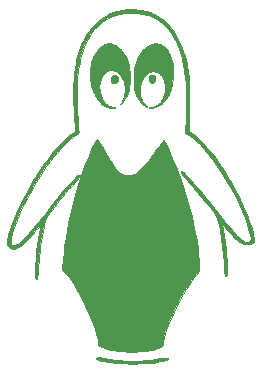
<source format=gbr>
%TF.GenerationSoftware,KiCad,Pcbnew,6.0.0-rc1-unknown-65cbf2d2b7~144~ubuntu18.04.1*%
%TF.CreationDate,2022-01-27T22:01:49+01:00*%
%TF.ProjectId,voll_verteilt,766f6c6c-5f76-4657-9274-65696c742e6b,rev?*%
%TF.SameCoordinates,PX52f83c0PY660b0c0*%
%TF.FileFunction,Legend,Top*%
%TF.FilePolarity,Positive*%
%FSLAX46Y46*%
G04 Gerber Fmt 4.6, Leading zero omitted, Abs format (unit mm)*
G04 Created by KiCad (PCBNEW 6.0.0-rc1-unknown-65cbf2d2b7~144~ubuntu18.04.1) date 2022-01-27 22:01:49*
%MOMM*%
%LPD*%
G01*
G04 APERTURE LIST*
%ADD10C,0.090994*%
%ADD11C,0.500000*%
%ADD12C,0.100000*%
G04 APERTURE END LIST*
D10*
X14121167Y23389557D02*
X14197344Y23431211D01*
X14197344Y23431211D02*
X14271620Y23477421D01*
X14271620Y23477421D02*
X14343947Y23528073D01*
X14343947Y23528073D02*
X14414279Y23583055D01*
X14414279Y23583055D02*
X14482569Y23642256D01*
X14482569Y23642256D02*
X14548769Y23705561D01*
X14548769Y23705561D02*
X14612834Y23772861D01*
X14612834Y23772861D02*
X14674717Y23844040D01*
X14674717Y23844040D02*
X14734370Y23918988D01*
X14734370Y23918988D02*
X14791748Y23997592D01*
X14791748Y23997592D02*
X14846803Y24079740D01*
X14846803Y24079740D02*
X14899489Y24165319D01*
X14899489Y24165319D02*
X14949758Y24254216D01*
X14949758Y24254216D02*
X14997565Y24346320D01*
X14997565Y24346320D02*
X15042862Y24441517D01*
X15042862Y24441517D02*
X15085602Y24539696D01*
X15085602Y24539696D02*
X15125740Y24640744D01*
X15125740Y24640744D02*
X15163228Y24744549D01*
X15163228Y24744549D02*
X15198019Y24850998D01*
X15198019Y24850998D02*
X15230067Y24959979D01*
X15230067Y24959979D02*
X15259325Y25071379D01*
X15259325Y25071379D02*
X15285746Y25185086D01*
X15285746Y25185086D02*
X15329890Y25418972D01*
X15329890Y25418972D02*
X15362127Y25660738D01*
X15362127Y25660738D02*
X15382081Y25909483D01*
X15382081Y25909483D02*
X15389380Y26164309D01*
X15389380Y26164309D02*
X15388166Y26293722D01*
X15388166Y26293722D02*
X15383648Y26424317D01*
X15383648Y26424317D02*
X15372795Y26598593D01*
X15372795Y26598593D02*
X15356993Y26765616D01*
X15356993Y26765616D02*
X15336178Y26925544D01*
X15336178Y26925544D02*
X15310287Y27078537D01*
X15310287Y27078537D02*
X15279256Y27224754D01*
X15279256Y27224754D02*
X15243020Y27364354D01*
X15243020Y27364354D02*
X15201517Y27497495D01*
X15201517Y27497495D02*
X15154683Y27624337D01*
X15154683Y27624337D02*
X15102453Y27745038D01*
X15102453Y27745038D02*
X15044764Y27859758D01*
X15044764Y27859758D02*
X14981553Y27968655D01*
X14981553Y27968655D02*
X14912755Y28071888D01*
X14912755Y28071888D02*
X14838308Y28169617D01*
X14838308Y28169617D02*
X14758146Y28262001D01*
X14758146Y28262001D02*
X14672207Y28349197D01*
X14672207Y28349197D02*
X14580426Y28431366D01*
X14580426Y28431366D02*
X14505671Y28489378D01*
X14505671Y28489378D02*
X14428863Y28539529D01*
X14428863Y28539529D02*
X14350213Y28581943D01*
X14350213Y28581943D02*
X14269926Y28616746D01*
X14269926Y28616746D02*
X14188213Y28644062D01*
X14188213Y28644062D02*
X14105280Y28664015D01*
X14105280Y28664015D02*
X14021336Y28676731D01*
X14021336Y28676731D02*
X13936589Y28682333D01*
X13936589Y28682333D02*
X13851248Y28680948D01*
X13851248Y28680948D02*
X13765520Y28672699D01*
X13765520Y28672699D02*
X13679614Y28657711D01*
X13679614Y28657711D02*
X13593737Y28636109D01*
X13593737Y28636109D02*
X13508099Y28608018D01*
X13508099Y28608018D02*
X13422906Y28573562D01*
X13422906Y28573562D02*
X13338368Y28532865D01*
X13338368Y28532865D02*
X13254693Y28486054D01*
X13254693Y28486054D02*
X13172088Y28433252D01*
X13172088Y28433252D02*
X13090762Y28374584D01*
X13090762Y28374584D02*
X13010922Y28310175D01*
X13010922Y28310175D02*
X12932778Y28240149D01*
X12932778Y28240149D02*
X12856538Y28164631D01*
X12856538Y28164631D02*
X12782409Y28083746D01*
X12782409Y28083746D02*
X12710599Y27997619D01*
X12710599Y27997619D02*
X12641317Y27906374D01*
X12641317Y27906374D02*
X12574772Y27810137D01*
X12574772Y27810137D02*
X12511170Y27709030D01*
X12511170Y27709030D02*
X12450721Y27603180D01*
X12450721Y27603180D02*
X12393632Y27492712D01*
X12393632Y27492712D02*
X12340112Y27377749D01*
X12340112Y27377749D02*
X12290369Y27258416D01*
X12290369Y27258416D02*
X12244610Y27134839D01*
X12244610Y27134839D02*
X12203045Y27007142D01*
X12203045Y27007142D02*
X12176064Y26915886D01*
X12176064Y26915886D02*
X12151835Y26828452D01*
X12151835Y26828452D02*
X12130267Y26743941D01*
X12130267Y26743941D02*
X12111269Y26661458D01*
X12111269Y26661458D02*
X12094752Y26580107D01*
X12094752Y26580107D02*
X12080623Y26498991D01*
X12080623Y26498991D02*
X12068793Y26417215D01*
X12068793Y26417215D02*
X12059170Y26333882D01*
X12059170Y26333882D02*
X12051665Y26248096D01*
X12051665Y26248096D02*
X12046186Y26158961D01*
X12046186Y26158961D02*
X12042643Y26065580D01*
X12042643Y26065580D02*
X12040946Y25967058D01*
X12040946Y25967058D02*
X12041002Y25862499D01*
X12041002Y25862499D02*
X12042723Y25751005D01*
X12042723Y25751005D02*
X12050793Y25503632D01*
X12050793Y25503632D02*
X12063412Y25242973D01*
X12063412Y25242973D02*
X12078983Y25027050D01*
X12078983Y25027050D02*
X12088533Y24932885D01*
X12088533Y24932885D02*
X12099610Y24846328D01*
X12099610Y24846328D02*
X12112478Y24766188D01*
X12112478Y24766188D02*
X12127400Y24691273D01*
X12127400Y24691273D02*
X12144638Y24620391D01*
X12144638Y24620391D02*
X12164456Y24552350D01*
X12164456Y24552350D02*
X12187117Y24485958D01*
X12187117Y24485958D02*
X12212884Y24420024D01*
X12212884Y24420024D02*
X12242021Y24353355D01*
X12242021Y24353355D02*
X12274789Y24284760D01*
X12274789Y24284760D02*
X12352276Y24137024D01*
X12352276Y24137024D02*
X12380549Y24086770D01*
X12380549Y24086770D02*
X12410535Y24036141D01*
X12410535Y24036141D02*
X12441972Y23985474D01*
X12441972Y23985474D02*
X12474598Y23935108D01*
X12474598Y23935108D02*
X12542370Y23836631D01*
X12542370Y23836631D02*
X12611752Y23743416D01*
X12611752Y23743416D02*
X12646392Y23699628D01*
X12646392Y23699628D02*
X12680648Y23658170D01*
X12680648Y23658170D02*
X12714258Y23619380D01*
X12714258Y23619380D02*
X12746960Y23583597D01*
X12746960Y23583597D02*
X12778492Y23551158D01*
X12778492Y23551158D02*
X12808592Y23522403D01*
X12808592Y23522403D02*
X12836997Y23497670D01*
X12836997Y23497670D02*
X12863446Y23477295D01*
X12863446Y23477295D02*
X12925097Y23433985D01*
X12925097Y23433985D02*
X12979213Y23397223D01*
X12979213Y23397223D02*
X13025797Y23367014D01*
X13025797Y23367014D02*
X13064851Y23343360D01*
X13064851Y23343360D02*
X13096380Y23326267D01*
X13096380Y23326267D02*
X13120387Y23315737D01*
X13120387Y23315737D02*
X13129571Y23312935D01*
X13129571Y23312935D02*
X13136875Y23311775D01*
X13136875Y23311775D02*
X13142301Y23312258D01*
X13142301Y23312258D02*
X13145848Y23314385D01*
X13145848Y23314385D02*
X13147517Y23318155D01*
X13147517Y23318155D02*
X13147308Y23323570D01*
X13147308Y23323570D02*
X13145222Y23330629D01*
X13145222Y23330629D02*
X13141259Y23339334D01*
X13141259Y23339334D02*
X13127704Y23361681D01*
X13127704Y23361681D02*
X13106647Y23390615D01*
X13106647Y23390615D02*
X13078091Y23426140D01*
X13078091Y23426140D02*
X13042039Y23468259D01*
X13042039Y23468259D02*
X12998494Y23516977D01*
X12998494Y23516977D02*
X12947461Y23572297D01*
X12947461Y23572297D02*
X12921205Y23601948D01*
X12921205Y23601948D02*
X12894641Y23634913D01*
X12894641Y23634913D02*
X12867952Y23670846D01*
X12867952Y23670846D02*
X12841319Y23709399D01*
X12841319Y23709399D02*
X12814924Y23750224D01*
X12814924Y23750224D02*
X12788950Y23792974D01*
X12788950Y23792974D02*
X12763578Y23837301D01*
X12763578Y23837301D02*
X12738991Y23882859D01*
X12738991Y23882859D02*
X12715371Y23929299D01*
X12715371Y23929299D02*
X12692899Y23976274D01*
X12692899Y23976274D02*
X12671758Y24023437D01*
X12671758Y24023437D02*
X12652130Y24070441D01*
X12652130Y24070441D02*
X12634197Y24116937D01*
X12634197Y24116937D02*
X12618141Y24162579D01*
X12618141Y24162579D02*
X12604144Y24207019D01*
X12604144Y24207019D02*
X12592389Y24249909D01*
X12592389Y24249909D02*
X12566193Y24371071D01*
X12566193Y24371071D02*
X12548429Y24491853D01*
X12548429Y24491853D02*
X12538757Y24611881D01*
X12538757Y24611881D02*
X12536837Y24730780D01*
X12536837Y24730780D02*
X12542329Y24848175D01*
X12542329Y24848175D02*
X12554895Y24963692D01*
X12554895Y24963692D02*
X12574195Y25076956D01*
X12574195Y25076956D02*
X12599888Y25187592D01*
X12599888Y25187592D02*
X12631637Y25295227D01*
X12631637Y25295227D02*
X12669100Y25399486D01*
X12669100Y25399486D02*
X12711939Y25499993D01*
X12711939Y25499993D02*
X12759814Y25596375D01*
X12759814Y25596375D02*
X12812386Y25688257D01*
X12812386Y25688257D02*
X12869315Y25775264D01*
X12869315Y25775264D02*
X12930261Y25857022D01*
X12930261Y25857022D02*
X12994885Y25933155D01*
X12994885Y25933155D02*
X13062848Y26003291D01*
X13062848Y26003291D02*
X13133809Y26067054D01*
X13133809Y26067054D02*
X13207430Y26124069D01*
X13207430Y26124069D02*
X13283371Y26173961D01*
X13283371Y26173961D02*
X13361292Y26216358D01*
X13361292Y26216358D02*
X13440854Y26250883D01*
X13440854Y26250883D02*
X13521718Y26277162D01*
X13521718Y26277162D02*
X13603543Y26294821D01*
X13603543Y26294821D02*
X13685990Y26303485D01*
X13685990Y26303485D02*
X13768720Y26302779D01*
X13768720Y26302779D02*
X13851394Y26292330D01*
X13851394Y26292330D02*
X13933671Y26271761D01*
X13933671Y26271761D02*
X14015212Y26240700D01*
X14015212Y26240700D02*
X14095678Y26198771D01*
X14095678Y26198771D02*
X14174729Y26145599D01*
X14174729Y26145599D02*
X14252026Y26080811D01*
X14252026Y26080811D02*
X14309077Y26025556D01*
X14309077Y26025556D02*
X14361293Y25969813D01*
X14361293Y25969813D02*
X14408835Y25913129D01*
X14408835Y25913129D02*
X14451861Y25855055D01*
X14451861Y25855055D02*
X14490530Y25795139D01*
X14490530Y25795139D02*
X14508281Y25764350D01*
X14508281Y25764350D02*
X14525002Y25732931D01*
X14525002Y25732931D02*
X14540714Y25700826D01*
X14540714Y25700826D02*
X14555435Y25667978D01*
X14555435Y25667978D02*
X14569188Y25634332D01*
X14569188Y25634332D02*
X14581990Y25599831D01*
X14581990Y25599831D02*
X14604824Y25528038D01*
X14604824Y25528038D02*
X14624097Y25452149D01*
X14624097Y25452149D02*
X14639969Y25371712D01*
X14639969Y25371712D02*
X14652598Y25286276D01*
X14652598Y25286276D02*
X14662143Y25195391D01*
X14662143Y25195391D02*
X14668765Y25098606D01*
X14668765Y25098606D02*
X14672621Y24995469D01*
X14672621Y24995469D02*
X14673871Y24885529D01*
X14673871Y24885529D02*
X14669213Y24726967D01*
X14669213Y24726967D02*
X14655371Y24574965D01*
X14655371Y24574965D02*
X14632541Y24429813D01*
X14632541Y24429813D02*
X14600916Y24291802D01*
X14600916Y24291802D02*
X14560694Y24161222D01*
X14560694Y24161222D02*
X14512069Y24038365D01*
X14512069Y24038365D02*
X14455237Y23923520D01*
X14455237Y23923520D02*
X14390393Y23816979D01*
X14390393Y23816979D02*
X14317732Y23719031D01*
X14317732Y23719031D02*
X14237451Y23629968D01*
X14237451Y23629968D02*
X14194514Y23588859D01*
X14194514Y23588859D02*
X14149745Y23550080D01*
X14149745Y23550080D02*
X14103168Y23513667D01*
X14103168Y23513667D02*
X14054808Y23479657D01*
X14054808Y23479657D02*
X14004690Y23448086D01*
X14004690Y23448086D02*
X13952837Y23418990D01*
X13952837Y23418990D02*
X13899275Y23392406D01*
X13899275Y23392406D02*
X13844027Y23368370D01*
X13844027Y23368370D02*
X13787118Y23346918D01*
X13787118Y23346918D02*
X13728573Y23328087D01*
X13728573Y23328087D02*
X13668416Y23311913D01*
X13668416Y23311913D02*
X13606671Y23298432D01*
X13606671Y23298432D02*
X13511245Y23279432D01*
X13511245Y23279432D02*
X13440986Y23264051D01*
X13440986Y23264051D02*
X13415123Y23257570D01*
X13415123Y23257570D02*
X13395347Y23251818D01*
X13395347Y23251818D02*
X13381588Y23246736D01*
X13381588Y23246736D02*
X13376945Y23244427D01*
X13376945Y23244427D02*
X13373780Y23242264D01*
X13373780Y23242264D02*
X13372085Y23240239D01*
X13372085Y23240239D02*
X13371852Y23238345D01*
X13371852Y23238345D02*
X13373073Y23236574D01*
X13373073Y23236574D02*
X13375738Y23234919D01*
X13375738Y23234919D02*
X13385367Y23231928D01*
X13385367Y23231928D02*
X13400673Y23229312D01*
X13400673Y23229312D02*
X13421586Y23227014D01*
X13421586Y23227014D02*
X13448038Y23224975D01*
X13448038Y23224975D02*
X13517285Y23221436D01*
X13517285Y23221436D02*
X13544960Y23221254D01*
X13544960Y23221254D02*
X13575421Y23222905D01*
X13575421Y23222905D02*
X13608360Y23226300D01*
X13608360Y23226300D02*
X13643466Y23231353D01*
X13643466Y23231353D02*
X13680430Y23237977D01*
X13680430Y23237977D02*
X13718941Y23246083D01*
X13718941Y23246083D02*
X13758691Y23255586D01*
X13758691Y23255586D02*
X13799370Y23266396D01*
X13799370Y23266396D02*
X13840668Y23278427D01*
X13840668Y23278427D02*
X13882275Y23291592D01*
X13882275Y23291592D02*
X13923882Y23305804D01*
X13923882Y23305804D02*
X13965179Y23320974D01*
X13965179Y23320974D02*
X14005857Y23337016D01*
X14005857Y23337016D02*
X14045605Y23353841D01*
X14045605Y23353841D02*
X14084114Y23371364D01*
X14084114Y23371364D02*
X14121075Y23389496D01*
X14121075Y23389496D02*
X14121167Y23389557D01*
X14121167Y23389557D02*
X14121167Y23389557D01*
G36*
X14021336Y28676731D02*
G01*
X14105280Y28664015D01*
X14188213Y28644062D01*
X14269926Y28616746D01*
X14350213Y28581943D01*
X14428863Y28539529D01*
X14505671Y28489378D01*
X14580426Y28431366D01*
X14672207Y28349197D01*
X14758146Y28262001D01*
X14838308Y28169617D01*
X14912755Y28071888D01*
X14981553Y27968655D01*
X15044764Y27859758D01*
X15102453Y27745038D01*
X15154683Y27624337D01*
X15201517Y27497495D01*
X15243020Y27364354D01*
X15279256Y27224754D01*
X15310287Y27078537D01*
X15336178Y26925544D01*
X15356993Y26765616D01*
X15372795Y26598593D01*
X15383648Y26424317D01*
X15388166Y26293722D01*
X15389380Y26164309D01*
X15382081Y25909483D01*
X15362127Y25660738D01*
X15329890Y25418972D01*
X15285746Y25185086D01*
X15259325Y25071379D01*
X15230067Y24959979D01*
X15198019Y24850998D01*
X15163228Y24744549D01*
X15125740Y24640744D01*
X15085602Y24539696D01*
X15042862Y24441517D01*
X14997565Y24346320D01*
X14949758Y24254216D01*
X14899489Y24165319D01*
X14846803Y24079740D01*
X14791748Y23997592D01*
X14734370Y23918988D01*
X14674717Y23844040D01*
X14612834Y23772861D01*
X14548769Y23705561D01*
X14482569Y23642256D01*
X14414279Y23583055D01*
X14343947Y23528073D01*
X14271620Y23477421D01*
X14197344Y23431211D01*
X14121167Y23389557D01*
X14121075Y23389496D01*
X14084114Y23371364D01*
X14045605Y23353841D01*
X14005857Y23337016D01*
X13965179Y23320974D01*
X13923882Y23305804D01*
X13882275Y23291592D01*
X13840668Y23278427D01*
X13799370Y23266396D01*
X13758691Y23255586D01*
X13718941Y23246083D01*
X13680430Y23237977D01*
X13643466Y23231353D01*
X13608360Y23226300D01*
X13575421Y23222905D01*
X13544960Y23221254D01*
X13517285Y23221436D01*
X13448038Y23224975D01*
X13421586Y23227014D01*
X13400673Y23229312D01*
X13385367Y23231928D01*
X13375738Y23234919D01*
X13373073Y23236574D01*
X13371852Y23238345D01*
X13372085Y23240239D01*
X13373780Y23242264D01*
X13376945Y23244427D01*
X13381588Y23246736D01*
X13395347Y23251818D01*
X13415123Y23257570D01*
X13440986Y23264051D01*
X13511245Y23279432D01*
X13606671Y23298432D01*
X13668416Y23311913D01*
X13728573Y23328087D01*
X13787118Y23346918D01*
X13844027Y23368370D01*
X13899275Y23392406D01*
X13952837Y23418990D01*
X14004690Y23448086D01*
X14054808Y23479657D01*
X14103168Y23513667D01*
X14149745Y23550080D01*
X14194514Y23588859D01*
X14237451Y23629968D01*
X14317732Y23719031D01*
X14390393Y23816979D01*
X14455237Y23923520D01*
X14512069Y24038365D01*
X14560694Y24161222D01*
X14600916Y24291802D01*
X14632541Y24429813D01*
X14655371Y24574965D01*
X14669213Y24726967D01*
X14673871Y24885529D01*
X14672621Y24995469D01*
X14668765Y25098606D01*
X14662143Y25195391D01*
X14652598Y25286276D01*
X14639969Y25371712D01*
X14624097Y25452149D01*
X14604824Y25528038D01*
X14581990Y25599831D01*
X14569188Y25634332D01*
X14555435Y25667978D01*
X14540714Y25700826D01*
X14525002Y25732931D01*
X14508281Y25764350D01*
X14490530Y25795139D01*
X14451861Y25855055D01*
X14408835Y25913129D01*
X14361293Y25969813D01*
X14309077Y26025556D01*
X14252026Y26080811D01*
X14174729Y26145599D01*
X14095678Y26198771D01*
X14015212Y26240700D01*
X13933671Y26271761D01*
X13851394Y26292330D01*
X13768720Y26302779D01*
X13685990Y26303485D01*
X13603543Y26294821D01*
X13521718Y26277162D01*
X13440854Y26250883D01*
X13361292Y26216358D01*
X13283371Y26173961D01*
X13207430Y26124069D01*
X13133809Y26067054D01*
X13062848Y26003291D01*
X12994885Y25933155D01*
X12930261Y25857022D01*
X12869315Y25775264D01*
X12812386Y25688257D01*
X12759814Y25596375D01*
X12711939Y25499993D01*
X12669100Y25399486D01*
X12631637Y25295227D01*
X12599888Y25187592D01*
X12574195Y25076956D01*
X12554895Y24963692D01*
X12542329Y24848175D01*
X12536837Y24730780D01*
X12538757Y24611881D01*
X12548429Y24491853D01*
X12566193Y24371071D01*
X12592389Y24249909D01*
X12604144Y24207019D01*
X12618141Y24162579D01*
X12634197Y24116937D01*
X12652130Y24070441D01*
X12671758Y24023437D01*
X12692899Y23976274D01*
X12715371Y23929299D01*
X12738991Y23882859D01*
X12763578Y23837301D01*
X12788950Y23792974D01*
X12814924Y23750224D01*
X12841319Y23709399D01*
X12867952Y23670846D01*
X12894641Y23634913D01*
X12921205Y23601948D01*
X12947461Y23572297D01*
X12998494Y23516977D01*
X13042039Y23468259D01*
X13078091Y23426140D01*
X13106647Y23390615D01*
X13127704Y23361681D01*
X13141259Y23339334D01*
X13145222Y23330629D01*
X13147308Y23323570D01*
X13147517Y23318155D01*
X13145848Y23314385D01*
X13142301Y23312258D01*
X13136875Y23311775D01*
X13129571Y23312935D01*
X13120387Y23315737D01*
X13096380Y23326267D01*
X13064851Y23343360D01*
X13025797Y23367014D01*
X12979213Y23397223D01*
X12925097Y23433985D01*
X12863446Y23477295D01*
X12836997Y23497670D01*
X12808592Y23522403D01*
X12778492Y23551158D01*
X12746960Y23583597D01*
X12714258Y23619380D01*
X12680648Y23658170D01*
X12646392Y23699628D01*
X12611752Y23743416D01*
X12542370Y23836631D01*
X12474598Y23935108D01*
X12441972Y23985474D01*
X12410535Y24036141D01*
X12380549Y24086770D01*
X12352276Y24137024D01*
X12274789Y24284760D01*
X12242021Y24353355D01*
X12212884Y24420024D01*
X12187117Y24485958D01*
X12164456Y24552350D01*
X12144638Y24620391D01*
X12127400Y24691273D01*
X12112478Y24766188D01*
X12099610Y24846328D01*
X12088533Y24932885D01*
X12078983Y25027050D01*
X12063412Y25242973D01*
X12050793Y25503632D01*
X12042723Y25751005D01*
X12041002Y25862499D01*
X12040946Y25967058D01*
X12042643Y26065580D01*
X12046186Y26158961D01*
X12051665Y26248096D01*
X12059170Y26333882D01*
X12068793Y26417215D01*
X12080623Y26498991D01*
X12094752Y26580107D01*
X12111269Y26661458D01*
X12130267Y26743941D01*
X12151835Y26828452D01*
X12176064Y26915886D01*
X12203045Y27007142D01*
X12244610Y27134839D01*
X12290369Y27258416D01*
X12340112Y27377749D01*
X12393632Y27492712D01*
X12450721Y27603180D01*
X12511170Y27709030D01*
X12574772Y27810137D01*
X12641317Y27906374D01*
X12710599Y27997619D01*
X12782409Y28083746D01*
X12856538Y28164631D01*
X12932778Y28240149D01*
X13010922Y28310175D01*
X13090762Y28374584D01*
X13172088Y28433252D01*
X13254693Y28486054D01*
X13338368Y28532865D01*
X13422906Y28573562D01*
X13508099Y28608018D01*
X13593737Y28636109D01*
X13679614Y28657711D01*
X13765520Y28672699D01*
X13851248Y28680948D01*
X13936589Y28682333D01*
X14021336Y28676731D01*
G37*
X14021336Y28676731D02*
X14105280Y28664015D01*
X14188213Y28644062D01*
X14269926Y28616746D01*
X14350213Y28581943D01*
X14428863Y28539529D01*
X14505671Y28489378D01*
X14580426Y28431366D01*
X14672207Y28349197D01*
X14758146Y28262001D01*
X14838308Y28169617D01*
X14912755Y28071888D01*
X14981553Y27968655D01*
X15044764Y27859758D01*
X15102453Y27745038D01*
X15154683Y27624337D01*
X15201517Y27497495D01*
X15243020Y27364354D01*
X15279256Y27224754D01*
X15310287Y27078537D01*
X15336178Y26925544D01*
X15356993Y26765616D01*
X15372795Y26598593D01*
X15383648Y26424317D01*
X15388166Y26293722D01*
X15389380Y26164309D01*
X15382081Y25909483D01*
X15362127Y25660738D01*
X15329890Y25418972D01*
X15285746Y25185086D01*
X15259325Y25071379D01*
X15230067Y24959979D01*
X15198019Y24850998D01*
X15163228Y24744549D01*
X15125740Y24640744D01*
X15085602Y24539696D01*
X15042862Y24441517D01*
X14997565Y24346320D01*
X14949758Y24254216D01*
X14899489Y24165319D01*
X14846803Y24079740D01*
X14791748Y23997592D01*
X14734370Y23918988D01*
X14674717Y23844040D01*
X14612834Y23772861D01*
X14548769Y23705561D01*
X14482569Y23642256D01*
X14414279Y23583055D01*
X14343947Y23528073D01*
X14271620Y23477421D01*
X14197344Y23431211D01*
X14121167Y23389557D01*
X14121075Y23389496D01*
X14084114Y23371364D01*
X14045605Y23353841D01*
X14005857Y23337016D01*
X13965179Y23320974D01*
X13923882Y23305804D01*
X13882275Y23291592D01*
X13840668Y23278427D01*
X13799370Y23266396D01*
X13758691Y23255586D01*
X13718941Y23246083D01*
X13680430Y23237977D01*
X13643466Y23231353D01*
X13608360Y23226300D01*
X13575421Y23222905D01*
X13544960Y23221254D01*
X13517285Y23221436D01*
X13448038Y23224975D01*
X13421586Y23227014D01*
X13400673Y23229312D01*
X13385367Y23231928D01*
X13375738Y23234919D01*
X13373073Y23236574D01*
X13371852Y23238345D01*
X13372085Y23240239D01*
X13373780Y23242264D01*
X13376945Y23244427D01*
X13381588Y23246736D01*
X13395347Y23251818D01*
X13415123Y23257570D01*
X13440986Y23264051D01*
X13511245Y23279432D01*
X13606671Y23298432D01*
X13668416Y23311913D01*
X13728573Y23328087D01*
X13787118Y23346918D01*
X13844027Y23368370D01*
X13899275Y23392406D01*
X13952837Y23418990D01*
X14004690Y23448086D01*
X14054808Y23479657D01*
X14103168Y23513667D01*
X14149745Y23550080D01*
X14194514Y23588859D01*
X14237451Y23629968D01*
X14317732Y23719031D01*
X14390393Y23816979D01*
X14455237Y23923520D01*
X14512069Y24038365D01*
X14560694Y24161222D01*
X14600916Y24291802D01*
X14632541Y24429813D01*
X14655371Y24574965D01*
X14669213Y24726967D01*
X14673871Y24885529D01*
X14672621Y24995469D01*
X14668765Y25098606D01*
X14662143Y25195391D01*
X14652598Y25286276D01*
X14639969Y25371712D01*
X14624097Y25452149D01*
X14604824Y25528038D01*
X14581990Y25599831D01*
X14569188Y25634332D01*
X14555435Y25667978D01*
X14540714Y25700826D01*
X14525002Y25732931D01*
X14508281Y25764350D01*
X14490530Y25795139D01*
X14451861Y25855055D01*
X14408835Y25913129D01*
X14361293Y25969813D01*
X14309077Y26025556D01*
X14252026Y26080811D01*
X14174729Y26145599D01*
X14095678Y26198771D01*
X14015212Y26240700D01*
X13933671Y26271761D01*
X13851394Y26292330D01*
X13768720Y26302779D01*
X13685990Y26303485D01*
X13603543Y26294821D01*
X13521718Y26277162D01*
X13440854Y26250883D01*
X13361292Y26216358D01*
X13283371Y26173961D01*
X13207430Y26124069D01*
X13133809Y26067054D01*
X13062848Y26003291D01*
X12994885Y25933155D01*
X12930261Y25857022D01*
X12869315Y25775264D01*
X12812386Y25688257D01*
X12759814Y25596375D01*
X12711939Y25499993D01*
X12669100Y25399486D01*
X12631637Y25295227D01*
X12599888Y25187592D01*
X12574195Y25076956D01*
X12554895Y24963692D01*
X12542329Y24848175D01*
X12536837Y24730780D01*
X12538757Y24611881D01*
X12548429Y24491853D01*
X12566193Y24371071D01*
X12592389Y24249909D01*
X12604144Y24207019D01*
X12618141Y24162579D01*
X12634197Y24116937D01*
X12652130Y24070441D01*
X12671758Y24023437D01*
X12692899Y23976274D01*
X12715371Y23929299D01*
X12738991Y23882859D01*
X12763578Y23837301D01*
X12788950Y23792974D01*
X12814924Y23750224D01*
X12841319Y23709399D01*
X12867952Y23670846D01*
X12894641Y23634913D01*
X12921205Y23601948D01*
X12947461Y23572297D01*
X12998494Y23516977D01*
X13042039Y23468259D01*
X13078091Y23426140D01*
X13106647Y23390615D01*
X13127704Y23361681D01*
X13141259Y23339334D01*
X13145222Y23330629D01*
X13147308Y23323570D01*
X13147517Y23318155D01*
X13145848Y23314385D01*
X13142301Y23312258D01*
X13136875Y23311775D01*
X13129571Y23312935D01*
X13120387Y23315737D01*
X13096380Y23326267D01*
X13064851Y23343360D01*
X13025797Y23367014D01*
X12979213Y23397223D01*
X12925097Y23433985D01*
X12863446Y23477295D01*
X12836997Y23497670D01*
X12808592Y23522403D01*
X12778492Y23551158D01*
X12746960Y23583597D01*
X12714258Y23619380D01*
X12680648Y23658170D01*
X12646392Y23699628D01*
X12611752Y23743416D01*
X12542370Y23836631D01*
X12474598Y23935108D01*
X12441972Y23985474D01*
X12410535Y24036141D01*
X12380549Y24086770D01*
X12352276Y24137024D01*
X12274789Y24284760D01*
X12242021Y24353355D01*
X12212884Y24420024D01*
X12187117Y24485958D01*
X12164456Y24552350D01*
X12144638Y24620391D01*
X12127400Y24691273D01*
X12112478Y24766188D01*
X12099610Y24846328D01*
X12088533Y24932885D01*
X12078983Y25027050D01*
X12063412Y25242973D01*
X12050793Y25503632D01*
X12042723Y25751005D01*
X12041002Y25862499D01*
X12040946Y25967058D01*
X12042643Y26065580D01*
X12046186Y26158961D01*
X12051665Y26248096D01*
X12059170Y26333882D01*
X12068793Y26417215D01*
X12080623Y26498991D01*
X12094752Y26580107D01*
X12111269Y26661458D01*
X12130267Y26743941D01*
X12151835Y26828452D01*
X12176064Y26915886D01*
X12203045Y27007142D01*
X12244610Y27134839D01*
X12290369Y27258416D01*
X12340112Y27377749D01*
X12393632Y27492712D01*
X12450721Y27603180D01*
X12511170Y27709030D01*
X12574772Y27810137D01*
X12641317Y27906374D01*
X12710599Y27997619D01*
X12782409Y28083746D01*
X12856538Y28164631D01*
X12932778Y28240149D01*
X13010922Y28310175D01*
X13090762Y28374584D01*
X13172088Y28433252D01*
X13254693Y28486054D01*
X13338368Y28532865D01*
X13422906Y28573562D01*
X13508099Y28608018D01*
X13593737Y28636109D01*
X13679614Y28657711D01*
X13765520Y28672699D01*
X13851248Y28680948D01*
X13936589Y28682333D01*
X14021336Y28676731D01*
X3968670Y9857636D02*
X3995929Y10287972D01*
X3995929Y10287972D02*
X4031285Y10709734D01*
X4031285Y10709734D02*
X4075179Y11126113D01*
X4075179Y11126113D02*
X4128052Y11540303D01*
X4128052Y11540303D02*
X4190345Y11955495D01*
X4190345Y11955495D02*
X4262499Y12374883D01*
X4262499Y12374883D02*
X4344954Y12801658D01*
X4344954Y12801658D02*
X4438153Y13239014D01*
X4438153Y13239014D02*
X4462568Y13345658D01*
X4462568Y13345658D02*
X4486774Y13444299D01*
X4486774Y13444299D02*
X4511305Y13536021D01*
X4511305Y13536021D02*
X4536691Y13621911D01*
X4536691Y13621911D02*
X4563466Y13703053D01*
X4563466Y13703053D02*
X4592160Y13780532D01*
X4592160Y13780532D02*
X4623306Y13855435D01*
X4623306Y13855435D02*
X4657437Y13928845D01*
X4657437Y13928845D02*
X4695084Y14001849D01*
X4695084Y14001849D02*
X4736779Y14075531D01*
X4736779Y14075531D02*
X4783054Y14150977D01*
X4783054Y14150977D02*
X4834442Y14229273D01*
X4834442Y14229273D02*
X4891474Y14311503D01*
X4891474Y14311503D02*
X4954682Y14398752D01*
X4954682Y14398752D02*
X5101758Y14592652D01*
X5101758Y14592652D02*
X5309104Y14857125D01*
X5309104Y14857125D02*
X5529629Y15132354D01*
X5529629Y15132354D02*
X5761948Y15416685D01*
X5761948Y15416685D02*
X6004673Y15708466D01*
X6004673Y15708466D02*
X6256420Y16006043D01*
X6256420Y16006043D02*
X6515801Y16307764D01*
X6515801Y16307764D02*
X6781430Y16611975D01*
X6781430Y16611975D02*
X7051922Y16917023D01*
X7051922Y16917023D02*
X7138986Y17016169D01*
X7138986Y17016169D02*
X7220211Y17111965D01*
X7220211Y17111965D02*
X7293819Y17202077D01*
X7293819Y17202077D02*
X7358033Y17284172D01*
X7358033Y17284172D02*
X7411072Y17355920D01*
X7411072Y17355920D02*
X7451159Y17414987D01*
X7451159Y17414987D02*
X7465790Y17439036D01*
X7465790Y17439036D02*
X7476516Y17459041D01*
X7476516Y17459041D02*
X7483115Y17474709D01*
X7483115Y17474709D02*
X7485363Y17485749D01*
X7485363Y17485749D02*
X7482862Y17518393D01*
X7482862Y17518393D02*
X7475315Y17543293D01*
X7475315Y17543293D02*
X7469628Y17552817D01*
X7469628Y17552817D02*
X7462656Y17560379D01*
X7462656Y17560379D02*
X7454390Y17565970D01*
X7454390Y17565970D02*
X7444821Y17569581D01*
X7444821Y17569581D02*
X7433943Y17571203D01*
X7433943Y17571203D02*
X7421745Y17570828D01*
X7421745Y17570828D02*
X7393363Y17564049D01*
X7393363Y17564049D02*
X7359610Y17549175D01*
X7359610Y17549175D02*
X7320420Y17526134D01*
X7320420Y17526134D02*
X7275729Y17494857D01*
X7275729Y17494857D02*
X7225471Y17455273D01*
X7225471Y17455273D02*
X7169582Y17407312D01*
X7169582Y17407312D02*
X7107996Y17350903D01*
X7107996Y17350903D02*
X7040649Y17285975D01*
X7040649Y17285975D02*
X6967475Y17212459D01*
X6967475Y17212459D02*
X6803387Y17039380D01*
X6803387Y17039380D02*
X6615213Y16831100D01*
X6615213Y16831100D02*
X6402431Y16587058D01*
X6402431Y16587058D02*
X6164521Y16306690D01*
X6164521Y16306690D02*
X5900963Y15989432D01*
X5900963Y15989432D02*
X5611237Y15634722D01*
X5611237Y15634722D02*
X5294823Y15241995D01*
X5294823Y15241995D02*
X4951199Y14810689D01*
X4951199Y14810689D02*
X4579846Y14340241D01*
X4579846Y14340241D02*
X4088856Y13726250D01*
X4088856Y13726250D02*
X3597455Y13129929D01*
X3597455Y13129929D02*
X3162678Y12619439D01*
X3162678Y12619439D02*
X2984349Y12417680D01*
X2984349Y12417680D02*
X2841565Y12262940D01*
X2841565Y12262940D02*
X2671296Y12087450D01*
X2671296Y12087450D02*
X2596501Y12012963D01*
X2596501Y12012963D02*
X2527720Y11946700D01*
X2527720Y11946700D02*
X2464295Y11888198D01*
X2464295Y11888198D02*
X2405566Y11836996D01*
X2405566Y11836996D02*
X2350874Y11792631D01*
X2350874Y11792631D02*
X2299561Y11754643D01*
X2299561Y11754643D02*
X2250968Y11722568D01*
X2250968Y11722568D02*
X2204435Y11695946D01*
X2204435Y11695946D02*
X2159305Y11674314D01*
X2159305Y11674314D02*
X2114918Y11657211D01*
X2114918Y11657211D02*
X2070615Y11644175D01*
X2070615Y11644175D02*
X2025737Y11634743D01*
X2025737Y11634743D02*
X1979626Y11628455D01*
X1979626Y11628455D02*
X1931622Y11624848D01*
X1931622Y11624848D02*
X1616223Y11609345D01*
X1616223Y11609345D02*
X1629834Y12018830D01*
X1629834Y12018830D02*
X1638510Y12114822D01*
X1638510Y12114822D02*
X1658490Y12232388D01*
X1658490Y12232388D02*
X1689080Y12369611D01*
X1689080Y12369611D02*
X1729585Y12524577D01*
X1729585Y12524577D02*
X1779309Y12695367D01*
X1779309Y12695367D02*
X1837558Y12880066D01*
X1837558Y12880066D02*
X1976853Y13283524D01*
X1976853Y13283524D02*
X2141909Y13719621D01*
X2141909Y13719621D02*
X2327169Y14173026D01*
X2327169Y14173026D02*
X2527074Y14628407D01*
X2527074Y14628407D02*
X2736065Y15070435D01*
X2736065Y15070435D02*
X2979955Y15550480D01*
X2979955Y15550480D02*
X3237687Y16028342D01*
X3237687Y16028342D02*
X3507130Y16501179D01*
X3507130Y16501179D02*
X3786153Y16966148D01*
X3786153Y16966148D02*
X4072623Y17420407D01*
X4072623Y17420407D02*
X4364408Y17861113D01*
X4364408Y17861113D02*
X4659378Y18285423D01*
X4659378Y18285423D02*
X4955399Y18690495D01*
X4955399Y18690495D02*
X5250341Y19073486D01*
X5250341Y19073486D02*
X5542071Y19431553D01*
X5542071Y19431553D02*
X5828458Y19761854D01*
X5828458Y19761854D02*
X6107370Y20061545D01*
X6107370Y20061545D02*
X6376676Y20327785D01*
X6376676Y20327785D02*
X6634242Y20557731D01*
X6634242Y20557731D02*
X6877939Y20748540D01*
X6877939Y20748540D02*
X7105633Y20897370D01*
X7105633Y20897370D02*
X7155415Y20926611D01*
X7155415Y20926611D02*
X7199292Y20953525D01*
X7199292Y20953525D02*
X7237555Y20978740D01*
X7237555Y20978740D02*
X7254673Y20990905D01*
X7254673Y20990905D02*
X7270497Y21002881D01*
X7270497Y21002881D02*
X7285064Y21014744D01*
X7285064Y21014744D02*
X7298410Y21026573D01*
X7298410Y21026573D02*
X7310571Y21038447D01*
X7310571Y21038447D02*
X7321585Y21050445D01*
X7321585Y21050445D02*
X7331487Y21062643D01*
X7331487Y21062643D02*
X7340314Y21075120D01*
X7340314Y21075120D02*
X7348103Y21087956D01*
X7348103Y21087956D02*
X7354889Y21101227D01*
X7354889Y21101227D02*
X7360711Y21115013D01*
X7360711Y21115013D02*
X7365603Y21129391D01*
X7365603Y21129391D02*
X7369602Y21144440D01*
X7369602Y21144440D02*
X7372746Y21160238D01*
X7372746Y21160238D02*
X7375070Y21176864D01*
X7375070Y21176864D02*
X7376611Y21194395D01*
X7376611Y21194395D02*
X7377405Y21212910D01*
X7377405Y21212910D02*
X7377489Y21232487D01*
X7377489Y21232487D02*
X7375673Y21275141D01*
X7375673Y21275141D02*
X7371454Y21322984D01*
X7371454Y21322984D02*
X7365125Y21376640D01*
X7365125Y21376640D02*
X7356976Y21436737D01*
X7356976Y21436737D02*
X7345479Y21548163D01*
X7345479Y21548163D02*
X7332437Y21726167D01*
X7332437Y21726167D02*
X7303532Y22245144D01*
X7303532Y22245144D02*
X7273883Y22920145D01*
X7273883Y22920145D02*
X7247113Y23677643D01*
X7247113Y23677643D02*
X7232193Y24209776D01*
X7232193Y24209776D02*
X7223919Y24659275D01*
X7223919Y24659275D02*
X7222808Y25041423D01*
X7222808Y25041423D02*
X7229378Y25371506D01*
X7229378Y25371506D02*
X7244147Y25664808D01*
X7244147Y25664808D02*
X7267631Y25936613D01*
X7267631Y25936613D02*
X7300348Y26202205D01*
X7300348Y26202205D02*
X7342816Y26476868D01*
X7342816Y26476868D02*
X7397893Y26785331D01*
X7397893Y26785331D02*
X7457909Y27081022D01*
X7457909Y27081022D02*
X7523034Y27364335D01*
X7523034Y27364335D02*
X7593440Y27635667D01*
X7593440Y27635667D02*
X7669298Y27895413D01*
X7669298Y27895413D02*
X7750780Y28143970D01*
X7750780Y28143970D02*
X7838057Y28381733D01*
X7838057Y28381733D02*
X7931302Y28609097D01*
X7931302Y28609097D02*
X8030684Y28826459D01*
X8030684Y28826459D02*
X8136377Y29034214D01*
X8136377Y29034214D02*
X8248550Y29232758D01*
X8248550Y29232758D02*
X8367377Y29422487D01*
X8367377Y29422487D02*
X8493028Y29603797D01*
X8493028Y29603797D02*
X8625674Y29777083D01*
X8625674Y29777083D02*
X8765488Y29942740D01*
X8765488Y29942740D02*
X8912640Y30101166D01*
X8912640Y30101166D02*
X9081885Y30263589D01*
X9081885Y30263589D02*
X9262230Y30415030D01*
X9262230Y30415030D02*
X9452856Y30555229D01*
X9452856Y30555229D02*
X9652942Y30683926D01*
X9652942Y30683926D02*
X9861670Y30800860D01*
X9861670Y30800860D02*
X10078220Y30905774D01*
X10078220Y30905774D02*
X10301772Y30998405D01*
X10301772Y30998405D02*
X10531506Y31078495D01*
X10531506Y31078495D02*
X10766603Y31145784D01*
X10766603Y31145784D02*
X11006244Y31200012D01*
X11006244Y31200012D02*
X11249609Y31240919D01*
X11249609Y31240919D02*
X11495878Y31268245D01*
X11495878Y31268245D02*
X11744231Y31281730D01*
X11744231Y31281730D02*
X11993850Y31281114D01*
X11993850Y31281114D02*
X12243914Y31266138D01*
X12243914Y31266138D02*
X12493603Y31236542D01*
X12493603Y31236542D02*
X12702329Y31200898D01*
X12702329Y31200898D02*
X12905256Y31156765D01*
X12905256Y31156765D02*
X13102407Y31104111D01*
X13102407Y31104111D02*
X13293806Y31042904D01*
X13293806Y31042904D02*
X13479476Y30973110D01*
X13479476Y30973110D02*
X13659440Y30894697D01*
X13659440Y30894697D02*
X13833722Y30807633D01*
X13833722Y30807633D02*
X14002344Y30711883D01*
X14002344Y30711883D02*
X14165330Y30607417D01*
X14165330Y30607417D02*
X14322703Y30494201D01*
X14322703Y30494201D02*
X14474486Y30372202D01*
X14474486Y30372202D02*
X14620703Y30241387D01*
X14620703Y30241387D02*
X14761377Y30101725D01*
X14761377Y30101725D02*
X14896531Y29953182D01*
X14896531Y29953182D02*
X15026188Y29795725D01*
X15026188Y29795725D02*
X15150372Y29629322D01*
X15150372Y29629322D02*
X15269105Y29453941D01*
X15269105Y29453941D02*
X15382412Y29269548D01*
X15382412Y29269548D02*
X15490315Y29076110D01*
X15490315Y29076110D02*
X15592837Y28873596D01*
X15592837Y28873596D02*
X15690002Y28661971D01*
X15690002Y28661971D02*
X15781832Y28441205D01*
X15781832Y28441205D02*
X15868352Y28211263D01*
X15868352Y28211263D02*
X15949584Y27972114D01*
X15949584Y27972114D02*
X16025552Y27723724D01*
X16025552Y27723724D02*
X16096279Y27466060D01*
X16096279Y27466060D02*
X16161788Y27199091D01*
X16161788Y27199091D02*
X16222102Y26922783D01*
X16222102Y26922783D02*
X16327240Y26342021D01*
X16327240Y26342021D02*
X16411877Y25723511D01*
X16411877Y25723511D02*
X16445172Y25283653D01*
X16445172Y25283653D02*
X16465615Y24689205D01*
X16465615Y24689205D02*
X16473933Y24001115D01*
X16473933Y24001115D02*
X16470852Y23280331D01*
X16470852Y23280331D02*
X16457100Y22587801D01*
X16457100Y22587801D02*
X16433403Y21984473D01*
X16433403Y21984473D02*
X16400488Y21531295D01*
X16400488Y21531295D02*
X16380801Y21380059D01*
X16380801Y21380059D02*
X16359082Y21289216D01*
X16359082Y21289216D02*
X16355556Y21279193D01*
X16355556Y21279193D02*
X16352825Y21269172D01*
X16352825Y21269172D02*
X16350899Y21259141D01*
X16350899Y21259141D02*
X16349790Y21249087D01*
X16349790Y21249087D02*
X16349507Y21238999D01*
X16349507Y21238999D02*
X16350062Y21228864D01*
X16350062Y21228864D02*
X16351465Y21218670D01*
X16351465Y21218670D02*
X16353726Y21208405D01*
X16353726Y21208405D02*
X16356857Y21198057D01*
X16356857Y21198057D02*
X16360869Y21187613D01*
X16360869Y21187613D02*
X16365771Y21177061D01*
X16365771Y21177061D02*
X16371574Y21166390D01*
X16371574Y21166390D02*
X16378289Y21155586D01*
X16378289Y21155586D02*
X16385928Y21144638D01*
X16385928Y21144638D02*
X16394499Y21133534D01*
X16394499Y21133534D02*
X16404015Y21122261D01*
X16404015Y21122261D02*
X16414486Y21110808D01*
X16414486Y21110808D02*
X16425922Y21099161D01*
X16425922Y21099161D02*
X16438334Y21087310D01*
X16438334Y21087310D02*
X16451733Y21075241D01*
X16451733Y21075241D02*
X16466129Y21062942D01*
X16466129Y21062942D02*
X16481534Y21050402D01*
X16481534Y21050402D02*
X16515409Y21024548D01*
X16515409Y21024548D02*
X16553446Y20997581D01*
X16553446Y20997581D02*
X16595728Y20969403D01*
X16595728Y20969403D02*
X16642341Y20939918D01*
X16642341Y20939918D02*
X16693371Y20909028D01*
X16693371Y20909028D02*
X16839227Y20815854D01*
X16839227Y20815854D02*
X16989991Y20706838D01*
X16989991Y20706838D02*
X17304494Y20443939D01*
X17304494Y20443939D02*
X17633392Y20125658D01*
X17633392Y20125658D02*
X17973193Y19757322D01*
X17973193Y19757322D02*
X18320407Y19344259D01*
X18320407Y19344259D02*
X18671546Y18891797D01*
X18671546Y18891797D02*
X19023117Y18405261D01*
X19023117Y18405261D02*
X19371632Y17889981D01*
X19371632Y17889981D02*
X19713600Y17351282D01*
X19713600Y17351282D02*
X20045532Y16794494D01*
X20045532Y16794494D02*
X20363936Y16224942D01*
X20363936Y16224942D02*
X20665324Y15647954D01*
X20665324Y15647954D02*
X20946204Y15068858D01*
X20946204Y15068858D02*
X21203087Y14492981D01*
X21203087Y14492981D02*
X21432483Y13925650D01*
X21432483Y13925650D02*
X21630902Y13372193D01*
X21630902Y13372193D02*
X21754393Y12991540D01*
X21754393Y12991540D02*
X21846391Y12680782D01*
X21846391Y12680782D02*
X21880799Y12549381D01*
X21880799Y12549381D02*
X21907595Y12432772D01*
X21907595Y12432772D02*
X21926867Y12330063D01*
X21926867Y12330063D02*
X21938702Y12240361D01*
X21938702Y12240361D02*
X21943187Y12162770D01*
X21943187Y12162770D02*
X21940409Y12096399D01*
X21940409Y12096399D02*
X21930456Y12040353D01*
X21930456Y12040353D02*
X21913414Y11993739D01*
X21913414Y11993739D02*
X21889370Y11955663D01*
X21889370Y11955663D02*
X21858413Y11925232D01*
X21858413Y11925232D02*
X21820629Y11901551D01*
X21820629Y11901551D02*
X21776104Y11883728D01*
X21776104Y11883728D02*
X21735402Y11872756D01*
X21735402Y11872756D02*
X21693993Y11865601D01*
X21693993Y11865601D02*
X21651700Y11862428D01*
X21651700Y11862428D02*
X21608347Y11863405D01*
X21608347Y11863405D02*
X21563754Y11868696D01*
X21563754Y11868696D02*
X21517746Y11878468D01*
X21517746Y11878468D02*
X21470143Y11892886D01*
X21470143Y11892886D02*
X21420769Y11912115D01*
X21420769Y11912115D02*
X21369446Y11936322D01*
X21369446Y11936322D02*
X21315996Y11965673D01*
X21315996Y11965673D02*
X21260242Y12000332D01*
X21260242Y12000332D02*
X21202007Y12040467D01*
X21202007Y12040467D02*
X21141111Y12086242D01*
X21141111Y12086242D02*
X21077379Y12137823D01*
X21077379Y12137823D02*
X21010632Y12195377D01*
X21010632Y12195377D02*
X20940693Y12259068D01*
X20940693Y12259068D02*
X20867385Y12329063D01*
X20867385Y12329063D02*
X20790529Y12405527D01*
X20790529Y12405527D02*
X20625464Y12578528D01*
X20625464Y12578528D02*
X20444079Y12779394D01*
X20444079Y12779394D02*
X20244954Y13009454D01*
X20244954Y13009454D02*
X20026666Y13270032D01*
X20026666Y13270032D02*
X19787796Y13562455D01*
X19787796Y13562455D02*
X19526923Y13888048D01*
X19526923Y13888048D02*
X19242627Y14248139D01*
X19242627Y14248139D02*
X18686317Y14949703D01*
X18686317Y14949703D02*
X18148950Y15613672D01*
X18148950Y15613672D02*
X17645351Y16222802D01*
X17645351Y16222802D02*
X17190342Y16759850D01*
X17190342Y16759850D02*
X16798749Y17207574D01*
X16798749Y17207574D02*
X16485393Y17548732D01*
X16485393Y17548732D02*
X16265099Y17766081D01*
X16265099Y17766081D02*
X16194483Y17822938D01*
X16194483Y17822938D02*
X16152691Y17842377D01*
X16152691Y17842377D02*
X16133292Y17841858D01*
X16133292Y17841858D02*
X16115846Y17840233D01*
X16115846Y17840233D02*
X16100409Y17837416D01*
X16100409Y17837416D02*
X16093459Y17835533D01*
X16093459Y17835533D02*
X16087032Y17833319D01*
X16087032Y17833319D02*
X16081132Y17830764D01*
X16081132Y17830764D02*
X16075768Y17827857D01*
X16075768Y17827857D02*
X16070946Y17824588D01*
X16070946Y17824588D02*
X16066672Y17820944D01*
X16066672Y17820944D02*
X16062953Y17816917D01*
X16062953Y17816917D02*
X16059796Y17812494D01*
X16059796Y17812494D02*
X16057207Y17807665D01*
X16057207Y17807665D02*
X16055193Y17802419D01*
X16055193Y17802419D02*
X16053761Y17796746D01*
X16053761Y17796746D02*
X16052917Y17790635D01*
X16052917Y17790635D02*
X16052668Y17784074D01*
X16052668Y17784074D02*
X16053020Y17777054D01*
X16053020Y17777054D02*
X16053981Y17769563D01*
X16053981Y17769563D02*
X16055556Y17761590D01*
X16055556Y17761590D02*
X16057753Y17753126D01*
X16057753Y17753126D02*
X16060578Y17744158D01*
X16060578Y17744158D02*
X16068140Y17724670D01*
X16068140Y17724670D02*
X16078294Y17703042D01*
X16078294Y17703042D02*
X16091093Y17679186D01*
X16091093Y17679186D02*
X16106591Y17653016D01*
X16106591Y17653016D02*
X16124841Y17624445D01*
X16124841Y17624445D02*
X16145895Y17593389D01*
X16145895Y17593389D02*
X16169808Y17559760D01*
X16169808Y17559760D02*
X16196633Y17523473D01*
X16196633Y17523473D02*
X16226422Y17484440D01*
X16226422Y17484440D02*
X16259228Y17442576D01*
X16259228Y17442576D02*
X16295106Y17397795D01*
X16295106Y17397795D02*
X16334107Y17350009D01*
X16334107Y17350009D02*
X16376286Y17299134D01*
X16376286Y17299134D02*
X16421695Y17245083D01*
X16421695Y17245083D02*
X16522417Y17127106D01*
X16522417Y17127106D02*
X16636699Y16995390D01*
X16636699Y16995390D02*
X16764966Y16849244D01*
X16764966Y16849244D02*
X17086050Y16478805D01*
X17086050Y16478805D02*
X17437062Y16063411D01*
X17437062Y16063411D02*
X18147408Y15198723D01*
X18147408Y15198723D02*
X18466010Y14799914D01*
X18466010Y14799914D02*
X18733076Y14457117D01*
X18733076Y14457117D02*
X18928241Y14195574D01*
X18928241Y14195574D02*
X19031140Y14040528D01*
X19031140Y14040528D02*
X19080249Y13927798D01*
X19080249Y13927798D02*
X19131945Y13770590D01*
X19131945Y13770590D02*
X19185485Y13573753D01*
X19185485Y13573753D02*
X19240123Y13342136D01*
X19240123Y13342136D02*
X19349719Y12793958D01*
X19349719Y12793958D02*
X19454777Y12164849D01*
X19454777Y12164849D02*
X19549344Y11493599D01*
X19549344Y11493599D02*
X19627466Y10819002D01*
X19627466Y10819002D02*
X19683187Y10179848D01*
X19683187Y10179848D02*
X19700786Y9885685D01*
X19700786Y9885685D02*
X19710553Y9614930D01*
X19710553Y9614930D02*
X19715761Y9458292D01*
X19715761Y9458292D02*
X19724040Y9324641D01*
X19724040Y9324641D02*
X19729405Y9266088D01*
X19729405Y9266088D02*
X19735628Y9212864D01*
X19735628Y9212864D02*
X19742739Y9164829D01*
X19742739Y9164829D02*
X19750767Y9121846D01*
X19750767Y9121846D02*
X19759743Y9083773D01*
X19759743Y9083773D02*
X19769697Y9050473D01*
X19769697Y9050473D02*
X19780659Y9021805D01*
X19780659Y9021805D02*
X19792658Y8997631D01*
X19792658Y8997631D02*
X19805726Y8977811D01*
X19805726Y8977811D02*
X19819891Y8962206D01*
X19819891Y8962206D02*
X19835184Y8950678D01*
X19835184Y8950678D02*
X19851635Y8943085D01*
X19851635Y8943085D02*
X19868523Y8944459D01*
X19868523Y8944459D02*
X19883658Y8959943D01*
X19883658Y8959943D02*
X19897072Y8988827D01*
X19897072Y8988827D02*
X19908798Y9030403D01*
X19908798Y9030403D02*
X19927323Y9148794D01*
X19927323Y9148794D02*
X19939496Y9309446D01*
X19939496Y9309446D02*
X19945581Y9506688D01*
X19945581Y9506688D02*
X19945845Y9734849D01*
X19945845Y9734849D02*
X19929966Y10261246D01*
X19929966Y10261246D02*
X19893977Y10843273D01*
X19893977Y10843273D02*
X19839997Y11435565D01*
X19839997Y11435565D02*
X19806922Y11721384D01*
X19806922Y11721384D02*
X19770143Y11992757D01*
X19770143Y11992757D02*
X19729926Y12244013D01*
X19729926Y12244013D02*
X19686535Y12469483D01*
X19686535Y12469483D02*
X19617695Y12805758D01*
X19617695Y12805758D02*
X19565655Y13085465D01*
X19565655Y13085465D02*
X19547516Y13194989D01*
X19547516Y13194989D02*
X19535473Y13279433D01*
X19535473Y13279433D02*
X19530160Y13335149D01*
X19530160Y13335149D02*
X19530224Y13351094D01*
X19530224Y13351094D02*
X19532208Y13358490D01*
X19532208Y13358490D02*
X19534386Y13359136D01*
X19534386Y13359136D02*
X19537915Y13358117D01*
X19537915Y13358117D02*
X19542760Y13355473D01*
X19542760Y13355473D02*
X19548883Y13351243D01*
X19548883Y13351243D02*
X19564824Y13338183D01*
X19564824Y13338183D02*
X19585450Y13319248D01*
X19585450Y13319248D02*
X19610473Y13294753D01*
X19610473Y13294753D02*
X19639606Y13265011D01*
X19639606Y13265011D02*
X19672561Y13230334D01*
X19672561Y13230334D02*
X19709050Y13191037D01*
X19709050Y13191037D02*
X19791480Y13099832D01*
X19791480Y13099832D02*
X19884594Y12993903D01*
X19884594Y12993903D02*
X19986092Y12875755D01*
X19986092Y12875755D02*
X20093670Y12747895D01*
X20093670Y12747895D02*
X20207343Y12614817D01*
X20207343Y12614817D02*
X20326306Y12481717D01*
X20326306Y12481717D02*
X20447031Y12352147D01*
X20447031Y12352147D02*
X20565991Y12229660D01*
X20565991Y12229660D02*
X20679658Y12117812D01*
X20679658Y12117812D02*
X20784504Y12020153D01*
X20784504Y12020153D02*
X20877003Y11940239D01*
X20877003Y11940239D02*
X20917519Y11908047D01*
X20917519Y11908047D02*
X20953625Y11881623D01*
X20953625Y11881623D02*
X21023785Y11836497D01*
X21023785Y11836497D02*
X21096566Y11796321D01*
X21096566Y11796321D02*
X21171433Y11761142D01*
X21171433Y11761142D02*
X21247849Y11731008D01*
X21247849Y11731008D02*
X21325278Y11705966D01*
X21325278Y11705966D02*
X21403183Y11686066D01*
X21403183Y11686066D02*
X21481028Y11671353D01*
X21481028Y11671353D02*
X21558278Y11661877D01*
X21558278Y11661877D02*
X21634395Y11657685D01*
X21634395Y11657685D02*
X21708843Y11658824D01*
X21708843Y11658824D02*
X21781087Y11665344D01*
X21781087Y11665344D02*
X21850590Y11677290D01*
X21850590Y11677290D02*
X21916816Y11694711D01*
X21916816Y11694711D02*
X21979228Y11717656D01*
X21979228Y11717656D02*
X22008836Y11731214D01*
X22008836Y11731214D02*
X22037290Y11746171D01*
X22037290Y11746171D02*
X22064522Y11762532D01*
X22064522Y11762532D02*
X22090466Y11780304D01*
X22090466Y11780304D02*
X22118539Y11801552D01*
X22118539Y11801552D02*
X22131233Y11811882D01*
X22131233Y11811882D02*
X22143043Y11822158D01*
X22143043Y11822158D02*
X22153976Y11832486D01*
X22153976Y11832486D02*
X22164043Y11842973D01*
X22164043Y11842973D02*
X22173251Y11853725D01*
X22173251Y11853725D02*
X22181608Y11864850D01*
X22181608Y11864850D02*
X22189123Y11876452D01*
X22189123Y11876452D02*
X22195805Y11888639D01*
X22195805Y11888639D02*
X22201661Y11901516D01*
X22201661Y11901516D02*
X22206701Y11915192D01*
X22206701Y11915192D02*
X22210932Y11929771D01*
X22210932Y11929771D02*
X22214362Y11945360D01*
X22214362Y11945360D02*
X22217001Y11962067D01*
X22217001Y11962067D02*
X22218857Y11979996D01*
X22218857Y11979996D02*
X22219938Y11999255D01*
X22219938Y11999255D02*
X22220253Y12019951D01*
X22220253Y12019951D02*
X22219809Y12042188D01*
X22219809Y12042188D02*
X22218616Y12066075D01*
X22218616Y12066075D02*
X22216681Y12091717D01*
X22216681Y12091717D02*
X22214014Y12119222D01*
X22214014Y12119222D02*
X22210622Y12148694D01*
X22210622Y12148694D02*
X22206513Y12180241D01*
X22206513Y12180241D02*
X22201698Y12213969D01*
X22201698Y12213969D02*
X22196182Y12249985D01*
X22196182Y12249985D02*
X22183088Y12329306D01*
X22183088Y12329306D02*
X22167297Y12419054D01*
X22167297Y12419054D02*
X22148877Y12520081D01*
X22148877Y12520081D02*
X22117633Y12673906D01*
X22117633Y12673906D02*
X22078956Y12836558D01*
X22078956Y12836558D02*
X22032855Y13008012D01*
X22032855Y13008012D02*
X21979341Y13188241D01*
X21979341Y13188241D02*
X21918424Y13377219D01*
X21918424Y13377219D02*
X21850115Y13574920D01*
X21850115Y13574920D02*
X21691361Y13996388D01*
X21691361Y13996388D02*
X21503163Y14452435D01*
X21503163Y14452435D02*
X21285604Y14942854D01*
X21285604Y14942854D02*
X21038768Y15467435D01*
X21038768Y15467435D02*
X20762738Y16025971D01*
X20762738Y16025971D02*
X20555813Y16425698D01*
X20555813Y16425698D02*
X20342343Y16818721D01*
X20342343Y16818721D02*
X20123287Y17203730D01*
X20123287Y17203730D02*
X19899604Y17579418D01*
X19899604Y17579418D02*
X19672252Y17944475D01*
X19672252Y17944475D02*
X19442191Y18297593D01*
X19442191Y18297593D02*
X19210380Y18637463D01*
X19210380Y18637463D02*
X18977776Y18962777D01*
X18977776Y18962777D02*
X18745340Y19272225D01*
X18745340Y19272225D02*
X18514029Y19564500D01*
X18514029Y19564500D02*
X18284803Y19838293D01*
X18284803Y19838293D02*
X18058620Y20092294D01*
X18058620Y20092294D02*
X17836440Y20325196D01*
X17836440Y20325196D02*
X17619222Y20535689D01*
X17619222Y20535689D02*
X17407923Y20722466D01*
X17407923Y20722466D02*
X17203503Y20884217D01*
X17203503Y20884217D02*
X16721417Y21241730D01*
X16721417Y21241730D02*
X16719403Y23659546D01*
X16719403Y23659546D02*
X16712461Y24961789D01*
X16712461Y24961789D02*
X16702199Y25431356D01*
X16702199Y25431356D02*
X16685498Y25812493D01*
X16685498Y25812493D02*
X16660923Y26129655D01*
X16660923Y26129655D02*
X16627040Y26407296D01*
X16627040Y26407296D02*
X16582416Y26669871D01*
X16582416Y26669871D02*
X16525616Y26941834D01*
X16525616Y26941834D02*
X16442814Y27290461D01*
X16442814Y27290461D02*
X16352662Y27624981D01*
X16352662Y27624981D02*
X16255146Y27945413D01*
X16255146Y27945413D02*
X16150257Y28251778D01*
X16150257Y28251778D02*
X16037981Y28544096D01*
X16037981Y28544096D02*
X15918307Y28822389D01*
X15918307Y28822389D02*
X15791224Y29086677D01*
X15791224Y29086677D02*
X15656720Y29336979D01*
X15656720Y29336979D02*
X15514782Y29573318D01*
X15514782Y29573318D02*
X15365400Y29795712D01*
X15365400Y29795712D02*
X15208562Y30004184D01*
X15208562Y30004184D02*
X15044256Y30198752D01*
X15044256Y30198752D02*
X14872470Y30379439D01*
X14872470Y30379439D02*
X14693192Y30546263D01*
X14693192Y30546263D02*
X14506411Y30699247D01*
X14506411Y30699247D02*
X14312115Y30838410D01*
X14312115Y30838410D02*
X14185164Y30920781D01*
X14185164Y30920781D02*
X14059709Y30997210D01*
X14059709Y30997210D02*
X13935154Y31067891D01*
X13935154Y31067891D02*
X13810900Y31133021D01*
X13810900Y31133021D02*
X13686348Y31192795D01*
X13686348Y31192795D02*
X13560902Y31247408D01*
X13560902Y31247408D02*
X13433963Y31297054D01*
X13433963Y31297054D02*
X13304932Y31341931D01*
X13304932Y31341931D02*
X13173213Y31382232D01*
X13173213Y31382232D02*
X13038206Y31418154D01*
X13038206Y31418154D02*
X12899315Y31449890D01*
X12899315Y31449890D02*
X12755940Y31477638D01*
X12755940Y31477638D02*
X12607485Y31501592D01*
X12607485Y31501592D02*
X12453351Y31521947D01*
X12453351Y31521947D02*
X12292939Y31538899D01*
X12292939Y31538899D02*
X12125653Y31552643D01*
X12125653Y31552643D02*
X11884450Y31563787D01*
X11884450Y31563787D02*
X11645992Y31562683D01*
X11645992Y31562683D02*
X11410569Y31549437D01*
X11410569Y31549437D02*
X11178474Y31524156D01*
X11178474Y31524156D02*
X10949998Y31486946D01*
X10949998Y31486946D02*
X10725433Y31437914D01*
X10725433Y31437914D02*
X10505070Y31377167D01*
X10505070Y31377167D02*
X10289200Y31304810D01*
X10289200Y31304810D02*
X10078116Y31220950D01*
X10078116Y31220950D02*
X9872109Y31125695D01*
X9872109Y31125695D02*
X9671471Y31019149D01*
X9671471Y31019149D02*
X9476493Y30901420D01*
X9476493Y30901420D02*
X9287467Y30772614D01*
X9287467Y30772614D02*
X9104684Y30632838D01*
X9104684Y30632838D02*
X8928436Y30482198D01*
X8928436Y30482198D02*
X8759015Y30320801D01*
X8759015Y30320801D02*
X8601347Y30154996D01*
X8601347Y30154996D02*
X8451449Y29982161D01*
X8451449Y29982161D02*
X8309152Y29801928D01*
X8309152Y29801928D02*
X8174288Y29613928D01*
X8174288Y29613928D02*
X8046688Y29417789D01*
X8046688Y29417789D02*
X7926185Y29213144D01*
X7926185Y29213144D02*
X7812610Y28999621D01*
X7812610Y28999621D02*
X7705796Y28776852D01*
X7705796Y28776852D02*
X7605573Y28544467D01*
X7605573Y28544467D02*
X7511775Y28302095D01*
X7511775Y28302095D02*
X7424233Y28049368D01*
X7424233Y28049368D02*
X7342778Y27785916D01*
X7342778Y27785916D02*
X7267243Y27511369D01*
X7267243Y27511369D02*
X7197460Y27225358D01*
X7197460Y27225358D02*
X7133260Y26927512D01*
X7133260Y26927512D02*
X7074475Y26617463D01*
X7074475Y26617463D02*
X7044023Y26420222D01*
X7044023Y26420222D02*
X7017088Y26193874D01*
X7017088Y26193874D02*
X6973914Y25668894D01*
X6973914Y25668894D02*
X6945250Y25072592D01*
X6945250Y25072592D02*
X6931389Y24435036D01*
X6931389Y24435036D02*
X6932628Y23786297D01*
X6932628Y23786297D02*
X6949261Y23156443D01*
X6949261Y23156443D02*
X6981583Y22575544D01*
X6981583Y22575544D02*
X7029889Y22073670D01*
X7029889Y22073670D02*
X7062500Y21807305D01*
X7062500Y21807305D02*
X7084380Y21604079D01*
X7084380Y21604079D02*
X7090937Y21522837D01*
X7090937Y21522837D02*
X7094379Y21453412D01*
X7094379Y21453412D02*
X7094564Y21394483D01*
X7094564Y21394483D02*
X7091347Y21344727D01*
X7091347Y21344727D02*
X7084585Y21302821D01*
X7084585Y21302821D02*
X7074135Y21267444D01*
X7074135Y21267444D02*
X7059851Y21237273D01*
X7059851Y21237273D02*
X7041592Y21210986D01*
X7041592Y21210986D02*
X7019212Y21187259D01*
X7019212Y21187259D02*
X6992568Y21164772D01*
X6992568Y21164772D02*
X6925915Y21118226D01*
X6925915Y21118226D02*
X6762357Y21004148D01*
X6762357Y21004148D02*
X6594188Y20875647D01*
X6594188Y20875647D02*
X6421854Y20733223D01*
X6421854Y20733223D02*
X6245801Y20577377D01*
X6245801Y20577377D02*
X6066476Y20408608D01*
X6066476Y20408608D02*
X5884324Y20227418D01*
X5884324Y20227418D02*
X5699792Y20034306D01*
X5699792Y20034306D02*
X5513325Y19829773D01*
X5513325Y19829773D02*
X5325370Y19614320D01*
X5325370Y19614320D02*
X5136372Y19388447D01*
X5136372Y19388447D02*
X4946778Y19152654D01*
X4946778Y19152654D02*
X4757034Y18907442D01*
X4757034Y18907442D02*
X4567585Y18653310D01*
X4567585Y18653310D02*
X4378878Y18390761D01*
X4378878Y18390761D02*
X4191360Y18120293D01*
X4191360Y18120293D02*
X4005475Y17842408D01*
X4005475Y17842408D02*
X3778768Y17485333D01*
X3778768Y17485333D02*
X3547122Y17097889D01*
X3547122Y17097889D02*
X3079811Y16255840D01*
X3079811Y16255840D02*
X2625140Y15364151D01*
X2625140Y15364151D02*
X2204705Y14470711D01*
X2204705Y14470711D02*
X1840104Y13623411D01*
X1840104Y13623411D02*
X1552936Y12870141D01*
X1552936Y12870141D02*
X1445137Y12543733D01*
X1445137Y12543733D02*
X1364796Y12258791D01*
X1364796Y12258791D02*
X1314612Y12021301D01*
X1314612Y12021301D02*
X1297284Y11837250D01*
X1297284Y11837250D02*
X1298092Y11809993D01*
X1298092Y11809993D02*
X1300489Y11782995D01*
X1300489Y11782995D02*
X1304430Y11756297D01*
X1304430Y11756297D02*
X1309872Y11729938D01*
X1309872Y11729938D02*
X1316772Y11703958D01*
X1316772Y11703958D02*
X1325086Y11678396D01*
X1325086Y11678396D02*
X1334771Y11653293D01*
X1334771Y11653293D02*
X1345784Y11628688D01*
X1345784Y11628688D02*
X1358080Y11604621D01*
X1358080Y11604621D02*
X1371617Y11581131D01*
X1371617Y11581131D02*
X1386350Y11558259D01*
X1386350Y11558259D02*
X1402237Y11536043D01*
X1402237Y11536043D02*
X1419235Y11514525D01*
X1419235Y11514525D02*
X1437299Y11493742D01*
X1437299Y11493742D02*
X1456386Y11473735D01*
X1456386Y11473735D02*
X1476452Y11454544D01*
X1476452Y11454544D02*
X1497455Y11436209D01*
X1497455Y11436209D02*
X1519351Y11418769D01*
X1519351Y11418769D02*
X1542096Y11402263D01*
X1542096Y11402263D02*
X1565648Y11386733D01*
X1565648Y11386733D02*
X1589961Y11372216D01*
X1589961Y11372216D02*
X1614994Y11358754D01*
X1614994Y11358754D02*
X1640702Y11346385D01*
X1640702Y11346385D02*
X1667042Y11335149D01*
X1667042Y11335149D02*
X1693971Y11325087D01*
X1693971Y11325087D02*
X1721445Y11316237D01*
X1721445Y11316237D02*
X1749421Y11308640D01*
X1749421Y11308640D02*
X1777855Y11302336D01*
X1777855Y11302336D02*
X1806704Y11297363D01*
X1806704Y11297363D02*
X1835925Y11293762D01*
X1835925Y11293762D02*
X1865473Y11291572D01*
X1865473Y11291572D02*
X1895306Y11290833D01*
X1895306Y11290833D02*
X1933039Y11292594D01*
X1933039Y11292594D02*
X1972447Y11297872D01*
X1972447Y11297872D02*
X2013525Y11306663D01*
X2013525Y11306663D02*
X2056265Y11318960D01*
X2056265Y11318960D02*
X2100662Y11334758D01*
X2100662Y11334758D02*
X2146710Y11354051D01*
X2146710Y11354051D02*
X2194401Y11376834D01*
X2194401Y11376834D02*
X2243729Y11403101D01*
X2243729Y11403101D02*
X2347273Y11466065D01*
X2347273Y11466065D02*
X2457291Y11542898D01*
X2457291Y11542898D02*
X2573732Y11633555D01*
X2573732Y11633555D02*
X2696545Y11737992D01*
X2696545Y11737992D02*
X2825680Y11856162D01*
X2825680Y11856162D02*
X2961085Y11988023D01*
X2961085Y11988023D02*
X3102710Y12133527D01*
X3102710Y12133527D02*
X3250504Y12292632D01*
X3250504Y12292632D02*
X3404416Y12465291D01*
X3404416Y12465291D02*
X3564396Y12651460D01*
X3564396Y12651460D02*
X3730393Y12851094D01*
X3730393Y12851094D02*
X3902356Y13064148D01*
X3902356Y13064148D02*
X4187054Y13421814D01*
X4187054Y13421814D02*
X4019513Y12561036D01*
X4019513Y12561036D02*
X3945321Y12122535D01*
X3945321Y12122535D02*
X3872863Y11593489D01*
X3872863Y11593489D02*
X3805970Y11016391D01*
X3805970Y11016391D02*
X3748475Y10433735D01*
X3748475Y10433735D02*
X3704210Y9888017D01*
X3704210Y9888017D02*
X3677010Y9421731D01*
X3677010Y9421731D02*
X3670705Y9077371D01*
X3670705Y9077371D02*
X3676587Y8964192D01*
X3676587Y8964192D02*
X3689129Y8897431D01*
X3689129Y8897431D02*
X3702144Y8864984D01*
X3702144Y8864984D02*
X3714823Y8836367D01*
X3714823Y8836367D02*
X3727173Y8811599D01*
X3727173Y8811599D02*
X3739199Y8790701D01*
X3739199Y8790701D02*
X3750908Y8773693D01*
X3750908Y8773693D02*
X3762305Y8760595D01*
X3762305Y8760595D02*
X3773396Y8751425D01*
X3773396Y8751425D02*
X3778829Y8748321D01*
X3778829Y8748321D02*
X3784187Y8746206D01*
X3784187Y8746206D02*
X3789471Y8745083D01*
X3789471Y8745083D02*
X3794683Y8744955D01*
X3794683Y8744955D02*
X3799823Y8745825D01*
X3799823Y8745825D02*
X3804891Y8747695D01*
X3804891Y8747695D02*
X3809889Y8750566D01*
X3809889Y8750566D02*
X3814816Y8754443D01*
X3814816Y8754443D02*
X3824464Y8765220D01*
X3824464Y8765220D02*
X3833841Y8780047D01*
X3833841Y8780047D02*
X3842952Y8798943D01*
X3842952Y8798943D02*
X3851804Y8821928D01*
X3851804Y8821928D02*
X3860402Y8849022D01*
X3860402Y8849022D02*
X3868752Y8880245D01*
X3868752Y8880245D02*
X3876859Y8915617D01*
X3876859Y8915617D02*
X3884730Y8955158D01*
X3884730Y8955158D02*
X3892371Y8998888D01*
X3892371Y8998888D02*
X3899787Y9046827D01*
X3899787Y9046827D02*
X3906984Y9098994D01*
X3906984Y9098994D02*
X3920743Y9216094D01*
X3920743Y9216094D02*
X3933697Y9350349D01*
X3933697Y9350349D02*
X3945890Y9501918D01*
X3945890Y9501918D02*
X3957370Y9670960D01*
X3957370Y9670960D02*
X3968182Y9857636D01*
X3968182Y9857636D02*
X3968670Y9857636D01*
X3968670Y9857636D02*
X3968670Y9857636D01*
G36*
X12125653Y31552643D02*
G01*
X12292939Y31538899D01*
X12453351Y31521947D01*
X12607485Y31501592D01*
X12755940Y31477638D01*
X12899315Y31449890D01*
X13038206Y31418154D01*
X13173213Y31382232D01*
X13304932Y31341931D01*
X13433963Y31297054D01*
X13560902Y31247408D01*
X13686348Y31192795D01*
X13810900Y31133021D01*
X13935154Y31067891D01*
X14059709Y30997210D01*
X14185164Y30920781D01*
X14312115Y30838410D01*
X14506411Y30699247D01*
X14693192Y30546263D01*
X14872470Y30379439D01*
X15044256Y30198752D01*
X15208562Y30004184D01*
X15365400Y29795712D01*
X15514782Y29573318D01*
X15656720Y29336979D01*
X15791224Y29086677D01*
X15918307Y28822389D01*
X16037981Y28544096D01*
X16150257Y28251778D01*
X16255146Y27945413D01*
X16352662Y27624981D01*
X16442814Y27290461D01*
X16525616Y26941834D01*
X16582416Y26669871D01*
X16627040Y26407296D01*
X16660923Y26129655D01*
X16685498Y25812493D01*
X16702199Y25431356D01*
X16712461Y24961789D01*
X16719403Y23659546D01*
X16721417Y21241730D01*
X17203503Y20884217D01*
X17407923Y20722466D01*
X17619222Y20535689D01*
X17836440Y20325196D01*
X18058620Y20092294D01*
X18284803Y19838293D01*
X18514029Y19564500D01*
X18745340Y19272225D01*
X18977776Y18962777D01*
X19210380Y18637463D01*
X19442191Y18297593D01*
X19672252Y17944475D01*
X19899604Y17579418D01*
X20123287Y17203730D01*
X20342343Y16818721D01*
X20555813Y16425698D01*
X20762738Y16025971D01*
X21038768Y15467435D01*
X21285604Y14942854D01*
X21503163Y14452435D01*
X21691361Y13996388D01*
X21850115Y13574920D01*
X21918424Y13377219D01*
X21979341Y13188241D01*
X22032855Y13008012D01*
X22078956Y12836558D01*
X22117633Y12673906D01*
X22148877Y12520081D01*
X22167297Y12419054D01*
X22183088Y12329306D01*
X22196182Y12249985D01*
X22201698Y12213969D01*
X22206513Y12180241D01*
X22210622Y12148694D01*
X22214014Y12119222D01*
X22216681Y12091717D01*
X22218616Y12066075D01*
X22219809Y12042188D01*
X22220253Y12019951D01*
X22219938Y11999255D01*
X22218857Y11979996D01*
X22217001Y11962067D01*
X22214362Y11945360D01*
X22210932Y11929771D01*
X22206701Y11915192D01*
X22201661Y11901516D01*
X22195805Y11888639D01*
X22189123Y11876452D01*
X22181608Y11864850D01*
X22173251Y11853725D01*
X22164043Y11842973D01*
X22153976Y11832486D01*
X22143043Y11822158D01*
X22131233Y11811882D01*
X22118539Y11801552D01*
X22090466Y11780304D01*
X22064522Y11762532D01*
X22037290Y11746171D01*
X22008836Y11731214D01*
X21979228Y11717656D01*
X21916816Y11694711D01*
X21850590Y11677290D01*
X21781087Y11665344D01*
X21708843Y11658824D01*
X21634395Y11657685D01*
X21558278Y11661877D01*
X21481028Y11671353D01*
X21403183Y11686066D01*
X21325278Y11705966D01*
X21247849Y11731008D01*
X21171433Y11761142D01*
X21096566Y11796321D01*
X21023785Y11836497D01*
X20953625Y11881623D01*
X20917519Y11908047D01*
X20877003Y11940239D01*
X20784504Y12020153D01*
X20679658Y12117812D01*
X20565991Y12229660D01*
X20447031Y12352147D01*
X20326306Y12481717D01*
X20207343Y12614817D01*
X20093670Y12747895D01*
X19986092Y12875755D01*
X19884594Y12993903D01*
X19791480Y13099832D01*
X19709050Y13191037D01*
X19672561Y13230334D01*
X19639606Y13265011D01*
X19610473Y13294753D01*
X19585450Y13319248D01*
X19564824Y13338183D01*
X19548883Y13351243D01*
X19542760Y13355473D01*
X19537915Y13358117D01*
X19534386Y13359136D01*
X19532208Y13358490D01*
X19530224Y13351094D01*
X19530160Y13335149D01*
X19535473Y13279433D01*
X19547516Y13194989D01*
X19565655Y13085465D01*
X19617695Y12805758D01*
X19686535Y12469483D01*
X19729926Y12244013D01*
X19770143Y11992757D01*
X19806922Y11721384D01*
X19839997Y11435565D01*
X19893977Y10843273D01*
X19929966Y10261246D01*
X19945845Y9734849D01*
X19945581Y9506688D01*
X19939496Y9309446D01*
X19927323Y9148794D01*
X19908798Y9030403D01*
X19897072Y8988827D01*
X19883658Y8959943D01*
X19868523Y8944459D01*
X19851635Y8943085D01*
X19835184Y8950678D01*
X19819891Y8962206D01*
X19805726Y8977811D01*
X19792658Y8997631D01*
X19780659Y9021805D01*
X19769697Y9050473D01*
X19759743Y9083773D01*
X19750767Y9121846D01*
X19742739Y9164829D01*
X19735628Y9212864D01*
X19729405Y9266088D01*
X19724040Y9324641D01*
X19715761Y9458292D01*
X19710553Y9614930D01*
X19700786Y9885685D01*
X19683187Y10179848D01*
X19627466Y10819002D01*
X19549344Y11493599D01*
X19454777Y12164849D01*
X19349719Y12793958D01*
X19240123Y13342136D01*
X19185485Y13573753D01*
X19131945Y13770590D01*
X19080249Y13927798D01*
X19031140Y14040528D01*
X18928241Y14195574D01*
X18733076Y14457117D01*
X18466010Y14799914D01*
X18147408Y15198723D01*
X17437062Y16063411D01*
X17086050Y16478805D01*
X16764966Y16849244D01*
X16636699Y16995390D01*
X16522417Y17127106D01*
X16421695Y17245083D01*
X16376286Y17299134D01*
X16334107Y17350009D01*
X16295106Y17397795D01*
X16259228Y17442576D01*
X16226422Y17484440D01*
X16196633Y17523473D01*
X16169808Y17559760D01*
X16145895Y17593389D01*
X16124841Y17624445D01*
X16106591Y17653016D01*
X16091093Y17679186D01*
X16078294Y17703042D01*
X16068140Y17724670D01*
X16060578Y17744158D01*
X16057753Y17753126D01*
X16055556Y17761590D01*
X16053981Y17769563D01*
X16053020Y17777054D01*
X16052668Y17784074D01*
X16052917Y17790635D01*
X16053761Y17796746D01*
X16055193Y17802419D01*
X16057207Y17807665D01*
X16059796Y17812494D01*
X16062953Y17816917D01*
X16066672Y17820944D01*
X16070946Y17824588D01*
X16075768Y17827857D01*
X16081132Y17830764D01*
X16087032Y17833319D01*
X16093459Y17835533D01*
X16100409Y17837416D01*
X16115846Y17840233D01*
X16133292Y17841858D01*
X16152691Y17842377D01*
X16194483Y17822938D01*
X16265099Y17766081D01*
X16485393Y17548732D01*
X16798749Y17207574D01*
X17190342Y16759850D01*
X17645351Y16222802D01*
X18148950Y15613672D01*
X18686317Y14949703D01*
X19242627Y14248139D01*
X19526923Y13888048D01*
X19787796Y13562455D01*
X20026666Y13270032D01*
X20244954Y13009454D01*
X20444079Y12779394D01*
X20625464Y12578528D01*
X20790529Y12405527D01*
X20867385Y12329063D01*
X20940693Y12259068D01*
X21010632Y12195377D01*
X21077379Y12137823D01*
X21141111Y12086242D01*
X21202007Y12040467D01*
X21260242Y12000332D01*
X21315996Y11965673D01*
X21369446Y11936322D01*
X21420769Y11912115D01*
X21470143Y11892886D01*
X21517746Y11878468D01*
X21563754Y11868696D01*
X21608347Y11863405D01*
X21651700Y11862428D01*
X21693993Y11865601D01*
X21735402Y11872756D01*
X21776104Y11883728D01*
X21820629Y11901551D01*
X21858413Y11925232D01*
X21889370Y11955663D01*
X21913414Y11993739D01*
X21930456Y12040353D01*
X21940409Y12096399D01*
X21943187Y12162770D01*
X21938702Y12240361D01*
X21926867Y12330063D01*
X21907595Y12432772D01*
X21880799Y12549381D01*
X21846391Y12680782D01*
X21754393Y12991540D01*
X21630902Y13372193D01*
X21432483Y13925650D01*
X21203087Y14492981D01*
X20946204Y15068858D01*
X20665324Y15647954D01*
X20363936Y16224942D01*
X20045532Y16794494D01*
X19713600Y17351282D01*
X19371632Y17889981D01*
X19023117Y18405261D01*
X18671546Y18891797D01*
X18320407Y19344259D01*
X17973193Y19757322D01*
X17633392Y20125658D01*
X17304494Y20443939D01*
X16989991Y20706838D01*
X16839227Y20815854D01*
X16693371Y20909028D01*
X16642341Y20939918D01*
X16595728Y20969403D01*
X16553446Y20997581D01*
X16515409Y21024548D01*
X16481534Y21050402D01*
X16466129Y21062942D01*
X16451733Y21075241D01*
X16438334Y21087310D01*
X16425922Y21099161D01*
X16414486Y21110808D01*
X16404015Y21122261D01*
X16394499Y21133534D01*
X16385928Y21144638D01*
X16378289Y21155586D01*
X16371574Y21166390D01*
X16365771Y21177061D01*
X16360869Y21187613D01*
X16356857Y21198057D01*
X16353726Y21208405D01*
X16351465Y21218670D01*
X16350062Y21228864D01*
X16349507Y21238999D01*
X16349790Y21249087D01*
X16350899Y21259141D01*
X16352825Y21269172D01*
X16355556Y21279193D01*
X16359082Y21289216D01*
X16380801Y21380059D01*
X16400488Y21531295D01*
X16433403Y21984473D01*
X16457100Y22587801D01*
X16470852Y23280331D01*
X16473933Y24001115D01*
X16465615Y24689205D01*
X16445172Y25283653D01*
X16411877Y25723511D01*
X16327240Y26342021D01*
X16222102Y26922783D01*
X16161788Y27199091D01*
X16096279Y27466060D01*
X16025552Y27723724D01*
X15949584Y27972114D01*
X15868352Y28211263D01*
X15781832Y28441205D01*
X15690002Y28661971D01*
X15592837Y28873596D01*
X15490315Y29076110D01*
X15382412Y29269548D01*
X15269105Y29453941D01*
X15150372Y29629322D01*
X15026188Y29795725D01*
X14896531Y29953182D01*
X14761377Y30101725D01*
X14620703Y30241387D01*
X14474486Y30372202D01*
X14322703Y30494201D01*
X14165330Y30607417D01*
X14002344Y30711883D01*
X13833722Y30807633D01*
X13659440Y30894697D01*
X13479476Y30973110D01*
X13293806Y31042904D01*
X13102407Y31104111D01*
X12905256Y31156765D01*
X12702329Y31200898D01*
X12493603Y31236542D01*
X12243914Y31266138D01*
X11993850Y31281114D01*
X11744231Y31281730D01*
X11495878Y31268245D01*
X11249609Y31240919D01*
X11006244Y31200012D01*
X10766603Y31145784D01*
X10531506Y31078495D01*
X10301772Y30998405D01*
X10078220Y30905774D01*
X9861670Y30800860D01*
X9652942Y30683926D01*
X9452856Y30555229D01*
X9262230Y30415030D01*
X9081885Y30263589D01*
X8912640Y30101166D01*
X8765488Y29942740D01*
X8625674Y29777083D01*
X8493028Y29603797D01*
X8367377Y29422487D01*
X8248550Y29232758D01*
X8136377Y29034214D01*
X8030684Y28826459D01*
X7931302Y28609097D01*
X7838057Y28381733D01*
X7750780Y28143970D01*
X7669298Y27895413D01*
X7593440Y27635667D01*
X7523034Y27364335D01*
X7457909Y27081022D01*
X7397893Y26785331D01*
X7342816Y26476868D01*
X7300348Y26202205D01*
X7267631Y25936613D01*
X7244147Y25664808D01*
X7229378Y25371506D01*
X7222808Y25041423D01*
X7223919Y24659275D01*
X7232193Y24209776D01*
X7247113Y23677643D01*
X7273883Y22920145D01*
X7303532Y22245144D01*
X7332437Y21726167D01*
X7345479Y21548163D01*
X7356976Y21436737D01*
X7365125Y21376640D01*
X7371454Y21322984D01*
X7375673Y21275141D01*
X7377489Y21232487D01*
X7377405Y21212910D01*
X7376611Y21194395D01*
X7375070Y21176864D01*
X7372746Y21160238D01*
X7369602Y21144440D01*
X7365603Y21129391D01*
X7360711Y21115013D01*
X7354889Y21101227D01*
X7348103Y21087956D01*
X7340314Y21075120D01*
X7331487Y21062643D01*
X7321585Y21050445D01*
X7310571Y21038447D01*
X7298410Y21026573D01*
X7285064Y21014744D01*
X7270497Y21002881D01*
X7254673Y20990905D01*
X7237555Y20978740D01*
X7199292Y20953525D01*
X7155415Y20926611D01*
X7105633Y20897370D01*
X6877939Y20748540D01*
X6634242Y20557731D01*
X6376676Y20327785D01*
X6107370Y20061545D01*
X5828458Y19761854D01*
X5542071Y19431553D01*
X5250341Y19073486D01*
X4955399Y18690495D01*
X4659378Y18285423D01*
X4364408Y17861113D01*
X4072623Y17420407D01*
X3786153Y16966148D01*
X3507130Y16501179D01*
X3237687Y16028342D01*
X2979955Y15550480D01*
X2736065Y15070435D01*
X2527074Y14628407D01*
X2327169Y14173026D01*
X2141909Y13719621D01*
X1976853Y13283524D01*
X1837558Y12880066D01*
X1779309Y12695367D01*
X1729585Y12524577D01*
X1689080Y12369611D01*
X1658490Y12232388D01*
X1638510Y12114822D01*
X1629834Y12018830D01*
X1616223Y11609345D01*
X1931622Y11624848D01*
X1979626Y11628455D01*
X2025737Y11634743D01*
X2070615Y11644175D01*
X2114918Y11657211D01*
X2159305Y11674314D01*
X2204435Y11695946D01*
X2250968Y11722568D01*
X2299561Y11754643D01*
X2350874Y11792631D01*
X2405566Y11836996D01*
X2464295Y11888198D01*
X2527720Y11946700D01*
X2596501Y12012963D01*
X2671296Y12087450D01*
X2841565Y12262940D01*
X2984349Y12417680D01*
X3162678Y12619439D01*
X3597455Y13129929D01*
X4088856Y13726250D01*
X4579846Y14340241D01*
X4951199Y14810689D01*
X5294823Y15241995D01*
X5611237Y15634722D01*
X5900963Y15989432D01*
X6164521Y16306690D01*
X6402431Y16587058D01*
X6615213Y16831100D01*
X6803387Y17039380D01*
X6967475Y17212459D01*
X7040649Y17285975D01*
X7107996Y17350903D01*
X7169582Y17407312D01*
X7225471Y17455273D01*
X7275729Y17494857D01*
X7320420Y17526134D01*
X7359610Y17549175D01*
X7393363Y17564049D01*
X7421745Y17570828D01*
X7433943Y17571203D01*
X7444821Y17569581D01*
X7454390Y17565970D01*
X7462656Y17560379D01*
X7469628Y17552817D01*
X7475315Y17543293D01*
X7482862Y17518393D01*
X7485363Y17485749D01*
X7483115Y17474709D01*
X7476516Y17459041D01*
X7465790Y17439036D01*
X7451159Y17414987D01*
X7411072Y17355920D01*
X7358033Y17284172D01*
X7293819Y17202077D01*
X7220211Y17111965D01*
X7138986Y17016169D01*
X7051922Y16917023D01*
X6781430Y16611975D01*
X6515801Y16307764D01*
X6256420Y16006043D01*
X6004673Y15708466D01*
X5761948Y15416685D01*
X5529629Y15132354D01*
X5309104Y14857125D01*
X5101758Y14592652D01*
X4954682Y14398752D01*
X4891474Y14311503D01*
X4834442Y14229273D01*
X4783054Y14150977D01*
X4736779Y14075531D01*
X4695084Y14001849D01*
X4657437Y13928845D01*
X4623306Y13855435D01*
X4592160Y13780532D01*
X4563466Y13703053D01*
X4536691Y13621911D01*
X4511305Y13536021D01*
X4486774Y13444299D01*
X4462568Y13345658D01*
X4438153Y13239014D01*
X4344954Y12801658D01*
X4262499Y12374883D01*
X4190345Y11955495D01*
X4128052Y11540303D01*
X4075179Y11126113D01*
X4031285Y10709734D01*
X3995929Y10287972D01*
X3968670Y9857636D01*
X3968182Y9857636D01*
X3957370Y9670960D01*
X3945890Y9501918D01*
X3933697Y9350349D01*
X3920743Y9216094D01*
X3906984Y9098994D01*
X3899787Y9046827D01*
X3892371Y8998888D01*
X3884730Y8955158D01*
X3876859Y8915617D01*
X3868752Y8880245D01*
X3860402Y8849022D01*
X3851804Y8821928D01*
X3842952Y8798943D01*
X3833841Y8780047D01*
X3824464Y8765220D01*
X3814816Y8754443D01*
X3809889Y8750566D01*
X3804891Y8747695D01*
X3799823Y8745825D01*
X3794683Y8744955D01*
X3789471Y8745083D01*
X3784187Y8746206D01*
X3778829Y8748321D01*
X3773396Y8751425D01*
X3762305Y8760595D01*
X3750908Y8773693D01*
X3739199Y8790701D01*
X3727173Y8811599D01*
X3714823Y8836367D01*
X3702144Y8864984D01*
X3689129Y8897431D01*
X3676587Y8964192D01*
X3670705Y9077371D01*
X3677010Y9421731D01*
X3704210Y9888017D01*
X3748475Y10433735D01*
X3805970Y11016391D01*
X3872863Y11593489D01*
X3945321Y12122535D01*
X4019513Y12561036D01*
X4187054Y13421814D01*
X3902356Y13064148D01*
X3730393Y12851094D01*
X3564396Y12651460D01*
X3404416Y12465291D01*
X3250504Y12292632D01*
X3102710Y12133527D01*
X2961085Y11988023D01*
X2825680Y11856162D01*
X2696545Y11737992D01*
X2573732Y11633555D01*
X2457291Y11542898D01*
X2347273Y11466065D01*
X2243729Y11403101D01*
X2194401Y11376834D01*
X2146710Y11354051D01*
X2100662Y11334758D01*
X2056265Y11318960D01*
X2013525Y11306663D01*
X1972447Y11297872D01*
X1933039Y11292594D01*
X1895306Y11290833D01*
X1865473Y11291572D01*
X1835925Y11293762D01*
X1806704Y11297363D01*
X1777855Y11302336D01*
X1749421Y11308640D01*
X1721445Y11316237D01*
X1693971Y11325087D01*
X1667042Y11335149D01*
X1640702Y11346385D01*
X1614994Y11358754D01*
X1589961Y11372216D01*
X1565648Y11386733D01*
X1542096Y11402263D01*
X1519351Y11418769D01*
X1497455Y11436209D01*
X1476452Y11454544D01*
X1456386Y11473735D01*
X1437299Y11493742D01*
X1419235Y11514525D01*
X1402237Y11536043D01*
X1386350Y11558259D01*
X1371617Y11581131D01*
X1358080Y11604621D01*
X1345784Y11628688D01*
X1334771Y11653293D01*
X1325086Y11678396D01*
X1316772Y11703958D01*
X1309872Y11729938D01*
X1304430Y11756297D01*
X1300489Y11782995D01*
X1298092Y11809993D01*
X1297284Y11837250D01*
X1314612Y12021301D01*
X1364796Y12258791D01*
X1445137Y12543733D01*
X1552936Y12870141D01*
X1840104Y13623411D01*
X2204705Y14470711D01*
X2625140Y15364151D01*
X3079811Y16255840D01*
X3547122Y17097889D01*
X3778768Y17485333D01*
X4005475Y17842408D01*
X4191360Y18120293D01*
X4378878Y18390761D01*
X4567585Y18653310D01*
X4757034Y18907442D01*
X4946778Y19152654D01*
X5136372Y19388447D01*
X5325370Y19614320D01*
X5513325Y19829773D01*
X5699792Y20034306D01*
X5884324Y20227418D01*
X6066476Y20408608D01*
X6245801Y20577377D01*
X6421854Y20733223D01*
X6594188Y20875647D01*
X6762357Y21004148D01*
X6925915Y21118226D01*
X6992568Y21164772D01*
X7019212Y21187259D01*
X7041592Y21210986D01*
X7059851Y21237273D01*
X7074135Y21267444D01*
X7084585Y21302821D01*
X7091347Y21344727D01*
X7094564Y21394483D01*
X7094379Y21453412D01*
X7090937Y21522837D01*
X7084380Y21604079D01*
X7062500Y21807305D01*
X7029889Y22073670D01*
X6981583Y22575544D01*
X6949261Y23156443D01*
X6932628Y23786297D01*
X6931389Y24435036D01*
X6945250Y25072592D01*
X6973914Y25668894D01*
X7017088Y26193874D01*
X7044023Y26420222D01*
X7074475Y26617463D01*
X7133260Y26927512D01*
X7197460Y27225358D01*
X7267243Y27511369D01*
X7342778Y27785916D01*
X7424233Y28049368D01*
X7511775Y28302095D01*
X7605573Y28544467D01*
X7705796Y28776852D01*
X7812610Y28999621D01*
X7926185Y29213144D01*
X8046688Y29417789D01*
X8174288Y29613928D01*
X8309152Y29801928D01*
X8451449Y29982161D01*
X8601347Y30154996D01*
X8759015Y30320801D01*
X8928436Y30482198D01*
X9104684Y30632838D01*
X9287467Y30772614D01*
X9476493Y30901420D01*
X9671471Y31019149D01*
X9872109Y31125695D01*
X10078116Y31220950D01*
X10289200Y31304810D01*
X10505070Y31377167D01*
X10725433Y31437914D01*
X10949998Y31486946D01*
X11178474Y31524156D01*
X11410569Y31549437D01*
X11645992Y31562683D01*
X11884450Y31563787D01*
X12125653Y31552643D01*
G37*
X12125653Y31552643D02*
X12292939Y31538899D01*
X12453351Y31521947D01*
X12607485Y31501592D01*
X12755940Y31477638D01*
X12899315Y31449890D01*
X13038206Y31418154D01*
X13173213Y31382232D01*
X13304932Y31341931D01*
X13433963Y31297054D01*
X13560902Y31247408D01*
X13686348Y31192795D01*
X13810900Y31133021D01*
X13935154Y31067891D01*
X14059709Y30997210D01*
X14185164Y30920781D01*
X14312115Y30838410D01*
X14506411Y30699247D01*
X14693192Y30546263D01*
X14872470Y30379439D01*
X15044256Y30198752D01*
X15208562Y30004184D01*
X15365400Y29795712D01*
X15514782Y29573318D01*
X15656720Y29336979D01*
X15791224Y29086677D01*
X15918307Y28822389D01*
X16037981Y28544096D01*
X16150257Y28251778D01*
X16255146Y27945413D01*
X16352662Y27624981D01*
X16442814Y27290461D01*
X16525616Y26941834D01*
X16582416Y26669871D01*
X16627040Y26407296D01*
X16660923Y26129655D01*
X16685498Y25812493D01*
X16702199Y25431356D01*
X16712461Y24961789D01*
X16719403Y23659546D01*
X16721417Y21241730D01*
X17203503Y20884217D01*
X17407923Y20722466D01*
X17619222Y20535689D01*
X17836440Y20325196D01*
X18058620Y20092294D01*
X18284803Y19838293D01*
X18514029Y19564500D01*
X18745340Y19272225D01*
X18977776Y18962777D01*
X19210380Y18637463D01*
X19442191Y18297593D01*
X19672252Y17944475D01*
X19899604Y17579418D01*
X20123287Y17203730D01*
X20342343Y16818721D01*
X20555813Y16425698D01*
X20762738Y16025971D01*
X21038768Y15467435D01*
X21285604Y14942854D01*
X21503163Y14452435D01*
X21691361Y13996388D01*
X21850115Y13574920D01*
X21918424Y13377219D01*
X21979341Y13188241D01*
X22032855Y13008012D01*
X22078956Y12836558D01*
X22117633Y12673906D01*
X22148877Y12520081D01*
X22167297Y12419054D01*
X22183088Y12329306D01*
X22196182Y12249985D01*
X22201698Y12213969D01*
X22206513Y12180241D01*
X22210622Y12148694D01*
X22214014Y12119222D01*
X22216681Y12091717D01*
X22218616Y12066075D01*
X22219809Y12042188D01*
X22220253Y12019951D01*
X22219938Y11999255D01*
X22218857Y11979996D01*
X22217001Y11962067D01*
X22214362Y11945360D01*
X22210932Y11929771D01*
X22206701Y11915192D01*
X22201661Y11901516D01*
X22195805Y11888639D01*
X22189123Y11876452D01*
X22181608Y11864850D01*
X22173251Y11853725D01*
X22164043Y11842973D01*
X22153976Y11832486D01*
X22143043Y11822158D01*
X22131233Y11811882D01*
X22118539Y11801552D01*
X22090466Y11780304D01*
X22064522Y11762532D01*
X22037290Y11746171D01*
X22008836Y11731214D01*
X21979228Y11717656D01*
X21916816Y11694711D01*
X21850590Y11677290D01*
X21781087Y11665344D01*
X21708843Y11658824D01*
X21634395Y11657685D01*
X21558278Y11661877D01*
X21481028Y11671353D01*
X21403183Y11686066D01*
X21325278Y11705966D01*
X21247849Y11731008D01*
X21171433Y11761142D01*
X21096566Y11796321D01*
X21023785Y11836497D01*
X20953625Y11881623D01*
X20917519Y11908047D01*
X20877003Y11940239D01*
X20784504Y12020153D01*
X20679658Y12117812D01*
X20565991Y12229660D01*
X20447031Y12352147D01*
X20326306Y12481717D01*
X20207343Y12614817D01*
X20093670Y12747895D01*
X19986092Y12875755D01*
X19884594Y12993903D01*
X19791480Y13099832D01*
X19709050Y13191037D01*
X19672561Y13230334D01*
X19639606Y13265011D01*
X19610473Y13294753D01*
X19585450Y13319248D01*
X19564824Y13338183D01*
X19548883Y13351243D01*
X19542760Y13355473D01*
X19537915Y13358117D01*
X19534386Y13359136D01*
X19532208Y13358490D01*
X19530224Y13351094D01*
X19530160Y13335149D01*
X19535473Y13279433D01*
X19547516Y13194989D01*
X19565655Y13085465D01*
X19617695Y12805758D01*
X19686535Y12469483D01*
X19729926Y12244013D01*
X19770143Y11992757D01*
X19806922Y11721384D01*
X19839997Y11435565D01*
X19893977Y10843273D01*
X19929966Y10261246D01*
X19945845Y9734849D01*
X19945581Y9506688D01*
X19939496Y9309446D01*
X19927323Y9148794D01*
X19908798Y9030403D01*
X19897072Y8988827D01*
X19883658Y8959943D01*
X19868523Y8944459D01*
X19851635Y8943085D01*
X19835184Y8950678D01*
X19819891Y8962206D01*
X19805726Y8977811D01*
X19792658Y8997631D01*
X19780659Y9021805D01*
X19769697Y9050473D01*
X19759743Y9083773D01*
X19750767Y9121846D01*
X19742739Y9164829D01*
X19735628Y9212864D01*
X19729405Y9266088D01*
X19724040Y9324641D01*
X19715761Y9458292D01*
X19710553Y9614930D01*
X19700786Y9885685D01*
X19683187Y10179848D01*
X19627466Y10819002D01*
X19549344Y11493599D01*
X19454777Y12164849D01*
X19349719Y12793958D01*
X19240123Y13342136D01*
X19185485Y13573753D01*
X19131945Y13770590D01*
X19080249Y13927798D01*
X19031140Y14040528D01*
X18928241Y14195574D01*
X18733076Y14457117D01*
X18466010Y14799914D01*
X18147408Y15198723D01*
X17437062Y16063411D01*
X17086050Y16478805D01*
X16764966Y16849244D01*
X16636699Y16995390D01*
X16522417Y17127106D01*
X16421695Y17245083D01*
X16376286Y17299134D01*
X16334107Y17350009D01*
X16295106Y17397795D01*
X16259228Y17442576D01*
X16226422Y17484440D01*
X16196633Y17523473D01*
X16169808Y17559760D01*
X16145895Y17593389D01*
X16124841Y17624445D01*
X16106591Y17653016D01*
X16091093Y17679186D01*
X16078294Y17703042D01*
X16068140Y17724670D01*
X16060578Y17744158D01*
X16057753Y17753126D01*
X16055556Y17761590D01*
X16053981Y17769563D01*
X16053020Y17777054D01*
X16052668Y17784074D01*
X16052917Y17790635D01*
X16053761Y17796746D01*
X16055193Y17802419D01*
X16057207Y17807665D01*
X16059796Y17812494D01*
X16062953Y17816917D01*
X16066672Y17820944D01*
X16070946Y17824588D01*
X16075768Y17827857D01*
X16081132Y17830764D01*
X16087032Y17833319D01*
X16093459Y17835533D01*
X16100409Y17837416D01*
X16115846Y17840233D01*
X16133292Y17841858D01*
X16152691Y17842377D01*
X16194483Y17822938D01*
X16265099Y17766081D01*
X16485393Y17548732D01*
X16798749Y17207574D01*
X17190342Y16759850D01*
X17645351Y16222802D01*
X18148950Y15613672D01*
X18686317Y14949703D01*
X19242627Y14248139D01*
X19526923Y13888048D01*
X19787796Y13562455D01*
X20026666Y13270032D01*
X20244954Y13009454D01*
X20444079Y12779394D01*
X20625464Y12578528D01*
X20790529Y12405527D01*
X20867385Y12329063D01*
X20940693Y12259068D01*
X21010632Y12195377D01*
X21077379Y12137823D01*
X21141111Y12086242D01*
X21202007Y12040467D01*
X21260242Y12000332D01*
X21315996Y11965673D01*
X21369446Y11936322D01*
X21420769Y11912115D01*
X21470143Y11892886D01*
X21517746Y11878468D01*
X21563754Y11868696D01*
X21608347Y11863405D01*
X21651700Y11862428D01*
X21693993Y11865601D01*
X21735402Y11872756D01*
X21776104Y11883728D01*
X21820629Y11901551D01*
X21858413Y11925232D01*
X21889370Y11955663D01*
X21913414Y11993739D01*
X21930456Y12040353D01*
X21940409Y12096399D01*
X21943187Y12162770D01*
X21938702Y12240361D01*
X21926867Y12330063D01*
X21907595Y12432772D01*
X21880799Y12549381D01*
X21846391Y12680782D01*
X21754393Y12991540D01*
X21630902Y13372193D01*
X21432483Y13925650D01*
X21203087Y14492981D01*
X20946204Y15068858D01*
X20665324Y15647954D01*
X20363936Y16224942D01*
X20045532Y16794494D01*
X19713600Y17351282D01*
X19371632Y17889981D01*
X19023117Y18405261D01*
X18671546Y18891797D01*
X18320407Y19344259D01*
X17973193Y19757322D01*
X17633392Y20125658D01*
X17304494Y20443939D01*
X16989991Y20706838D01*
X16839227Y20815854D01*
X16693371Y20909028D01*
X16642341Y20939918D01*
X16595728Y20969403D01*
X16553446Y20997581D01*
X16515409Y21024548D01*
X16481534Y21050402D01*
X16466129Y21062942D01*
X16451733Y21075241D01*
X16438334Y21087310D01*
X16425922Y21099161D01*
X16414486Y21110808D01*
X16404015Y21122261D01*
X16394499Y21133534D01*
X16385928Y21144638D01*
X16378289Y21155586D01*
X16371574Y21166390D01*
X16365771Y21177061D01*
X16360869Y21187613D01*
X16356857Y21198057D01*
X16353726Y21208405D01*
X16351465Y21218670D01*
X16350062Y21228864D01*
X16349507Y21238999D01*
X16349790Y21249087D01*
X16350899Y21259141D01*
X16352825Y21269172D01*
X16355556Y21279193D01*
X16359082Y21289216D01*
X16380801Y21380059D01*
X16400488Y21531295D01*
X16433403Y21984473D01*
X16457100Y22587801D01*
X16470852Y23280331D01*
X16473933Y24001115D01*
X16465615Y24689205D01*
X16445172Y25283653D01*
X16411877Y25723511D01*
X16327240Y26342021D01*
X16222102Y26922783D01*
X16161788Y27199091D01*
X16096279Y27466060D01*
X16025552Y27723724D01*
X15949584Y27972114D01*
X15868352Y28211263D01*
X15781832Y28441205D01*
X15690002Y28661971D01*
X15592837Y28873596D01*
X15490315Y29076110D01*
X15382412Y29269548D01*
X15269105Y29453941D01*
X15150372Y29629322D01*
X15026188Y29795725D01*
X14896531Y29953182D01*
X14761377Y30101725D01*
X14620703Y30241387D01*
X14474486Y30372202D01*
X14322703Y30494201D01*
X14165330Y30607417D01*
X14002344Y30711883D01*
X13833722Y30807633D01*
X13659440Y30894697D01*
X13479476Y30973110D01*
X13293806Y31042904D01*
X13102407Y31104111D01*
X12905256Y31156765D01*
X12702329Y31200898D01*
X12493603Y31236542D01*
X12243914Y31266138D01*
X11993850Y31281114D01*
X11744231Y31281730D01*
X11495878Y31268245D01*
X11249609Y31240919D01*
X11006244Y31200012D01*
X10766603Y31145784D01*
X10531506Y31078495D01*
X10301772Y30998405D01*
X10078220Y30905774D01*
X9861670Y30800860D01*
X9652942Y30683926D01*
X9452856Y30555229D01*
X9262230Y30415030D01*
X9081885Y30263589D01*
X8912640Y30101166D01*
X8765488Y29942740D01*
X8625674Y29777083D01*
X8493028Y29603797D01*
X8367377Y29422487D01*
X8248550Y29232758D01*
X8136377Y29034214D01*
X8030684Y28826459D01*
X7931302Y28609097D01*
X7838057Y28381733D01*
X7750780Y28143970D01*
X7669298Y27895413D01*
X7593440Y27635667D01*
X7523034Y27364335D01*
X7457909Y27081022D01*
X7397893Y26785331D01*
X7342816Y26476868D01*
X7300348Y26202205D01*
X7267631Y25936613D01*
X7244147Y25664808D01*
X7229378Y25371506D01*
X7222808Y25041423D01*
X7223919Y24659275D01*
X7232193Y24209776D01*
X7247113Y23677643D01*
X7273883Y22920145D01*
X7303532Y22245144D01*
X7332437Y21726167D01*
X7345479Y21548163D01*
X7356976Y21436737D01*
X7365125Y21376640D01*
X7371454Y21322984D01*
X7375673Y21275141D01*
X7377489Y21232487D01*
X7377405Y21212910D01*
X7376611Y21194395D01*
X7375070Y21176864D01*
X7372746Y21160238D01*
X7369602Y21144440D01*
X7365603Y21129391D01*
X7360711Y21115013D01*
X7354889Y21101227D01*
X7348103Y21087956D01*
X7340314Y21075120D01*
X7331487Y21062643D01*
X7321585Y21050445D01*
X7310571Y21038447D01*
X7298410Y21026573D01*
X7285064Y21014744D01*
X7270497Y21002881D01*
X7254673Y20990905D01*
X7237555Y20978740D01*
X7199292Y20953525D01*
X7155415Y20926611D01*
X7105633Y20897370D01*
X6877939Y20748540D01*
X6634242Y20557731D01*
X6376676Y20327785D01*
X6107370Y20061545D01*
X5828458Y19761854D01*
X5542071Y19431553D01*
X5250341Y19073486D01*
X4955399Y18690495D01*
X4659378Y18285423D01*
X4364408Y17861113D01*
X4072623Y17420407D01*
X3786153Y16966148D01*
X3507130Y16501179D01*
X3237687Y16028342D01*
X2979955Y15550480D01*
X2736065Y15070435D01*
X2527074Y14628407D01*
X2327169Y14173026D01*
X2141909Y13719621D01*
X1976853Y13283524D01*
X1837558Y12880066D01*
X1779309Y12695367D01*
X1729585Y12524577D01*
X1689080Y12369611D01*
X1658490Y12232388D01*
X1638510Y12114822D01*
X1629834Y12018830D01*
X1616223Y11609345D01*
X1931622Y11624848D01*
X1979626Y11628455D01*
X2025737Y11634743D01*
X2070615Y11644175D01*
X2114918Y11657211D01*
X2159305Y11674314D01*
X2204435Y11695946D01*
X2250968Y11722568D01*
X2299561Y11754643D01*
X2350874Y11792631D01*
X2405566Y11836996D01*
X2464295Y11888198D01*
X2527720Y11946700D01*
X2596501Y12012963D01*
X2671296Y12087450D01*
X2841565Y12262940D01*
X2984349Y12417680D01*
X3162678Y12619439D01*
X3597455Y13129929D01*
X4088856Y13726250D01*
X4579846Y14340241D01*
X4951199Y14810689D01*
X5294823Y15241995D01*
X5611237Y15634722D01*
X5900963Y15989432D01*
X6164521Y16306690D01*
X6402431Y16587058D01*
X6615213Y16831100D01*
X6803387Y17039380D01*
X6967475Y17212459D01*
X7040649Y17285975D01*
X7107996Y17350903D01*
X7169582Y17407312D01*
X7225471Y17455273D01*
X7275729Y17494857D01*
X7320420Y17526134D01*
X7359610Y17549175D01*
X7393363Y17564049D01*
X7421745Y17570828D01*
X7433943Y17571203D01*
X7444821Y17569581D01*
X7454390Y17565970D01*
X7462656Y17560379D01*
X7469628Y17552817D01*
X7475315Y17543293D01*
X7482862Y17518393D01*
X7485363Y17485749D01*
X7483115Y17474709D01*
X7476516Y17459041D01*
X7465790Y17439036D01*
X7451159Y17414987D01*
X7411072Y17355920D01*
X7358033Y17284172D01*
X7293819Y17202077D01*
X7220211Y17111965D01*
X7138986Y17016169D01*
X7051922Y16917023D01*
X6781430Y16611975D01*
X6515801Y16307764D01*
X6256420Y16006043D01*
X6004673Y15708466D01*
X5761948Y15416685D01*
X5529629Y15132354D01*
X5309104Y14857125D01*
X5101758Y14592652D01*
X4954682Y14398752D01*
X4891474Y14311503D01*
X4834442Y14229273D01*
X4783054Y14150977D01*
X4736779Y14075531D01*
X4695084Y14001849D01*
X4657437Y13928845D01*
X4623306Y13855435D01*
X4592160Y13780532D01*
X4563466Y13703053D01*
X4536691Y13621911D01*
X4511305Y13536021D01*
X4486774Y13444299D01*
X4462568Y13345658D01*
X4438153Y13239014D01*
X4344954Y12801658D01*
X4262499Y12374883D01*
X4190345Y11955495D01*
X4128052Y11540303D01*
X4075179Y11126113D01*
X4031285Y10709734D01*
X3995929Y10287972D01*
X3968670Y9857636D01*
X3968182Y9857636D01*
X3957370Y9670960D01*
X3945890Y9501918D01*
X3933697Y9350349D01*
X3920743Y9216094D01*
X3906984Y9098994D01*
X3899787Y9046827D01*
X3892371Y8998888D01*
X3884730Y8955158D01*
X3876859Y8915617D01*
X3868752Y8880245D01*
X3860402Y8849022D01*
X3851804Y8821928D01*
X3842952Y8798943D01*
X3833841Y8780047D01*
X3824464Y8765220D01*
X3814816Y8754443D01*
X3809889Y8750566D01*
X3804891Y8747695D01*
X3799823Y8745825D01*
X3794683Y8744955D01*
X3789471Y8745083D01*
X3784187Y8746206D01*
X3778829Y8748321D01*
X3773396Y8751425D01*
X3762305Y8760595D01*
X3750908Y8773693D01*
X3739199Y8790701D01*
X3727173Y8811599D01*
X3714823Y8836367D01*
X3702144Y8864984D01*
X3689129Y8897431D01*
X3676587Y8964192D01*
X3670705Y9077371D01*
X3677010Y9421731D01*
X3704210Y9888017D01*
X3748475Y10433735D01*
X3805970Y11016391D01*
X3872863Y11593489D01*
X3945321Y12122535D01*
X4019513Y12561036D01*
X4187054Y13421814D01*
X3902356Y13064148D01*
X3730393Y12851094D01*
X3564396Y12651460D01*
X3404416Y12465291D01*
X3250504Y12292632D01*
X3102710Y12133527D01*
X2961085Y11988023D01*
X2825680Y11856162D01*
X2696545Y11737992D01*
X2573732Y11633555D01*
X2457291Y11542898D01*
X2347273Y11466065D01*
X2243729Y11403101D01*
X2194401Y11376834D01*
X2146710Y11354051D01*
X2100662Y11334758D01*
X2056265Y11318960D01*
X2013525Y11306663D01*
X1972447Y11297872D01*
X1933039Y11292594D01*
X1895306Y11290833D01*
X1865473Y11291572D01*
X1835925Y11293762D01*
X1806704Y11297363D01*
X1777855Y11302336D01*
X1749421Y11308640D01*
X1721445Y11316237D01*
X1693971Y11325087D01*
X1667042Y11335149D01*
X1640702Y11346385D01*
X1614994Y11358754D01*
X1589961Y11372216D01*
X1565648Y11386733D01*
X1542096Y11402263D01*
X1519351Y11418769D01*
X1497455Y11436209D01*
X1476452Y11454544D01*
X1456386Y11473735D01*
X1437299Y11493742D01*
X1419235Y11514525D01*
X1402237Y11536043D01*
X1386350Y11558259D01*
X1371617Y11581131D01*
X1358080Y11604621D01*
X1345784Y11628688D01*
X1334771Y11653293D01*
X1325086Y11678396D01*
X1316772Y11703958D01*
X1309872Y11729938D01*
X1304430Y11756297D01*
X1300489Y11782995D01*
X1298092Y11809993D01*
X1297284Y11837250D01*
X1314612Y12021301D01*
X1364796Y12258791D01*
X1445137Y12543733D01*
X1552936Y12870141D01*
X1840104Y13623411D01*
X2204705Y14470711D01*
X2625140Y15364151D01*
X3079811Y16255840D01*
X3547122Y17097889D01*
X3778768Y17485333D01*
X4005475Y17842408D01*
X4191360Y18120293D01*
X4378878Y18390761D01*
X4567585Y18653310D01*
X4757034Y18907442D01*
X4946778Y19152654D01*
X5136372Y19388447D01*
X5325370Y19614320D01*
X5513325Y19829773D01*
X5699792Y20034306D01*
X5884324Y20227418D01*
X6066476Y20408608D01*
X6245801Y20577377D01*
X6421854Y20733223D01*
X6594188Y20875647D01*
X6762357Y21004148D01*
X6925915Y21118226D01*
X6992568Y21164772D01*
X7019212Y21187259D01*
X7041592Y21210986D01*
X7059851Y21237273D01*
X7074135Y21267444D01*
X7084585Y21302821D01*
X7091347Y21344727D01*
X7094564Y21394483D01*
X7094379Y21453412D01*
X7090937Y21522837D01*
X7084380Y21604079D01*
X7062500Y21807305D01*
X7029889Y22073670D01*
X6981583Y22575544D01*
X6949261Y23156443D01*
X6932628Y23786297D01*
X6931389Y24435036D01*
X6945250Y25072592D01*
X6973914Y25668894D01*
X7017088Y26193874D01*
X7044023Y26420222D01*
X7074475Y26617463D01*
X7133260Y26927512D01*
X7197460Y27225358D01*
X7267243Y27511369D01*
X7342778Y27785916D01*
X7424233Y28049368D01*
X7511775Y28302095D01*
X7605573Y28544467D01*
X7705796Y28776852D01*
X7812610Y28999621D01*
X7926185Y29213144D01*
X8046688Y29417789D01*
X8174288Y29613928D01*
X8309152Y29801928D01*
X8451449Y29982161D01*
X8601347Y30154996D01*
X8759015Y30320801D01*
X8928436Y30482198D01*
X9104684Y30632838D01*
X9287467Y30772614D01*
X9476493Y30901420D01*
X9671471Y31019149D01*
X9872109Y31125695D01*
X10078116Y31220950D01*
X10289200Y31304810D01*
X10505070Y31377167D01*
X10725433Y31437914D01*
X10949998Y31486946D01*
X11178474Y31524156D01*
X11410569Y31549437D01*
X11645992Y31562683D01*
X11884450Y31563787D01*
X12125653Y31552643D01*
X13877697Y2819153D02*
X14070521Y2882636D01*
X14070521Y2882636D02*
X14149636Y2910174D01*
X14149636Y2910174D02*
X14218219Y2935679D01*
X14218219Y2935679D02*
X14277016Y2959731D01*
X14277016Y2959731D02*
X14326776Y2982907D01*
X14326776Y2982907D02*
X14368247Y3005785D01*
X14368247Y3005785D02*
X14402176Y3028943D01*
X14402176Y3028943D02*
X14416547Y3040807D01*
X14416547Y3040807D02*
X14429313Y3052958D01*
X14429313Y3052958D02*
X14440567Y3065468D01*
X14440567Y3065468D02*
X14450404Y3078410D01*
X14450404Y3078410D02*
X14458917Y3091855D01*
X14458917Y3091855D02*
X14466198Y3105875D01*
X14466198Y3105875D02*
X14472343Y3120544D01*
X14472343Y3120544D02*
X14477444Y3135933D01*
X14477444Y3135933D02*
X14484888Y3169160D01*
X14484888Y3169160D02*
X14489279Y3206135D01*
X14489279Y3206135D02*
X14491365Y3247436D01*
X14491365Y3247436D02*
X14491894Y3293641D01*
X14491894Y3293641D02*
X14513061Y3503944D01*
X14513061Y3503944D02*
X14573882Y3772528D01*
X14573882Y3772528D02*
X14670340Y4091226D01*
X14670340Y4091226D02*
X14798417Y4451873D01*
X14798417Y4451873D02*
X14954094Y4846305D01*
X14954094Y4846305D02*
X15133354Y5266355D01*
X15133354Y5266355D02*
X15332177Y5703859D01*
X15332177Y5703859D02*
X15546547Y6150650D01*
X15546547Y6150650D02*
X15772446Y6598565D01*
X15772446Y6598565D02*
X16005854Y7039438D01*
X16005854Y7039438D02*
X16242754Y7465103D01*
X16242754Y7465103D02*
X16479128Y7867395D01*
X16479128Y7867395D02*
X16710958Y8238149D01*
X16710958Y8238149D02*
X16934225Y8569199D01*
X16934225Y8569199D02*
X17144912Y8852381D01*
X17144912Y8852381D02*
X17339001Y9079529D01*
X17339001Y9079529D02*
X17612347Y9370575D01*
X17612347Y9370575D02*
X17549054Y10289612D01*
X17549054Y10289612D02*
X17506815Y10799301D01*
X17506815Y10799301D02*
X17449717Y11319274D01*
X17449717Y11319274D02*
X17378007Y11848590D01*
X17378007Y11848590D02*
X17291932Y12386309D01*
X17291932Y12386309D02*
X17191737Y12931488D01*
X17191737Y12931488D02*
X17077669Y13483186D01*
X17077669Y13483186D02*
X16949976Y14040462D01*
X16949976Y14040462D02*
X16808903Y14602375D01*
X16808903Y14602375D02*
X16487606Y15736346D01*
X16487606Y15736346D02*
X16115750Y16877568D01*
X16115750Y16877568D02*
X15695308Y18018510D01*
X15695308Y18018510D02*
X15228253Y19151642D01*
X15228253Y19151642D02*
X15011179Y19646144D01*
X15011179Y19646144D02*
X14826207Y20058308D01*
X14826207Y20058308D02*
X14692927Y20345097D01*
X14692927Y20345097D02*
X14651794Y20428025D01*
X14651794Y20428025D02*
X14630932Y20463471D01*
X14630932Y20463471D02*
X14625779Y20469119D01*
X14625779Y20469119D02*
X14621278Y20474791D01*
X14621278Y20474791D02*
X14613393Y20485186D01*
X14613393Y20485186D02*
X14609587Y20489399D01*
X14609587Y20489399D02*
X14605592Y20492614D01*
X14605592Y20492614D02*
X14603458Y20493768D01*
X14603458Y20493768D02*
X14601197Y20494576D01*
X14601197Y20494576D02*
X14598783Y20495008D01*
X14598783Y20495008D02*
X14596190Y20495030D01*
X14596190Y20495030D02*
X14593392Y20494612D01*
X14593392Y20494612D02*
X14590362Y20493721D01*
X14590362Y20493721D02*
X14587074Y20492324D01*
X14587074Y20492324D02*
X14583501Y20490392D01*
X14583501Y20490392D02*
X14575398Y20484788D01*
X14575398Y20484788D02*
X14565840Y20476654D01*
X14565840Y20476654D02*
X14554619Y20465735D01*
X14554619Y20465735D02*
X14541523Y20451774D01*
X14541523Y20451774D02*
X14526340Y20434517D01*
X14526340Y20434517D02*
X14508862Y20413708D01*
X14508862Y20413708D02*
X14488877Y20389092D01*
X14488877Y20389092D02*
X14466174Y20360413D01*
X14466174Y20360413D02*
X14411772Y20289844D01*
X14411772Y20289844D02*
X14343972Y20199959D01*
X14343972Y20199959D02*
X14261088Y20088713D01*
X14261088Y20088713D02*
X14043327Y19793965D01*
X14043327Y19793965D02*
X13745007Y19389252D01*
X13745007Y19389252D02*
X13519610Y19087989D01*
X13519610Y19087989D02*
X13309143Y18816158D01*
X13309143Y18816158D02*
X13112263Y18572806D01*
X13112263Y18572806D02*
X12927628Y18356980D01*
X12927628Y18356980D02*
X12753893Y18167725D01*
X12753893Y18167725D02*
X12589715Y18004089D01*
X12589715Y18004089D02*
X12433751Y17865117D01*
X12433751Y17865117D02*
X12284657Y17749855D01*
X12284657Y17749855D02*
X12141090Y17657352D01*
X12141090Y17657352D02*
X12070959Y17619336D01*
X12070959Y17619336D02*
X12001706Y17586652D01*
X12001706Y17586652D02*
X11933163Y17559180D01*
X11933163Y17559180D02*
X11865162Y17536801D01*
X11865162Y17536801D02*
X11797535Y17519397D01*
X11797535Y17519397D02*
X11730114Y17506848D01*
X11730114Y17506848D02*
X11662732Y17499034D01*
X11662732Y17499034D02*
X11595220Y17495837D01*
X11595220Y17495837D02*
X11527410Y17497137D01*
X11527410Y17497137D02*
X11459135Y17502815D01*
X11459135Y17502815D02*
X11320517Y17526829D01*
X11320517Y17526829D02*
X11178021Y17566925D01*
X11178021Y17566925D02*
X11138995Y17580776D01*
X11138995Y17580776D02*
X11100134Y17596542D01*
X11100134Y17596542D02*
X11061387Y17614286D01*
X11061387Y17614286D02*
X11022702Y17634067D01*
X11022702Y17634067D02*
X10984031Y17655946D01*
X10984031Y17655946D02*
X10945322Y17679983D01*
X10945322Y17679983D02*
X10906524Y17706237D01*
X10906524Y17706237D02*
X10867588Y17734771D01*
X10867588Y17734771D02*
X10828463Y17765643D01*
X10828463Y17765643D02*
X10789097Y17798914D01*
X10789097Y17798914D02*
X10749442Y17834644D01*
X10749442Y17834644D02*
X10709446Y17872894D01*
X10709446Y17872894D02*
X10628230Y17957194D01*
X10628230Y17957194D02*
X10545044Y18052296D01*
X10545044Y18052296D02*
X10459486Y18158682D01*
X10459486Y18158682D02*
X10371151Y18276835D01*
X10371151Y18276835D02*
X10279636Y18407237D01*
X10279636Y18407237D02*
X10184535Y18550369D01*
X10184535Y18550369D02*
X10085446Y18706715D01*
X10085446Y18706715D02*
X9981963Y18876757D01*
X9981963Y18876757D02*
X9873685Y19060977D01*
X9873685Y19060977D02*
X9760205Y19259858D01*
X9760205Y19259858D02*
X9552108Y19622530D01*
X9552108Y19622530D02*
X9355446Y19953030D01*
X9355446Y19953030D02*
X9268328Y20094817D01*
X9268328Y20094817D02*
X9192379Y20214883D01*
X9192379Y20214883D02*
X9130368Y20308668D01*
X9130368Y20308668D02*
X9085064Y20371613D01*
X9085064Y20371613D02*
X8910382Y20594605D01*
X8910382Y20594605D02*
X8700238Y20181153D01*
X8700238Y20181153D02*
X8466151Y19696687D01*
X8466151Y19696687D02*
X8235032Y19171927D01*
X8235032Y19171927D02*
X8008231Y18611894D01*
X8008231Y18611894D02*
X7787102Y18021610D01*
X7787102Y18021610D02*
X7572996Y17406097D01*
X7572996Y17406097D02*
X7367266Y16770377D01*
X7367266Y16770377D02*
X6986344Y15458405D01*
X6986344Y15458405D02*
X6655153Y14125867D01*
X6655153Y14125867D02*
X6511588Y13464442D01*
X6511588Y13464442D02*
X6384513Y12812940D01*
X6384513Y12812940D02*
X6275280Y12176385D01*
X6275280Y12176385D02*
X6185242Y11559798D01*
X6185242Y11559798D02*
X6115750Y10968201D01*
X6115750Y10968201D02*
X6068158Y10406617D01*
X6068158Y10406617D02*
X6006360Y9476990D01*
X6006360Y9476990D02*
X6422101Y9072907D01*
X6422101Y9072907D02*
X6573279Y8900027D01*
X6573279Y8900027D02*
X6746570Y8657337D01*
X6746570Y8657337D02*
X6937577Y8354495D01*
X6937577Y8354495D02*
X7141902Y8001161D01*
X7141902Y8001161D02*
X7355150Y7606995D01*
X7355150Y7606995D02*
X7572922Y7181657D01*
X7572922Y7181657D02*
X8004452Y6276101D01*
X8004452Y6276101D02*
X8401319Y5361770D01*
X8401319Y5361770D02*
X8575760Y4925463D01*
X8575760Y4925463D02*
X8728345Y4515941D01*
X8728345Y4515941D02*
X8854677Y4142864D01*
X8854677Y4142864D02*
X8950357Y3815892D01*
X8950357Y3815892D02*
X9010989Y3544683D01*
X9010989Y3544683D02*
X9032177Y3338898D01*
X9032177Y3338898D02*
X9033057Y3305346D01*
X9033057Y3305346D02*
X9034191Y3289425D01*
X9034191Y3289425D02*
X9035818Y3274042D01*
X9035818Y3274042D02*
X9037960Y3259170D01*
X9037960Y3259170D02*
X9040640Y3244784D01*
X9040640Y3244784D02*
X9043881Y3230859D01*
X9043881Y3230859D02*
X9047706Y3217369D01*
X9047706Y3217369D02*
X9052136Y3204290D01*
X9052136Y3204290D02*
X9057195Y3191595D01*
X9057195Y3191595D02*
X9062906Y3179260D01*
X9062906Y3179260D02*
X9069290Y3167259D01*
X9069290Y3167259D02*
X9076371Y3155567D01*
X9076371Y3155567D02*
X9084172Y3144158D01*
X9084172Y3144158D02*
X9092714Y3133007D01*
X9092714Y3133007D02*
X9102021Y3122090D01*
X9102021Y3122090D02*
X9112115Y3111380D01*
X9112115Y3111380D02*
X9123019Y3100852D01*
X9123019Y3100852D02*
X9134755Y3090481D01*
X9134755Y3090481D02*
X9147347Y3080241D01*
X9147347Y3080241D02*
X9160817Y3070108D01*
X9160817Y3070108D02*
X9175187Y3060055D01*
X9175187Y3060055D02*
X9206718Y3040091D01*
X9206718Y3040091D02*
X9242124Y3020147D01*
X9242124Y3020147D02*
X9281584Y3000020D01*
X9281584Y3000020D02*
X9325281Y2979507D01*
X9325281Y2979507D02*
X9373394Y2958405D01*
X9373394Y2958405D02*
X9583705Y2879230D01*
X9583705Y2879230D02*
X9819670Y2808951D01*
X9819670Y2808951D02*
X10077826Y2747675D01*
X10077826Y2747675D02*
X10354711Y2695509D01*
X10354711Y2695509D02*
X10646861Y2652561D01*
X10646861Y2652561D02*
X10950813Y2618937D01*
X10950813Y2618937D02*
X11263105Y2594744D01*
X11263105Y2594744D02*
X11580273Y2580090D01*
X11580273Y2580090D02*
X11898855Y2575082D01*
X11898855Y2575082D02*
X12215386Y2579826D01*
X12215386Y2579826D02*
X12526405Y2594430D01*
X12526405Y2594430D02*
X12828449Y2619000D01*
X12828449Y2619000D02*
X13118054Y2653645D01*
X13118054Y2653645D02*
X13391757Y2698470D01*
X13391757Y2698470D02*
X13646095Y2753584D01*
X13646095Y2753584D02*
X13877606Y2819092D01*
X13877606Y2819092D02*
X13877697Y2819153D01*
X13877697Y2819153D02*
X13877697Y2819153D01*
G36*
X9085064Y20371613D02*
G01*
X9130368Y20308668D01*
X9192379Y20214883D01*
X9268328Y20094817D01*
X9355446Y19953030D01*
X9552108Y19622530D01*
X9760205Y19259858D01*
X9873685Y19060977D01*
X9981963Y18876757D01*
X10085446Y18706715D01*
X10184535Y18550369D01*
X10279636Y18407237D01*
X10371151Y18276835D01*
X10459486Y18158682D01*
X10545044Y18052296D01*
X10628230Y17957194D01*
X10709446Y17872894D01*
X10749442Y17834644D01*
X10789097Y17798914D01*
X10828463Y17765643D01*
X10867588Y17734771D01*
X10906524Y17706237D01*
X10945322Y17679983D01*
X10984031Y17655946D01*
X11022702Y17634067D01*
X11061387Y17614286D01*
X11100134Y17596542D01*
X11138995Y17580776D01*
X11178021Y17566925D01*
X11320517Y17526829D01*
X11459135Y17502815D01*
X11527410Y17497137D01*
X11595220Y17495837D01*
X11662732Y17499034D01*
X11730114Y17506848D01*
X11797535Y17519397D01*
X11865162Y17536801D01*
X11933163Y17559180D01*
X12001706Y17586652D01*
X12070959Y17619336D01*
X12141090Y17657352D01*
X12284657Y17749855D01*
X12433751Y17865117D01*
X12589715Y18004089D01*
X12753893Y18167725D01*
X12927628Y18356980D01*
X13112263Y18572806D01*
X13309143Y18816158D01*
X13519610Y19087989D01*
X13745007Y19389252D01*
X14043327Y19793965D01*
X14261088Y20088713D01*
X14343972Y20199959D01*
X14411772Y20289844D01*
X14466174Y20360413D01*
X14488877Y20389092D01*
X14508862Y20413708D01*
X14526340Y20434517D01*
X14541523Y20451774D01*
X14554619Y20465735D01*
X14565840Y20476654D01*
X14575398Y20484788D01*
X14583501Y20490392D01*
X14587074Y20492324D01*
X14590362Y20493721D01*
X14593392Y20494612D01*
X14596190Y20495030D01*
X14598783Y20495008D01*
X14601197Y20494576D01*
X14603458Y20493768D01*
X14605592Y20492614D01*
X14609587Y20489399D01*
X14613393Y20485186D01*
X14621278Y20474791D01*
X14625779Y20469119D01*
X14630932Y20463471D01*
X14651794Y20428025D01*
X14692927Y20345097D01*
X14826207Y20058308D01*
X15011179Y19646144D01*
X15228253Y19151642D01*
X15695308Y18018510D01*
X16115750Y16877568D01*
X16487606Y15736346D01*
X16808903Y14602375D01*
X16949976Y14040462D01*
X17077669Y13483186D01*
X17191737Y12931488D01*
X17291932Y12386309D01*
X17378007Y11848590D01*
X17449717Y11319274D01*
X17506815Y10799301D01*
X17549054Y10289612D01*
X17612347Y9370575D01*
X17339001Y9079529D01*
X17144912Y8852381D01*
X16934225Y8569199D01*
X16710958Y8238149D01*
X16479128Y7867395D01*
X16242754Y7465103D01*
X16005854Y7039438D01*
X15772446Y6598565D01*
X15546547Y6150650D01*
X15332177Y5703859D01*
X15133354Y5266355D01*
X14954094Y4846305D01*
X14798417Y4451873D01*
X14670340Y4091226D01*
X14573882Y3772528D01*
X14513061Y3503944D01*
X14491894Y3293641D01*
X14491365Y3247436D01*
X14489279Y3206135D01*
X14484888Y3169160D01*
X14477444Y3135933D01*
X14472343Y3120544D01*
X14466198Y3105875D01*
X14458917Y3091855D01*
X14450404Y3078410D01*
X14440567Y3065468D01*
X14429313Y3052958D01*
X14416547Y3040807D01*
X14402176Y3028943D01*
X14368247Y3005785D01*
X14326776Y2982907D01*
X14277016Y2959731D01*
X14218219Y2935679D01*
X14149636Y2910174D01*
X14070521Y2882636D01*
X13877697Y2819153D01*
X13877606Y2819092D01*
X13646095Y2753584D01*
X13391757Y2698470D01*
X13118054Y2653645D01*
X12828449Y2619000D01*
X12526405Y2594430D01*
X12215386Y2579826D01*
X11898855Y2575082D01*
X11580273Y2580090D01*
X11263105Y2594744D01*
X10950813Y2618937D01*
X10646861Y2652561D01*
X10354711Y2695509D01*
X10077826Y2747675D01*
X9819670Y2808951D01*
X9583705Y2879230D01*
X9373394Y2958405D01*
X9325281Y2979507D01*
X9281584Y3000020D01*
X9242124Y3020147D01*
X9206718Y3040091D01*
X9175187Y3060055D01*
X9160817Y3070108D01*
X9147347Y3080241D01*
X9134755Y3090481D01*
X9123019Y3100852D01*
X9112115Y3111380D01*
X9102021Y3122090D01*
X9092714Y3133007D01*
X9084172Y3144158D01*
X9076371Y3155567D01*
X9069290Y3167259D01*
X9062906Y3179260D01*
X9057195Y3191595D01*
X9052136Y3204290D01*
X9047706Y3217369D01*
X9043881Y3230859D01*
X9040640Y3244784D01*
X9037960Y3259170D01*
X9035818Y3274042D01*
X9034191Y3289425D01*
X9033057Y3305346D01*
X9032177Y3338898D01*
X9010989Y3544683D01*
X8950357Y3815892D01*
X8854677Y4142864D01*
X8728345Y4515941D01*
X8575760Y4925463D01*
X8401319Y5361770D01*
X8004452Y6276101D01*
X7572922Y7181657D01*
X7355150Y7606995D01*
X7141902Y8001161D01*
X6937577Y8354495D01*
X6746570Y8657337D01*
X6573279Y8900027D01*
X6422101Y9072907D01*
X6006360Y9476990D01*
X6068158Y10406617D01*
X6115750Y10968201D01*
X6185242Y11559798D01*
X6275280Y12176385D01*
X6384513Y12812940D01*
X6511588Y13464442D01*
X6655153Y14125867D01*
X6986344Y15458405D01*
X7367266Y16770377D01*
X7572996Y17406097D01*
X7787102Y18021610D01*
X8008231Y18611894D01*
X8235032Y19171927D01*
X8466151Y19696687D01*
X8700238Y20181153D01*
X8910382Y20594605D01*
X9085064Y20371613D01*
G37*
X9085064Y20371613D02*
X9130368Y20308668D01*
X9192379Y20214883D01*
X9268328Y20094817D01*
X9355446Y19953030D01*
X9552108Y19622530D01*
X9760205Y19259858D01*
X9873685Y19060977D01*
X9981963Y18876757D01*
X10085446Y18706715D01*
X10184535Y18550369D01*
X10279636Y18407237D01*
X10371151Y18276835D01*
X10459486Y18158682D01*
X10545044Y18052296D01*
X10628230Y17957194D01*
X10709446Y17872894D01*
X10749442Y17834644D01*
X10789097Y17798914D01*
X10828463Y17765643D01*
X10867588Y17734771D01*
X10906524Y17706237D01*
X10945322Y17679983D01*
X10984031Y17655946D01*
X11022702Y17634067D01*
X11061387Y17614286D01*
X11100134Y17596542D01*
X11138995Y17580776D01*
X11178021Y17566925D01*
X11320517Y17526829D01*
X11459135Y17502815D01*
X11527410Y17497137D01*
X11595220Y17495837D01*
X11662732Y17499034D01*
X11730114Y17506848D01*
X11797535Y17519397D01*
X11865162Y17536801D01*
X11933163Y17559180D01*
X12001706Y17586652D01*
X12070959Y17619336D01*
X12141090Y17657352D01*
X12284657Y17749855D01*
X12433751Y17865117D01*
X12589715Y18004089D01*
X12753893Y18167725D01*
X12927628Y18356980D01*
X13112263Y18572806D01*
X13309143Y18816158D01*
X13519610Y19087989D01*
X13745007Y19389252D01*
X14043327Y19793965D01*
X14261088Y20088713D01*
X14343972Y20199959D01*
X14411772Y20289844D01*
X14466174Y20360413D01*
X14488877Y20389092D01*
X14508862Y20413708D01*
X14526340Y20434517D01*
X14541523Y20451774D01*
X14554619Y20465735D01*
X14565840Y20476654D01*
X14575398Y20484788D01*
X14583501Y20490392D01*
X14587074Y20492324D01*
X14590362Y20493721D01*
X14593392Y20494612D01*
X14596190Y20495030D01*
X14598783Y20495008D01*
X14601197Y20494576D01*
X14603458Y20493768D01*
X14605592Y20492614D01*
X14609587Y20489399D01*
X14613393Y20485186D01*
X14621278Y20474791D01*
X14625779Y20469119D01*
X14630932Y20463471D01*
X14651794Y20428025D01*
X14692927Y20345097D01*
X14826207Y20058308D01*
X15011179Y19646144D01*
X15228253Y19151642D01*
X15695308Y18018510D01*
X16115750Y16877568D01*
X16487606Y15736346D01*
X16808903Y14602375D01*
X16949976Y14040462D01*
X17077669Y13483186D01*
X17191737Y12931488D01*
X17291932Y12386309D01*
X17378007Y11848590D01*
X17449717Y11319274D01*
X17506815Y10799301D01*
X17549054Y10289612D01*
X17612347Y9370575D01*
X17339001Y9079529D01*
X17144912Y8852381D01*
X16934225Y8569199D01*
X16710958Y8238149D01*
X16479128Y7867395D01*
X16242754Y7465103D01*
X16005854Y7039438D01*
X15772446Y6598565D01*
X15546547Y6150650D01*
X15332177Y5703859D01*
X15133354Y5266355D01*
X14954094Y4846305D01*
X14798417Y4451873D01*
X14670340Y4091226D01*
X14573882Y3772528D01*
X14513061Y3503944D01*
X14491894Y3293641D01*
X14491365Y3247436D01*
X14489279Y3206135D01*
X14484888Y3169160D01*
X14477444Y3135933D01*
X14472343Y3120544D01*
X14466198Y3105875D01*
X14458917Y3091855D01*
X14450404Y3078410D01*
X14440567Y3065468D01*
X14429313Y3052958D01*
X14416547Y3040807D01*
X14402176Y3028943D01*
X14368247Y3005785D01*
X14326776Y2982907D01*
X14277016Y2959731D01*
X14218219Y2935679D01*
X14149636Y2910174D01*
X14070521Y2882636D01*
X13877697Y2819153D01*
X13877606Y2819092D01*
X13646095Y2753584D01*
X13391757Y2698470D01*
X13118054Y2653645D01*
X12828449Y2619000D01*
X12526405Y2594430D01*
X12215386Y2579826D01*
X11898855Y2575082D01*
X11580273Y2580090D01*
X11263105Y2594744D01*
X10950813Y2618937D01*
X10646861Y2652561D01*
X10354711Y2695509D01*
X10077826Y2747675D01*
X9819670Y2808951D01*
X9583705Y2879230D01*
X9373394Y2958405D01*
X9325281Y2979507D01*
X9281584Y3000020D01*
X9242124Y3020147D01*
X9206718Y3040091D01*
X9175187Y3060055D01*
X9160817Y3070108D01*
X9147347Y3080241D01*
X9134755Y3090481D01*
X9123019Y3100852D01*
X9112115Y3111380D01*
X9102021Y3122090D01*
X9092714Y3133007D01*
X9084172Y3144158D01*
X9076371Y3155567D01*
X9069290Y3167259D01*
X9062906Y3179260D01*
X9057195Y3191595D01*
X9052136Y3204290D01*
X9047706Y3217369D01*
X9043881Y3230859D01*
X9040640Y3244784D01*
X9037960Y3259170D01*
X9035818Y3274042D01*
X9034191Y3289425D01*
X9033057Y3305346D01*
X9032177Y3338898D01*
X9010989Y3544683D01*
X8950357Y3815892D01*
X8854677Y4142864D01*
X8728345Y4515941D01*
X8575760Y4925463D01*
X8401319Y5361770D01*
X8004452Y6276101D01*
X7572922Y7181657D01*
X7355150Y7606995D01*
X7141902Y8001161D01*
X6937577Y8354495D01*
X6746570Y8657337D01*
X6573279Y8900027D01*
X6422101Y9072907D01*
X6006360Y9476990D01*
X6068158Y10406617D01*
X6115750Y10968201D01*
X6185242Y11559798D01*
X6275280Y12176385D01*
X6384513Y12812940D01*
X6511588Y13464442D01*
X6655153Y14125867D01*
X6986344Y15458405D01*
X7367266Y16770377D01*
X7572996Y17406097D01*
X7787102Y18021610D01*
X8008231Y18611894D01*
X8235032Y19171927D01*
X8466151Y19696687D01*
X8700238Y20181153D01*
X8910382Y20594605D01*
X9085064Y20371613D01*
X10670178Y25485901D02*
X10686061Y25518516D01*
X10686061Y25518516D02*
X10698884Y25551062D01*
X10698884Y25551062D02*
X10708761Y25583424D01*
X10708761Y25583424D02*
X10715809Y25615488D01*
X10715809Y25615488D02*
X10720143Y25647136D01*
X10720143Y25647136D02*
X10721878Y25678254D01*
X10721878Y25678254D02*
X10721130Y25708727D01*
X10721130Y25708727D02*
X10718015Y25738438D01*
X10718015Y25738438D02*
X10712647Y25767272D01*
X10712647Y25767272D02*
X10705144Y25795113D01*
X10705144Y25795113D02*
X10695619Y25821846D01*
X10695619Y25821846D02*
X10684189Y25847356D01*
X10684189Y25847356D02*
X10670970Y25871527D01*
X10670970Y25871527D02*
X10656076Y25894243D01*
X10656076Y25894243D02*
X10639623Y25915389D01*
X10639623Y25915389D02*
X10621727Y25934849D01*
X10621727Y25934849D02*
X10602504Y25952508D01*
X10602504Y25952508D02*
X10582069Y25968250D01*
X10582069Y25968250D02*
X10560537Y25981960D01*
X10560537Y25981960D02*
X10538024Y25993522D01*
X10538024Y25993522D02*
X10514646Y26002820D01*
X10514646Y26002820D02*
X10490517Y26009739D01*
X10490517Y26009739D02*
X10465755Y26014164D01*
X10465755Y26014164D02*
X10440474Y26015979D01*
X10440474Y26015979D02*
X10414789Y26015068D01*
X10414789Y26015068D02*
X10388817Y26011316D01*
X10388817Y26011316D02*
X10362672Y26004607D01*
X10362672Y26004607D02*
X10336471Y25994826D01*
X10336471Y25994826D02*
X10310328Y25981857D01*
X10310328Y25981857D02*
X10284361Y25965585D01*
X10284361Y25965585D02*
X10258683Y25945894D01*
X10258683Y25945894D02*
X10233410Y25922669D01*
X10233410Y25922669D02*
X10222634Y25910995D01*
X10222634Y25910995D02*
X10212382Y25898095D01*
X10212382Y25898095D02*
X10202659Y25884055D01*
X10202659Y25884055D02*
X10193475Y25868959D01*
X10193475Y25868959D02*
X10176750Y25835942D01*
X10176750Y25835942D02*
X10162265Y25799730D01*
X10162265Y25799730D02*
X10150081Y25761004D01*
X10150081Y25761004D02*
X10140255Y25720449D01*
X10140255Y25720449D02*
X10132848Y25678747D01*
X10132848Y25678747D02*
X10127919Y25636582D01*
X10127919Y25636582D02*
X10125526Y25594637D01*
X10125526Y25594637D02*
X10125730Y25553596D01*
X10125730Y25553596D02*
X10128590Y25514142D01*
X10128590Y25514142D02*
X10134164Y25476959D01*
X10134164Y25476959D02*
X10142513Y25442729D01*
X10142513Y25442729D02*
X10147746Y25426935D01*
X10147746Y25426935D02*
X10153695Y25412136D01*
X10153695Y25412136D02*
X10160367Y25398417D01*
X10160367Y25398417D02*
X10167769Y25385863D01*
X10167769Y25385863D02*
X10175910Y25374560D01*
X10175910Y25374560D02*
X10184796Y25364594D01*
X10184796Y25364594D02*
X10196705Y25353654D01*
X10196705Y25353654D02*
X10209408Y25343811D01*
X10209408Y25343811D02*
X10222846Y25335049D01*
X10222846Y25335049D02*
X10236962Y25327354D01*
X10236962Y25327354D02*
X10251696Y25320711D01*
X10251696Y25320711D02*
X10266991Y25315107D01*
X10266991Y25315107D02*
X10282788Y25310525D01*
X10282788Y25310525D02*
X10299028Y25306953D01*
X10299028Y25306953D02*
X10315653Y25304374D01*
X10315653Y25304374D02*
X10332606Y25302775D01*
X10332606Y25302775D02*
X10349827Y25302142D01*
X10349827Y25302142D02*
X10367258Y25302458D01*
X10367258Y25302458D02*
X10384841Y25303710D01*
X10384841Y25303710D02*
X10402517Y25305883D01*
X10402517Y25305883D02*
X10420228Y25308963D01*
X10420228Y25308963D02*
X10437916Y25312935D01*
X10437916Y25312935D02*
X10455522Y25317785D01*
X10455522Y25317785D02*
X10472989Y25323497D01*
X10472989Y25323497D02*
X10490256Y25330058D01*
X10490256Y25330058D02*
X10507267Y25337452D01*
X10507267Y25337452D02*
X10523963Y25345665D01*
X10523963Y25345665D02*
X10540285Y25354683D01*
X10540285Y25354683D02*
X10556175Y25364491D01*
X10556175Y25364491D02*
X10571575Y25375074D01*
X10571575Y25375074D02*
X10586426Y25386418D01*
X10586426Y25386418D02*
X10600670Y25398508D01*
X10600670Y25398508D02*
X10614248Y25411329D01*
X10614248Y25411329D02*
X10627103Y25424868D01*
X10627103Y25424868D02*
X10639176Y25439109D01*
X10639176Y25439109D02*
X10650408Y25454038D01*
X10650408Y25454038D02*
X10660741Y25469640D01*
X10660741Y25469640D02*
X10670117Y25485901D01*
X10670117Y25485901D02*
X10670178Y25485901D01*
X10670178Y25485901D02*
X10670178Y25485901D01*
G36*
X10465755Y26014164D02*
G01*
X10490517Y26009739D01*
X10514646Y26002820D01*
X10538024Y25993522D01*
X10560537Y25981960D01*
X10582069Y25968250D01*
X10602504Y25952508D01*
X10621727Y25934849D01*
X10639623Y25915389D01*
X10656076Y25894243D01*
X10670970Y25871527D01*
X10684189Y25847356D01*
X10695619Y25821846D01*
X10705144Y25795113D01*
X10712647Y25767272D01*
X10718015Y25738438D01*
X10721130Y25708727D01*
X10721878Y25678254D01*
X10720143Y25647136D01*
X10715809Y25615488D01*
X10708761Y25583424D01*
X10698884Y25551062D01*
X10686061Y25518516D01*
X10670178Y25485901D01*
X10670117Y25485901D01*
X10660741Y25469640D01*
X10650408Y25454038D01*
X10639176Y25439109D01*
X10627103Y25424868D01*
X10614248Y25411329D01*
X10600670Y25398508D01*
X10586426Y25386418D01*
X10571575Y25375074D01*
X10556175Y25364491D01*
X10540285Y25354683D01*
X10523963Y25345665D01*
X10507267Y25337452D01*
X10490256Y25330058D01*
X10472989Y25323497D01*
X10455522Y25317785D01*
X10437916Y25312935D01*
X10420228Y25308963D01*
X10402517Y25305883D01*
X10384841Y25303710D01*
X10367258Y25302458D01*
X10349827Y25302142D01*
X10332606Y25302775D01*
X10315653Y25304374D01*
X10299028Y25306953D01*
X10282788Y25310525D01*
X10266991Y25315107D01*
X10251696Y25320711D01*
X10236962Y25327354D01*
X10222846Y25335049D01*
X10209408Y25343811D01*
X10196705Y25353654D01*
X10184796Y25364594D01*
X10175910Y25374560D01*
X10167769Y25385863D01*
X10160367Y25398417D01*
X10153695Y25412136D01*
X10147746Y25426935D01*
X10142513Y25442729D01*
X10134164Y25476959D01*
X10128590Y25514142D01*
X10125730Y25553596D01*
X10125526Y25594637D01*
X10127919Y25636582D01*
X10132848Y25678747D01*
X10140255Y25720449D01*
X10150081Y25761004D01*
X10162265Y25799730D01*
X10176750Y25835942D01*
X10193475Y25868959D01*
X10202659Y25884055D01*
X10212382Y25898095D01*
X10222634Y25910995D01*
X10233410Y25922669D01*
X10258683Y25945894D01*
X10284361Y25965585D01*
X10310328Y25981857D01*
X10336471Y25994826D01*
X10362672Y26004607D01*
X10388817Y26011316D01*
X10414789Y26015068D01*
X10440474Y26015979D01*
X10465755Y26014164D01*
G37*
X10465755Y26014164D02*
X10490517Y26009739D01*
X10514646Y26002820D01*
X10538024Y25993522D01*
X10560537Y25981960D01*
X10582069Y25968250D01*
X10602504Y25952508D01*
X10621727Y25934849D01*
X10639623Y25915389D01*
X10656076Y25894243D01*
X10670970Y25871527D01*
X10684189Y25847356D01*
X10695619Y25821846D01*
X10705144Y25795113D01*
X10712647Y25767272D01*
X10718015Y25738438D01*
X10721130Y25708727D01*
X10721878Y25678254D01*
X10720143Y25647136D01*
X10715809Y25615488D01*
X10708761Y25583424D01*
X10698884Y25551062D01*
X10686061Y25518516D01*
X10670178Y25485901D01*
X10670117Y25485901D01*
X10660741Y25469640D01*
X10650408Y25454038D01*
X10639176Y25439109D01*
X10627103Y25424868D01*
X10614248Y25411329D01*
X10600670Y25398508D01*
X10586426Y25386418D01*
X10571575Y25375074D01*
X10556175Y25364491D01*
X10540285Y25354683D01*
X10523963Y25345665D01*
X10507267Y25337452D01*
X10490256Y25330058D01*
X10472989Y25323497D01*
X10455522Y25317785D01*
X10437916Y25312935D01*
X10420228Y25308963D01*
X10402517Y25305883D01*
X10384841Y25303710D01*
X10367258Y25302458D01*
X10349827Y25302142D01*
X10332606Y25302775D01*
X10315653Y25304374D01*
X10299028Y25306953D01*
X10282788Y25310525D01*
X10266991Y25315107D01*
X10251696Y25320711D01*
X10236962Y25327354D01*
X10222846Y25335049D01*
X10209408Y25343811D01*
X10196705Y25353654D01*
X10184796Y25364594D01*
X10175910Y25374560D01*
X10167769Y25385863D01*
X10160367Y25398417D01*
X10153695Y25412136D01*
X10147746Y25426935D01*
X10142513Y25442729D01*
X10134164Y25476959D01*
X10128590Y25514142D01*
X10125730Y25553596D01*
X10125526Y25594637D01*
X10127919Y25636582D01*
X10132848Y25678747D01*
X10140255Y25720449D01*
X10150081Y25761004D01*
X10162265Y25799730D01*
X10176750Y25835942D01*
X10193475Y25868959D01*
X10202659Y25884055D01*
X10212382Y25898095D01*
X10222634Y25910995D01*
X10233410Y25922669D01*
X10258683Y25945894D01*
X10284361Y25965585D01*
X10310328Y25981857D01*
X10336471Y25994826D01*
X10362672Y26004607D01*
X10388817Y26011316D01*
X10414789Y26015068D01*
X10440474Y26015979D01*
X10465755Y26014164D01*
X10260693Y23295563D02*
X10171690Y23318490D01*
X10171690Y23318490D02*
X10089037Y23342961D01*
X10089037Y23342961D02*
X10012282Y23369355D01*
X10012282Y23369355D02*
X9940969Y23398050D01*
X9940969Y23398050D02*
X9874642Y23429427D01*
X9874642Y23429427D02*
X9812847Y23463865D01*
X9812847Y23463865D02*
X9755130Y23501742D01*
X9755130Y23501742D02*
X9701035Y23543438D01*
X9701035Y23543438D02*
X9650108Y23589333D01*
X9650108Y23589333D02*
X9601893Y23639805D01*
X9601893Y23639805D02*
X9555936Y23695233D01*
X9555936Y23695233D02*
X9511782Y23755998D01*
X9511782Y23755998D02*
X9468976Y23822477D01*
X9468976Y23822477D02*
X9427063Y23895051D01*
X9427063Y23895051D02*
X9385589Y23974098D01*
X9385589Y23974098D02*
X9344098Y24059998D01*
X9344098Y24059998D02*
X9286065Y24196235D01*
X9286065Y24196235D02*
X9238300Y24332766D01*
X9238300Y24332766D02*
X9200446Y24469092D01*
X9200446Y24469092D02*
X9172145Y24604716D01*
X9172145Y24604716D02*
X9153039Y24739141D01*
X9153039Y24739141D02*
X9142771Y24871867D01*
X9142771Y24871867D02*
X9140983Y25002398D01*
X9140983Y25002398D02*
X9147318Y25130235D01*
X9147318Y25130235D02*
X9161417Y25254881D01*
X9161417Y25254881D02*
X9182924Y25375838D01*
X9182924Y25375838D02*
X9211481Y25492607D01*
X9211481Y25492607D02*
X9246730Y25604692D01*
X9246730Y25604692D02*
X9288313Y25711594D01*
X9288313Y25711594D02*
X9335873Y25812815D01*
X9335873Y25812815D02*
X9389053Y25907858D01*
X9389053Y25907858D02*
X9447495Y25996224D01*
X9447495Y25996224D02*
X9510841Y26077416D01*
X9510841Y26077416D02*
X9578733Y26150936D01*
X9578733Y26150936D02*
X9650815Y26216286D01*
X9650815Y26216286D02*
X9726728Y26272969D01*
X9726728Y26272969D02*
X9806115Y26320486D01*
X9806115Y26320486D02*
X9888618Y26358339D01*
X9888618Y26358339D02*
X9973880Y26386031D01*
X9973880Y26386031D02*
X10061543Y26403064D01*
X10061543Y26403064D02*
X10151250Y26408940D01*
X10151250Y26408940D02*
X10242643Y26403161D01*
X10242643Y26403161D02*
X10335364Y26385230D01*
X10335364Y26385230D02*
X10429055Y26354647D01*
X10429055Y26354647D02*
X10523360Y26310917D01*
X10523360Y26310917D02*
X10617921Y26253540D01*
X10617921Y26253540D02*
X10712379Y26182019D01*
X10712379Y26182019D02*
X10806378Y26095856D01*
X10806378Y26095856D02*
X10861867Y26037075D01*
X10861867Y26037075D02*
X10914081Y25975105D01*
X10914081Y25975105D02*
X10963014Y25910135D01*
X10963014Y25910135D02*
X11008655Y25842354D01*
X11008655Y25842354D02*
X11050998Y25771952D01*
X11050998Y25771952D02*
X11090033Y25699119D01*
X11090033Y25699119D02*
X11125753Y25624043D01*
X11125753Y25624043D02*
X11158149Y25546915D01*
X11158149Y25546915D02*
X11187212Y25467922D01*
X11187212Y25467922D02*
X11212936Y25387256D01*
X11212936Y25387256D02*
X11254328Y25221659D01*
X11254328Y25221659D02*
X11282259Y25051638D01*
X11282259Y25051638D02*
X11296662Y24878708D01*
X11296662Y24878708D02*
X11297471Y24704386D01*
X11297471Y24704386D02*
X11284621Y24530185D01*
X11284621Y24530185D02*
X11258044Y24357621D01*
X11258044Y24357621D02*
X11217674Y24188209D01*
X11217674Y24188209D02*
X11192296Y24105159D01*
X11192296Y24105159D02*
X11163446Y24023465D01*
X11163446Y24023465D02*
X11131114Y23943316D01*
X11131114Y23943316D02*
X11095292Y23864903D01*
X11095292Y23864903D02*
X11055972Y23788414D01*
X11055972Y23788414D02*
X11013146Y23714039D01*
X11013146Y23714039D02*
X10966806Y23641967D01*
X10966806Y23641967D02*
X10916943Y23572388D01*
X10916943Y23572388D02*
X10907216Y23559157D01*
X10907216Y23559157D02*
X10903576Y23553881D01*
X10903576Y23553881D02*
X10900736Y23549482D01*
X10900736Y23549482D02*
X10898684Y23545951D01*
X10898684Y23545951D02*
X10897408Y23543277D01*
X10897408Y23543277D02*
X10896898Y23541449D01*
X10896898Y23541449D02*
X10896926Y23540849D01*
X10896926Y23540849D02*
X10897141Y23540456D01*
X10897141Y23540456D02*
X10897541Y23540269D01*
X10897541Y23540269D02*
X10898126Y23540287D01*
X10898126Y23540287D02*
X10899841Y23540932D01*
X10899841Y23540932D02*
X10902274Y23542379D01*
X10902274Y23542379D02*
X10905414Y23544619D01*
X10905414Y23544619D02*
X10909249Y23547640D01*
X10909249Y23547640D02*
X10913768Y23551432D01*
X10913768Y23551432D02*
X10924809Y23561284D01*
X10924809Y23561284D02*
X10938444Y23574088D01*
X10938444Y23574088D02*
X10954581Y23589760D01*
X10954581Y23589760D02*
X10973125Y23608212D01*
X10973125Y23608212D02*
X10993985Y23629358D01*
X10993985Y23629358D02*
X11017065Y23653113D01*
X11017065Y23653113D02*
X11042275Y23679390D01*
X11042275Y23679390D02*
X11069519Y23708104D01*
X11069519Y23708104D02*
X11098706Y23739167D01*
X11098706Y23739167D02*
X11178116Y23829223D01*
X11178116Y23829223D02*
X11251532Y23923127D01*
X11251532Y23923127D02*
X11319062Y24021249D01*
X11319062Y24021249D02*
X11380812Y24123962D01*
X11380812Y24123962D02*
X11436891Y24231638D01*
X11436891Y24231638D02*
X11487407Y24344647D01*
X11487407Y24344647D02*
X11532467Y24463362D01*
X11532467Y24463362D02*
X11572178Y24588154D01*
X11572178Y24588154D02*
X11606649Y24719396D01*
X11606649Y24719396D02*
X11635987Y24857458D01*
X11635987Y24857458D02*
X11660299Y25002713D01*
X11660299Y25002713D02*
X11679694Y25155532D01*
X11679694Y25155532D02*
X11694278Y25316287D01*
X11694278Y25316287D02*
X11704160Y25485349D01*
X11704160Y25485349D02*
X11709447Y25663091D01*
X11709447Y25663091D02*
X11710248Y25849884D01*
X11710248Y25849884D02*
X11706228Y26032722D01*
X11706228Y26032722D02*
X11697135Y26209212D01*
X11697135Y26209212D02*
X11682924Y26379494D01*
X11682924Y26379494D02*
X11663548Y26543705D01*
X11663548Y26543705D02*
X11638961Y26701985D01*
X11638961Y26701985D02*
X11609115Y26854473D01*
X11609115Y26854473D02*
X11573966Y27001308D01*
X11573966Y27001308D02*
X11533467Y27142628D01*
X11533467Y27142628D02*
X11487571Y27278573D01*
X11487571Y27278573D02*
X11436232Y27409281D01*
X11436232Y27409281D02*
X11379404Y27534892D01*
X11379404Y27534892D02*
X11317040Y27655543D01*
X11317040Y27655543D02*
X11249094Y27771375D01*
X11249094Y27771375D02*
X11175521Y27882526D01*
X11175521Y27882526D02*
X11096272Y27989134D01*
X11096272Y27989134D02*
X11011303Y28091340D01*
X11011303Y28091340D02*
X10943374Y28165788D01*
X10943374Y28165788D02*
X10874819Y28235159D01*
X10874819Y28235159D02*
X10805706Y28299459D01*
X10805706Y28299459D02*
X10736101Y28358690D01*
X10736101Y28358690D02*
X10666072Y28412855D01*
X10666072Y28412855D02*
X10595686Y28461959D01*
X10595686Y28461959D02*
X10525010Y28506006D01*
X10525010Y28506006D02*
X10454110Y28544998D01*
X10454110Y28544998D02*
X10383054Y28578939D01*
X10383054Y28578939D02*
X10311909Y28607834D01*
X10311909Y28607834D02*
X10240742Y28631686D01*
X10240742Y28631686D02*
X10169619Y28650498D01*
X10169619Y28650498D02*
X10098609Y28664274D01*
X10098609Y28664274D02*
X10027777Y28673017D01*
X10027777Y28673017D02*
X9957191Y28676733D01*
X9957191Y28676733D02*
X9886918Y28675423D01*
X9886918Y28675423D02*
X9817024Y28669092D01*
X9817024Y28669092D02*
X9747578Y28657744D01*
X9747578Y28657744D02*
X9678646Y28641381D01*
X9678646Y28641381D02*
X9610294Y28620008D01*
X9610294Y28620008D02*
X9542591Y28593629D01*
X9542591Y28593629D02*
X9475602Y28562246D01*
X9475602Y28562246D02*
X9409396Y28525865D01*
X9409396Y28525865D02*
X9344038Y28484487D01*
X9344038Y28484487D02*
X9279596Y28438117D01*
X9279596Y28438117D02*
X9216138Y28386760D01*
X9216138Y28386760D02*
X9153730Y28330417D01*
X9153730Y28330417D02*
X9092438Y28269093D01*
X9092438Y28269093D02*
X9032331Y28202792D01*
X9032331Y28202792D02*
X8973475Y28131517D01*
X8973475Y28131517D02*
X8915937Y28055272D01*
X8915937Y28055272D02*
X8859784Y27974060D01*
X8859784Y27974060D02*
X8791691Y27867989D01*
X8791691Y27867989D02*
X8729513Y27763991D01*
X8729513Y27763991D02*
X8673039Y27661265D01*
X8673039Y27661265D02*
X8622060Y27559010D01*
X8622060Y27559010D02*
X8576365Y27456427D01*
X8576365Y27456427D02*
X8535744Y27352714D01*
X8535744Y27352714D02*
X8499989Y27247072D01*
X8499989Y27247072D02*
X8468888Y27138699D01*
X8468888Y27138699D02*
X8442232Y27026795D01*
X8442232Y27026795D02*
X8419811Y26910560D01*
X8419811Y26910560D02*
X8401415Y26789193D01*
X8401415Y26789193D02*
X8386835Y26661894D01*
X8386835Y26661894D02*
X8375860Y26527862D01*
X8375860Y26527862D02*
X8368281Y26386296D01*
X8368281Y26386296D02*
X8363887Y26236396D01*
X8363887Y26236396D02*
X8362469Y26077362D01*
X8362469Y26077362D02*
X8363794Y25919658D01*
X8363794Y25919658D02*
X8367943Y25771441D01*
X8367943Y25771441D02*
X8375180Y25631697D01*
X8375180Y25631697D02*
X8385771Y25499410D01*
X8385771Y25499410D02*
X8399978Y25373564D01*
X8399978Y25373564D02*
X8418067Y25253145D01*
X8418067Y25253145D02*
X8440300Y25137137D01*
X8440300Y25137137D02*
X8466942Y25024525D01*
X8466942Y25024525D02*
X8498258Y24914294D01*
X8498258Y24914294D02*
X8534511Y24805428D01*
X8534511Y24805428D02*
X8575965Y24696913D01*
X8575965Y24696913D02*
X8622884Y24587732D01*
X8622884Y24587732D02*
X8675532Y24476871D01*
X8675532Y24476871D02*
X8734175Y24363315D01*
X8734175Y24363315D02*
X8799074Y24246048D01*
X8799074Y24246048D02*
X8870495Y24124054D01*
X8870495Y24124054D02*
X8941370Y24010550D01*
X8941370Y24010550D02*
X9013210Y23904883D01*
X9013210Y23904883D02*
X9086087Y23807003D01*
X9086087Y23807003D02*
X9160072Y23716860D01*
X9160072Y23716860D02*
X9235238Y23634403D01*
X9235238Y23634403D02*
X9311655Y23559583D01*
X9311655Y23559583D02*
X9389395Y23492349D01*
X9389395Y23492349D02*
X9468529Y23432652D01*
X9468529Y23432652D02*
X9549130Y23380441D01*
X9549130Y23380441D02*
X9631267Y23335666D01*
X9631267Y23335666D02*
X9672935Y23316051D01*
X9672935Y23316051D02*
X9715014Y23298277D01*
X9715014Y23298277D02*
X9757513Y23282336D01*
X9757513Y23282336D02*
X9800441Y23268224D01*
X9800441Y23268224D02*
X9843807Y23255932D01*
X9843807Y23255932D02*
X9887620Y23245456D01*
X9887620Y23245456D02*
X9931888Y23236789D01*
X9931888Y23236789D02*
X9976622Y23229925D01*
X9976622Y23229925D02*
X10067519Y23221579D01*
X10067519Y23221579D02*
X10160382Y23220368D01*
X10160382Y23220368D02*
X10276077Y23223645D01*
X10276077Y23223645D02*
X10360364Y23227212D01*
X10360364Y23227212D02*
X10391032Y23229332D01*
X10391032Y23229332D02*
X10414211Y23231798D01*
X10414211Y23231798D02*
X10430021Y23234701D01*
X10430021Y23234701D02*
X10435201Y23236345D01*
X10435201Y23236345D02*
X10438584Y23238133D01*
X10438584Y23238133D02*
X10440185Y23240076D01*
X10440185Y23240076D02*
X10440020Y23242184D01*
X10440020Y23242184D02*
X10438104Y23244471D01*
X10438104Y23244471D02*
X10434451Y23246947D01*
X10434451Y23246947D02*
X10421998Y23252512D01*
X10421998Y23252512D02*
X10402781Y23258970D01*
X10402781Y23258970D02*
X10344539Y23274932D01*
X10344539Y23274932D02*
X10260693Y23295563D01*
X10260693Y23295563D02*
X10260693Y23295563D01*
G36*
X10027777Y28673017D02*
G01*
X10098609Y28664274D01*
X10169619Y28650498D01*
X10240742Y28631686D01*
X10311909Y28607834D01*
X10383054Y28578939D01*
X10454110Y28544998D01*
X10525010Y28506006D01*
X10595686Y28461959D01*
X10666072Y28412855D01*
X10736101Y28358690D01*
X10805706Y28299459D01*
X10874819Y28235159D01*
X10943374Y28165788D01*
X11011303Y28091340D01*
X11096272Y27989134D01*
X11175521Y27882526D01*
X11249094Y27771375D01*
X11317040Y27655543D01*
X11379404Y27534892D01*
X11436232Y27409281D01*
X11487571Y27278573D01*
X11533467Y27142628D01*
X11573966Y27001308D01*
X11609115Y26854473D01*
X11638961Y26701985D01*
X11663548Y26543705D01*
X11682924Y26379494D01*
X11697135Y26209212D01*
X11706228Y26032722D01*
X11710248Y25849884D01*
X11709447Y25663091D01*
X11704160Y25485349D01*
X11694278Y25316287D01*
X11679694Y25155532D01*
X11660299Y25002713D01*
X11635987Y24857458D01*
X11606649Y24719396D01*
X11572178Y24588154D01*
X11532467Y24463362D01*
X11487407Y24344647D01*
X11436891Y24231638D01*
X11380812Y24123962D01*
X11319062Y24021249D01*
X11251532Y23923127D01*
X11178116Y23829223D01*
X11098706Y23739167D01*
X11069519Y23708104D01*
X11042275Y23679390D01*
X11017065Y23653113D01*
X10993985Y23629358D01*
X10973125Y23608212D01*
X10954581Y23589760D01*
X10938444Y23574088D01*
X10924809Y23561284D01*
X10913768Y23551432D01*
X10909249Y23547640D01*
X10905414Y23544619D01*
X10902274Y23542379D01*
X10899841Y23540932D01*
X10898126Y23540287D01*
X10897541Y23540269D01*
X10897141Y23540456D01*
X10896926Y23540849D01*
X10896898Y23541449D01*
X10897408Y23543277D01*
X10898684Y23545951D01*
X10900736Y23549482D01*
X10903576Y23553881D01*
X10907216Y23559157D01*
X10916943Y23572388D01*
X10966806Y23641967D01*
X11013146Y23714039D01*
X11055972Y23788414D01*
X11095292Y23864903D01*
X11131114Y23943316D01*
X11163446Y24023465D01*
X11192296Y24105159D01*
X11217674Y24188209D01*
X11258044Y24357621D01*
X11284621Y24530185D01*
X11297471Y24704386D01*
X11296662Y24878708D01*
X11282259Y25051638D01*
X11254328Y25221659D01*
X11212936Y25387256D01*
X11187212Y25467922D01*
X11158149Y25546915D01*
X11125753Y25624043D01*
X11090033Y25699119D01*
X11050998Y25771952D01*
X11008655Y25842354D01*
X10963014Y25910135D01*
X10914081Y25975105D01*
X10861867Y26037075D01*
X10806378Y26095856D01*
X10712379Y26182019D01*
X10617921Y26253540D01*
X10523360Y26310917D01*
X10429055Y26354647D01*
X10335364Y26385230D01*
X10242643Y26403161D01*
X10151250Y26408940D01*
X10061543Y26403064D01*
X9973880Y26386031D01*
X9888618Y26358339D01*
X9806115Y26320486D01*
X9726728Y26272969D01*
X9650815Y26216286D01*
X9578733Y26150936D01*
X9510841Y26077416D01*
X9447495Y25996224D01*
X9389053Y25907858D01*
X9335873Y25812815D01*
X9288313Y25711594D01*
X9246730Y25604692D01*
X9211481Y25492607D01*
X9182924Y25375838D01*
X9161417Y25254881D01*
X9147318Y25130235D01*
X9140983Y25002398D01*
X9142771Y24871867D01*
X9153039Y24739141D01*
X9172145Y24604716D01*
X9200446Y24469092D01*
X9238300Y24332766D01*
X9286065Y24196235D01*
X9344098Y24059998D01*
X9385589Y23974098D01*
X9427063Y23895051D01*
X9468976Y23822477D01*
X9511782Y23755998D01*
X9555936Y23695233D01*
X9601893Y23639805D01*
X9650108Y23589333D01*
X9701035Y23543438D01*
X9755130Y23501742D01*
X9812847Y23463865D01*
X9874642Y23429427D01*
X9940969Y23398050D01*
X10012282Y23369355D01*
X10089037Y23342961D01*
X10171690Y23318490D01*
X10260693Y23295563D01*
X10344539Y23274932D01*
X10402781Y23258970D01*
X10421998Y23252512D01*
X10434451Y23246947D01*
X10438104Y23244471D01*
X10440020Y23242184D01*
X10440185Y23240076D01*
X10438584Y23238133D01*
X10435201Y23236345D01*
X10430021Y23234701D01*
X10414211Y23231798D01*
X10391032Y23229332D01*
X10360364Y23227212D01*
X10276077Y23223645D01*
X10160382Y23220368D01*
X10067519Y23221579D01*
X9976622Y23229925D01*
X9931888Y23236789D01*
X9887620Y23245456D01*
X9843807Y23255932D01*
X9800441Y23268224D01*
X9757513Y23282336D01*
X9715014Y23298277D01*
X9672935Y23316051D01*
X9631267Y23335666D01*
X9549130Y23380441D01*
X9468529Y23432652D01*
X9389395Y23492349D01*
X9311655Y23559583D01*
X9235238Y23634403D01*
X9160072Y23716860D01*
X9086087Y23807003D01*
X9013210Y23904883D01*
X8941370Y24010550D01*
X8870495Y24124054D01*
X8799074Y24246048D01*
X8734175Y24363315D01*
X8675532Y24476871D01*
X8622884Y24587732D01*
X8575965Y24696913D01*
X8534511Y24805428D01*
X8498258Y24914294D01*
X8466942Y25024525D01*
X8440300Y25137137D01*
X8418067Y25253145D01*
X8399978Y25373564D01*
X8385771Y25499410D01*
X8375180Y25631697D01*
X8367943Y25771441D01*
X8363794Y25919658D01*
X8362469Y26077362D01*
X8363887Y26236396D01*
X8368281Y26386296D01*
X8375860Y26527862D01*
X8386835Y26661894D01*
X8401415Y26789193D01*
X8419811Y26910560D01*
X8442232Y27026795D01*
X8468888Y27138699D01*
X8499989Y27247072D01*
X8535744Y27352714D01*
X8576365Y27456427D01*
X8622060Y27559010D01*
X8673039Y27661265D01*
X8729513Y27763991D01*
X8791691Y27867989D01*
X8859784Y27974060D01*
X8915937Y28055272D01*
X8973475Y28131517D01*
X9032331Y28202792D01*
X9092438Y28269093D01*
X9153730Y28330417D01*
X9216138Y28386760D01*
X9279596Y28438117D01*
X9344038Y28484487D01*
X9409396Y28525865D01*
X9475602Y28562246D01*
X9542591Y28593629D01*
X9610294Y28620008D01*
X9678646Y28641381D01*
X9747578Y28657744D01*
X9817024Y28669092D01*
X9886918Y28675423D01*
X9957191Y28676733D01*
X10027777Y28673017D01*
G37*
X10027777Y28673017D02*
X10098609Y28664274D01*
X10169619Y28650498D01*
X10240742Y28631686D01*
X10311909Y28607834D01*
X10383054Y28578939D01*
X10454110Y28544998D01*
X10525010Y28506006D01*
X10595686Y28461959D01*
X10666072Y28412855D01*
X10736101Y28358690D01*
X10805706Y28299459D01*
X10874819Y28235159D01*
X10943374Y28165788D01*
X11011303Y28091340D01*
X11096272Y27989134D01*
X11175521Y27882526D01*
X11249094Y27771375D01*
X11317040Y27655543D01*
X11379404Y27534892D01*
X11436232Y27409281D01*
X11487571Y27278573D01*
X11533467Y27142628D01*
X11573966Y27001308D01*
X11609115Y26854473D01*
X11638961Y26701985D01*
X11663548Y26543705D01*
X11682924Y26379494D01*
X11697135Y26209212D01*
X11706228Y26032722D01*
X11710248Y25849884D01*
X11709447Y25663091D01*
X11704160Y25485349D01*
X11694278Y25316287D01*
X11679694Y25155532D01*
X11660299Y25002713D01*
X11635987Y24857458D01*
X11606649Y24719396D01*
X11572178Y24588154D01*
X11532467Y24463362D01*
X11487407Y24344647D01*
X11436891Y24231638D01*
X11380812Y24123962D01*
X11319062Y24021249D01*
X11251532Y23923127D01*
X11178116Y23829223D01*
X11098706Y23739167D01*
X11069519Y23708104D01*
X11042275Y23679390D01*
X11017065Y23653113D01*
X10993985Y23629358D01*
X10973125Y23608212D01*
X10954581Y23589760D01*
X10938444Y23574088D01*
X10924809Y23561284D01*
X10913768Y23551432D01*
X10909249Y23547640D01*
X10905414Y23544619D01*
X10902274Y23542379D01*
X10899841Y23540932D01*
X10898126Y23540287D01*
X10897541Y23540269D01*
X10897141Y23540456D01*
X10896926Y23540849D01*
X10896898Y23541449D01*
X10897408Y23543277D01*
X10898684Y23545951D01*
X10900736Y23549482D01*
X10903576Y23553881D01*
X10907216Y23559157D01*
X10916943Y23572388D01*
X10966806Y23641967D01*
X11013146Y23714039D01*
X11055972Y23788414D01*
X11095292Y23864903D01*
X11131114Y23943316D01*
X11163446Y24023465D01*
X11192296Y24105159D01*
X11217674Y24188209D01*
X11258044Y24357621D01*
X11284621Y24530185D01*
X11297471Y24704386D01*
X11296662Y24878708D01*
X11282259Y25051638D01*
X11254328Y25221659D01*
X11212936Y25387256D01*
X11187212Y25467922D01*
X11158149Y25546915D01*
X11125753Y25624043D01*
X11090033Y25699119D01*
X11050998Y25771952D01*
X11008655Y25842354D01*
X10963014Y25910135D01*
X10914081Y25975105D01*
X10861867Y26037075D01*
X10806378Y26095856D01*
X10712379Y26182019D01*
X10617921Y26253540D01*
X10523360Y26310917D01*
X10429055Y26354647D01*
X10335364Y26385230D01*
X10242643Y26403161D01*
X10151250Y26408940D01*
X10061543Y26403064D01*
X9973880Y26386031D01*
X9888618Y26358339D01*
X9806115Y26320486D01*
X9726728Y26272969D01*
X9650815Y26216286D01*
X9578733Y26150936D01*
X9510841Y26077416D01*
X9447495Y25996224D01*
X9389053Y25907858D01*
X9335873Y25812815D01*
X9288313Y25711594D01*
X9246730Y25604692D01*
X9211481Y25492607D01*
X9182924Y25375838D01*
X9161417Y25254881D01*
X9147318Y25130235D01*
X9140983Y25002398D01*
X9142771Y24871867D01*
X9153039Y24739141D01*
X9172145Y24604716D01*
X9200446Y24469092D01*
X9238300Y24332766D01*
X9286065Y24196235D01*
X9344098Y24059998D01*
X9385589Y23974098D01*
X9427063Y23895051D01*
X9468976Y23822477D01*
X9511782Y23755998D01*
X9555936Y23695233D01*
X9601893Y23639805D01*
X9650108Y23589333D01*
X9701035Y23543438D01*
X9755130Y23501742D01*
X9812847Y23463865D01*
X9874642Y23429427D01*
X9940969Y23398050D01*
X10012282Y23369355D01*
X10089037Y23342961D01*
X10171690Y23318490D01*
X10260693Y23295563D01*
X10344539Y23274932D01*
X10402781Y23258970D01*
X10421998Y23252512D01*
X10434451Y23246947D01*
X10438104Y23244471D01*
X10440020Y23242184D01*
X10440185Y23240076D01*
X10438584Y23238133D01*
X10435201Y23236345D01*
X10430021Y23234701D01*
X10414211Y23231798D01*
X10391032Y23229332D01*
X10360364Y23227212D01*
X10276077Y23223645D01*
X10160382Y23220368D01*
X10067519Y23221579D01*
X9976622Y23229925D01*
X9931888Y23236789D01*
X9887620Y23245456D01*
X9843807Y23255932D01*
X9800441Y23268224D01*
X9757513Y23282336D01*
X9715014Y23298277D01*
X9672935Y23316051D01*
X9631267Y23335666D01*
X9549130Y23380441D01*
X9468529Y23432652D01*
X9389395Y23492349D01*
X9311655Y23559583D01*
X9235238Y23634403D01*
X9160072Y23716860D01*
X9086087Y23807003D01*
X9013210Y23904883D01*
X8941370Y24010550D01*
X8870495Y24124054D01*
X8799074Y24246048D01*
X8734175Y24363315D01*
X8675532Y24476871D01*
X8622884Y24587732D01*
X8575965Y24696913D01*
X8534511Y24805428D01*
X8498258Y24914294D01*
X8466942Y25024525D01*
X8440300Y25137137D01*
X8418067Y25253145D01*
X8399978Y25373564D01*
X8385771Y25499410D01*
X8375180Y25631697D01*
X8367943Y25771441D01*
X8363794Y25919658D01*
X8362469Y26077362D01*
X8363887Y26236396D01*
X8368281Y26386296D01*
X8375860Y26527862D01*
X8386835Y26661894D01*
X8401415Y26789193D01*
X8419811Y26910560D01*
X8442232Y27026795D01*
X8468888Y27138699D01*
X8499989Y27247072D01*
X8535744Y27352714D01*
X8576365Y27456427D01*
X8622060Y27559010D01*
X8673039Y27661265D01*
X8729513Y27763991D01*
X8791691Y27867989D01*
X8859784Y27974060D01*
X8915937Y28055272D01*
X8973475Y28131517D01*
X9032331Y28202792D01*
X9092438Y28269093D01*
X9153730Y28330417D01*
X9216138Y28386760D01*
X9279596Y28438117D01*
X9344038Y28484487D01*
X9409396Y28525865D01*
X9475602Y28562246D01*
X9542591Y28593629D01*
X9610294Y28620008D01*
X9678646Y28641381D01*
X9747578Y28657744D01*
X9817024Y28669092D01*
X9886918Y28675423D01*
X9957191Y28676733D01*
X10027777Y28673017D01*
X14002148Y1695282D02*
X14268663Y1744687D01*
X14268663Y1744687D02*
X14489505Y1792170D01*
X14489505Y1792170D02*
X14583175Y1815341D01*
X14583175Y1815341D02*
X14665878Y1838213D01*
X14665878Y1838213D02*
X14737766Y1860845D01*
X14737766Y1860845D02*
X14798989Y1883297D01*
X14798989Y1883297D02*
X14849697Y1905631D01*
X14849697Y1905631D02*
X14890041Y1927906D01*
X14890041Y1927906D02*
X14920171Y1950182D01*
X14920171Y1950182D02*
X14940239Y1972520D01*
X14940239Y1972520D02*
X14946546Y1983731D01*
X14946546Y1983731D02*
X14950394Y1994979D01*
X14950394Y1994979D02*
X14951802Y2006274D01*
X14951802Y2006274D02*
X14950788Y2017621D01*
X14950788Y2017621D02*
X14947372Y2029029D01*
X14947372Y2029029D02*
X14941571Y2040505D01*
X14941571Y2040505D02*
X14922894Y2063691D01*
X14922894Y2063691D02*
X14918844Y2066429D01*
X14918844Y2066429D02*
X14912653Y2068728D01*
X14912653Y2068728D02*
X14894083Y2072028D01*
X14894083Y2072028D02*
X14867648Y2073643D01*
X14867648Y2073643D02*
X14833811Y2073623D01*
X14833811Y2073623D02*
X14793035Y2072019D01*
X14793035Y2072019D02*
X14745783Y2068882D01*
X14745783Y2068882D02*
X14692519Y2064263D01*
X14692519Y2064263D02*
X14633706Y2058213D01*
X14633706Y2058213D02*
X14501285Y2042021D01*
X14501285Y2042021D02*
X14352227Y2020715D01*
X14352227Y2020715D02*
X14190238Y1994701D01*
X14190238Y1994701D02*
X14019024Y1964386D01*
X14019024Y1964386D02*
X13805146Y1929084D01*
X13805146Y1929084D02*
X13571985Y1898412D01*
X13571985Y1898412D02*
X13059339Y1850976D01*
X13059339Y1850976D02*
X12504140Y1822110D01*
X12504140Y1822110D02*
X11929440Y1811844D01*
X11929440Y1811844D02*
X11358294Y1820209D01*
X11358294Y1820209D02*
X10813755Y1847236D01*
X10813755Y1847236D02*
X10318875Y1892955D01*
X10318875Y1892955D02*
X10097263Y1922834D01*
X10097263Y1922834D02*
X9896710Y1957398D01*
X9896710Y1957398D02*
X9599019Y2013993D01*
X9599019Y2013993D02*
X9359971Y2055229D01*
X9359971Y2055229D02*
X9174475Y2081261D01*
X9174475Y2081261D02*
X9100218Y2088624D01*
X9100218Y2088624D02*
X9037442Y2092244D01*
X9037442Y2092244D02*
X8985508Y2092140D01*
X8985508Y2092140D02*
X8943782Y2088333D01*
X8943782Y2088333D02*
X8911626Y2080842D01*
X8911626Y2080842D02*
X8888405Y2069686D01*
X8888405Y2069686D02*
X8873483Y2054884D01*
X8873483Y2054884D02*
X8866222Y2036456D01*
X8866222Y2036456D02*
X8865988Y2014422D01*
X8865988Y2014422D02*
X8872143Y1988800D01*
X8872143Y1988800D02*
X8893351Y1954175D01*
X8893351Y1954175D02*
X8932913Y1920654D01*
X8932913Y1920654D02*
X8989889Y1888289D01*
X8989889Y1888289D02*
X9063344Y1857136D01*
X9063344Y1857136D02*
X9255933Y1798678D01*
X9255933Y1798678D02*
X9503179Y1745709D01*
X9503179Y1745709D02*
X9797577Y1698660D01*
X9797577Y1698660D02*
X10131624Y1657960D01*
X10131624Y1657960D02*
X10497819Y1624039D01*
X10497819Y1624039D02*
X10888657Y1597329D01*
X10888657Y1597329D02*
X11296636Y1578258D01*
X11296636Y1578258D02*
X11714253Y1567256D01*
X11714253Y1567256D02*
X12134004Y1564755D01*
X12134004Y1564755D02*
X12548388Y1571183D01*
X12548388Y1571183D02*
X12949900Y1586971D01*
X12949900Y1586971D02*
X13331037Y1612549D01*
X13331037Y1612549D02*
X13684298Y1648346D01*
X13684298Y1648346D02*
X14002179Y1694794D01*
X14002179Y1694794D02*
X14002148Y1695282D01*
X14002148Y1695282D02*
X14002148Y1695282D01*
G36*
X9100218Y2088624D02*
G01*
X9174475Y2081261D01*
X9359971Y2055229D01*
X9599019Y2013993D01*
X9896710Y1957398D01*
X10097263Y1922834D01*
X10318875Y1892955D01*
X10813755Y1847236D01*
X11358294Y1820209D01*
X11929440Y1811844D01*
X12504140Y1822110D01*
X13059339Y1850976D01*
X13571985Y1898412D01*
X13805146Y1929084D01*
X14019024Y1964386D01*
X14190238Y1994701D01*
X14352227Y2020715D01*
X14501285Y2042021D01*
X14633706Y2058213D01*
X14692519Y2064263D01*
X14745783Y2068882D01*
X14793035Y2072019D01*
X14833811Y2073623D01*
X14867648Y2073643D01*
X14894083Y2072028D01*
X14912653Y2068728D01*
X14918844Y2066429D01*
X14922894Y2063691D01*
X14941571Y2040505D01*
X14947372Y2029029D01*
X14950788Y2017621D01*
X14951802Y2006274D01*
X14950394Y1994979D01*
X14946546Y1983731D01*
X14940239Y1972520D01*
X14920171Y1950182D01*
X14890041Y1927906D01*
X14849697Y1905631D01*
X14798989Y1883297D01*
X14737766Y1860845D01*
X14665878Y1838213D01*
X14583175Y1815341D01*
X14489505Y1792170D01*
X14268663Y1744687D01*
X14002148Y1695282D01*
X14002179Y1694794D01*
X13684298Y1648346D01*
X13331037Y1612549D01*
X12949900Y1586971D01*
X12548388Y1571183D01*
X12134004Y1564755D01*
X11714253Y1567256D01*
X11296636Y1578258D01*
X10888657Y1597329D01*
X10497819Y1624039D01*
X10131624Y1657960D01*
X9797577Y1698660D01*
X9503179Y1745709D01*
X9255933Y1798678D01*
X9063344Y1857136D01*
X8989889Y1888289D01*
X8932913Y1920654D01*
X8893351Y1954175D01*
X8872143Y1988800D01*
X8865988Y2014422D01*
X8866222Y2036456D01*
X8873483Y2054884D01*
X8888405Y2069686D01*
X8911626Y2080842D01*
X8943782Y2088333D01*
X8985508Y2092140D01*
X9037442Y2092244D01*
X9100218Y2088624D01*
G37*
X9100218Y2088624D02*
X9174475Y2081261D01*
X9359971Y2055229D01*
X9599019Y2013993D01*
X9896710Y1957398D01*
X10097263Y1922834D01*
X10318875Y1892955D01*
X10813755Y1847236D01*
X11358294Y1820209D01*
X11929440Y1811844D01*
X12504140Y1822110D01*
X13059339Y1850976D01*
X13571985Y1898412D01*
X13805146Y1929084D01*
X14019024Y1964386D01*
X14190238Y1994701D01*
X14352227Y2020715D01*
X14501285Y2042021D01*
X14633706Y2058213D01*
X14692519Y2064263D01*
X14745783Y2068882D01*
X14793035Y2072019D01*
X14833811Y2073623D01*
X14867648Y2073643D01*
X14894083Y2072028D01*
X14912653Y2068728D01*
X14918844Y2066429D01*
X14922894Y2063691D01*
X14941571Y2040505D01*
X14947372Y2029029D01*
X14950788Y2017621D01*
X14951802Y2006274D01*
X14950394Y1994979D01*
X14946546Y1983731D01*
X14940239Y1972520D01*
X14920171Y1950182D01*
X14890041Y1927906D01*
X14849697Y1905631D01*
X14798989Y1883297D01*
X14737766Y1860845D01*
X14665878Y1838213D01*
X14583175Y1815341D01*
X14489505Y1792170D01*
X14268663Y1744687D01*
X14002148Y1695282D01*
X14002179Y1694794D01*
X13684298Y1648346D01*
X13331037Y1612549D01*
X12949900Y1586971D01*
X12548388Y1571183D01*
X12134004Y1564755D01*
X11714253Y1567256D01*
X11296636Y1578258D01*
X10888657Y1597329D01*
X10497819Y1624039D01*
X10131624Y1657960D01*
X9797577Y1698660D01*
X9503179Y1745709D01*
X9255933Y1798678D01*
X9063344Y1857136D01*
X8989889Y1888289D01*
X8932913Y1920654D01*
X8893351Y1954175D01*
X8872143Y1988800D01*
X8865988Y2014422D01*
X8866222Y2036456D01*
X8873483Y2054884D01*
X8888405Y2069686D01*
X8911626Y2080842D01*
X8943782Y2088333D01*
X8985508Y2092140D01*
X9037442Y2092244D01*
X9100218Y2088624D01*
X13800000Y25500000D02*
X13815942Y25524213D01*
X13815942Y25524213D02*
X13830024Y25548595D01*
X13830024Y25548595D02*
X13842280Y25573078D01*
X13842280Y25573078D02*
X13852743Y25597593D01*
X13852743Y25597593D02*
X13861447Y25622069D01*
X13861447Y25622069D02*
X13868424Y25646438D01*
X13868424Y25646438D02*
X13873709Y25670629D01*
X13873709Y25670629D02*
X13877333Y25694574D01*
X13877333Y25694574D02*
X13879332Y25718203D01*
X13879332Y25718203D02*
X13879737Y25741446D01*
X13879737Y25741446D02*
X13878583Y25764234D01*
X13878583Y25764234D02*
X13875902Y25786498D01*
X13875902Y25786498D02*
X13871728Y25808168D01*
X13871728Y25808168D02*
X13866095Y25829174D01*
X13866095Y25829174D02*
X13859035Y25849448D01*
X13859035Y25849448D02*
X13850583Y25868920D01*
X13850583Y25868920D02*
X13840770Y25887520D01*
X13840770Y25887520D02*
X13829631Y25905178D01*
X13829631Y25905178D02*
X13817200Y25921826D01*
X13817200Y25921826D02*
X13803508Y25937394D01*
X13803508Y25937394D02*
X13788590Y25951813D01*
X13788590Y25951813D02*
X13772479Y25965012D01*
X13772479Y25965012D02*
X13755208Y25976923D01*
X13755208Y25976923D02*
X13736811Y25987476D01*
X13736811Y25987476D02*
X13717321Y25996601D01*
X13717321Y25996601D02*
X13696771Y26004230D01*
X13696771Y26004230D02*
X13675194Y26010293D01*
X13675194Y26010293D02*
X13652625Y26014719D01*
X13652625Y26014719D02*
X13629095Y26017441D01*
X13629095Y26017441D02*
X13604640Y26018388D01*
X13604640Y26018388D02*
X13579291Y26017490D01*
X13579291Y26017490D02*
X13553082Y26014679D01*
X13553082Y26014679D02*
X13531921Y26010710D01*
X13531921Y26010710D02*
X13511615Y26005009D01*
X13511615Y26005009D02*
X13492183Y25997658D01*
X13492183Y25997658D02*
X13473648Y25988738D01*
X13473648Y25988738D02*
X13456029Y25978333D01*
X13456029Y25978333D02*
X13439350Y25966523D01*
X13439350Y25966523D02*
X13423629Y25953392D01*
X13423629Y25953392D02*
X13408890Y25939020D01*
X13408890Y25939020D02*
X13395152Y25923491D01*
X13395152Y25923491D02*
X13382437Y25906886D01*
X13382437Y25906886D02*
X13370765Y25889287D01*
X13370765Y25889287D02*
X13360159Y25870776D01*
X13360159Y25870776D02*
X13350638Y25851436D01*
X13350638Y25851436D02*
X13342225Y25831348D01*
X13342225Y25831348D02*
X13334940Y25810594D01*
X13334940Y25810594D02*
X13328804Y25789257D01*
X13328804Y25789257D02*
X13323839Y25767419D01*
X13323839Y25767419D02*
X13320066Y25745161D01*
X13320066Y25745161D02*
X13317504Y25722566D01*
X13317504Y25722566D02*
X13316177Y25699715D01*
X13316177Y25699715D02*
X13316104Y25676691D01*
X13316104Y25676691D02*
X13317308Y25653576D01*
X13317308Y25653576D02*
X13319808Y25630451D01*
X13319808Y25630451D02*
X13323627Y25607400D01*
X13323627Y25607400D02*
X13328784Y25584503D01*
X13328784Y25584503D02*
X13335302Y25561844D01*
X13335302Y25561844D02*
X13343201Y25539503D01*
X13343201Y25539503D02*
X13352503Y25517563D01*
X13352503Y25517563D02*
X13363228Y25496107D01*
X13363228Y25496107D02*
X13375398Y25475215D01*
X13375398Y25475215D02*
X13389034Y25454971D01*
X13389034Y25454971D02*
X13404156Y25435456D01*
X13404156Y25435456D02*
X13417940Y25419195D01*
X13417940Y25419195D02*
X13431378Y25404072D01*
X13431378Y25404072D02*
X13444497Y25390090D01*
X13444497Y25390090D02*
X13457322Y25377255D01*
X13457322Y25377255D02*
X13469877Y25365571D01*
X13469877Y25365571D02*
X13482189Y25355040D01*
X13482189Y25355040D02*
X13494283Y25345669D01*
X13494283Y25345669D02*
X13506184Y25337460D01*
X13506184Y25337460D02*
X13517918Y25330417D01*
X13517918Y25330417D02*
X13529510Y25324546D01*
X13529510Y25324546D02*
X13540985Y25319851D01*
X13540985Y25319851D02*
X13552369Y25316334D01*
X13552369Y25316334D02*
X13563687Y25314001D01*
X13563687Y25314001D02*
X13574965Y25312856D01*
X13574965Y25312856D02*
X13586227Y25312902D01*
X13586227Y25312902D02*
X13597500Y25314145D01*
X13597500Y25314145D02*
X13608809Y25316587D01*
X13608809Y25316587D02*
X13620179Y25320234D01*
X13620179Y25320234D02*
X13631636Y25325089D01*
X13631636Y25325089D02*
X13643204Y25331157D01*
X13643204Y25331157D02*
X13654910Y25338441D01*
X13654910Y25338441D02*
X13666779Y25346947D01*
X13666779Y25346947D02*
X13678835Y25356677D01*
X13678835Y25356677D02*
X13691105Y25367637D01*
X13691105Y25367637D02*
X13703614Y25379830D01*
X13703614Y25379830D02*
X13716388Y25393260D01*
X13716388Y25393260D02*
X13729451Y25407932D01*
X13729451Y25407932D02*
X13742829Y25423850D01*
X13742829Y25423850D02*
X13756547Y25441017D01*
X13756547Y25441017D02*
X13770632Y25459439D01*
X13770632Y25459439D02*
X13800000Y25500061D01*
X13800000Y25500061D02*
X13800000Y25500000D01*
X13800000Y25500000D02*
X13800000Y25500000D01*
G36*
X13629095Y26017441D02*
G01*
X13652625Y26014719D01*
X13675194Y26010293D01*
X13696771Y26004230D01*
X13717321Y25996601D01*
X13736811Y25987476D01*
X13755208Y25976923D01*
X13772479Y25965012D01*
X13788590Y25951813D01*
X13803508Y25937394D01*
X13817200Y25921826D01*
X13829631Y25905178D01*
X13840770Y25887520D01*
X13850583Y25868920D01*
X13859035Y25849448D01*
X13866095Y25829174D01*
X13871728Y25808168D01*
X13875902Y25786498D01*
X13878583Y25764234D01*
X13879737Y25741446D01*
X13879332Y25718203D01*
X13877333Y25694574D01*
X13873709Y25670629D01*
X13868424Y25646438D01*
X13861447Y25622069D01*
X13852743Y25597593D01*
X13842280Y25573078D01*
X13830024Y25548595D01*
X13815942Y25524213D01*
X13800000Y25500000D01*
X13800000Y25500061D01*
X13770632Y25459439D01*
X13756547Y25441017D01*
X13742829Y25423850D01*
X13729451Y25407932D01*
X13716388Y25393260D01*
X13703614Y25379830D01*
X13691105Y25367637D01*
X13678835Y25356677D01*
X13666779Y25346947D01*
X13654910Y25338441D01*
X13643204Y25331157D01*
X13631636Y25325089D01*
X13620179Y25320234D01*
X13608809Y25316587D01*
X13597500Y25314145D01*
X13586227Y25312902D01*
X13574965Y25312856D01*
X13563687Y25314001D01*
X13552369Y25316334D01*
X13540985Y25319851D01*
X13529510Y25324546D01*
X13517918Y25330417D01*
X13506184Y25337460D01*
X13494283Y25345669D01*
X13482189Y25355040D01*
X13469877Y25365571D01*
X13457322Y25377255D01*
X13444497Y25390090D01*
X13431378Y25404072D01*
X13417940Y25419195D01*
X13404156Y25435456D01*
X13389034Y25454971D01*
X13375398Y25475215D01*
X13363228Y25496107D01*
X13352503Y25517563D01*
X13343201Y25539503D01*
X13335302Y25561844D01*
X13328784Y25584503D01*
X13323627Y25607400D01*
X13319808Y25630451D01*
X13317308Y25653576D01*
X13316104Y25676691D01*
X13316177Y25699715D01*
X13317504Y25722566D01*
X13320066Y25745161D01*
X13323839Y25767419D01*
X13328804Y25789257D01*
X13334940Y25810594D01*
X13342225Y25831348D01*
X13350638Y25851436D01*
X13360159Y25870776D01*
X13370765Y25889287D01*
X13382437Y25906886D01*
X13395152Y25923491D01*
X13408890Y25939020D01*
X13423629Y25953392D01*
X13439350Y25966523D01*
X13456029Y25978333D01*
X13473648Y25988738D01*
X13492183Y25997658D01*
X13511615Y26005009D01*
X13531921Y26010710D01*
X13553082Y26014679D01*
X13579291Y26017490D01*
X13604640Y26018388D01*
X13629095Y26017441D01*
G37*
X13629095Y26017441D02*
X13652625Y26014719D01*
X13675194Y26010293D01*
X13696771Y26004230D01*
X13717321Y25996601D01*
X13736811Y25987476D01*
X13755208Y25976923D01*
X13772479Y25965012D01*
X13788590Y25951813D01*
X13803508Y25937394D01*
X13817200Y25921826D01*
X13829631Y25905178D01*
X13840770Y25887520D01*
X13850583Y25868920D01*
X13859035Y25849448D01*
X13866095Y25829174D01*
X13871728Y25808168D01*
X13875902Y25786498D01*
X13878583Y25764234D01*
X13879737Y25741446D01*
X13879332Y25718203D01*
X13877333Y25694574D01*
X13873709Y25670629D01*
X13868424Y25646438D01*
X13861447Y25622069D01*
X13852743Y25597593D01*
X13842280Y25573078D01*
X13830024Y25548595D01*
X13815942Y25524213D01*
X13800000Y25500000D01*
X13800000Y25500061D01*
X13770632Y25459439D01*
X13756547Y25441017D01*
X13742829Y25423850D01*
X13729451Y25407932D01*
X13716388Y25393260D01*
X13703614Y25379830D01*
X13691105Y25367637D01*
X13678835Y25356677D01*
X13666779Y25346947D01*
X13654910Y25338441D01*
X13643204Y25331157D01*
X13631636Y25325089D01*
X13620179Y25320234D01*
X13608809Y25316587D01*
X13597500Y25314145D01*
X13586227Y25312902D01*
X13574965Y25312856D01*
X13563687Y25314001D01*
X13552369Y25316334D01*
X13540985Y25319851D01*
X13529510Y25324546D01*
X13517918Y25330417D01*
X13506184Y25337460D01*
X13494283Y25345669D01*
X13482189Y25355040D01*
X13469877Y25365571D01*
X13457322Y25377255D01*
X13444497Y25390090D01*
X13431378Y25404072D01*
X13417940Y25419195D01*
X13404156Y25435456D01*
X13389034Y25454971D01*
X13375398Y25475215D01*
X13363228Y25496107D01*
X13352503Y25517563D01*
X13343201Y25539503D01*
X13335302Y25561844D01*
X13328784Y25584503D01*
X13323627Y25607400D01*
X13319808Y25630451D01*
X13317308Y25653576D01*
X13316104Y25676691D01*
X13316177Y25699715D01*
X13317504Y25722566D01*
X13320066Y25745161D01*
X13323839Y25767419D01*
X13328804Y25789257D01*
X13334940Y25810594D01*
X13342225Y25831348D01*
X13350638Y25851436D01*
X13360159Y25870776D01*
X13370765Y25889287D01*
X13382437Y25906886D01*
X13395152Y25923491D01*
X13408890Y25939020D01*
X13423629Y25953392D01*
X13439350Y25966523D01*
X13456029Y25978333D01*
X13473648Y25988738D01*
X13492183Y25997658D01*
X13511615Y26005009D01*
X13531921Y26010710D01*
X13553082Y26014679D01*
X13579291Y26017490D01*
X13604640Y26018388D01*
X13629095Y26017441D01*
%LPC*%
D11*
X63000000Y22300000D02*
X63000000Y15700000D01*
X58150000Y6050000D02*
X58150000Y2900000D01*
X48500000Y9350000D02*
X55100000Y9350000D01*
D10*
X17784956Y2081654D02*
X17952773Y2153337D01*
X17952773Y2153337D02*
X18121817Y2232598D01*
X18121817Y2232598D02*
X18292249Y2319553D01*
X18292249Y2319553D02*
X18464228Y2414317D01*
X18464228Y2414317D02*
X18637911Y2517006D01*
X18637911Y2517006D02*
X18813459Y2627734D01*
X18813459Y2627734D02*
X18991029Y2746618D01*
X18991029Y2746618D02*
X19170782Y2873772D01*
X19170782Y2873772D02*
X19352876Y3009312D01*
X19352876Y3009312D02*
X19537470Y3153354D01*
X19537470Y3153354D02*
X19724722Y3306013D01*
X19724722Y3306013D02*
X19914793Y3467403D01*
X19914793Y3467403D02*
X20107841Y3637642D01*
X20107841Y3637642D02*
X20304024Y3816843D01*
X20304024Y3816843D02*
X20503502Y4005122D01*
X20503502Y4005122D02*
X20706434Y4202595D01*
X20706434Y4202595D02*
X20897359Y4392773D01*
X20897359Y4392773D02*
X21069510Y4568130D01*
X21069510Y4568130D02*
X21223777Y4730068D01*
X21223777Y4730068D02*
X21361052Y4879994D01*
X21361052Y4879994D02*
X21482225Y5019311D01*
X21482225Y5019311D02*
X21588187Y5149424D01*
X21588187Y5149424D02*
X21679830Y5271736D01*
X21679830Y5271736D02*
X21758043Y5387654D01*
X21758043Y5387654D02*
X21823719Y5498580D01*
X21823719Y5498580D02*
X21877747Y5605920D01*
X21877747Y5605920D02*
X21921019Y5711077D01*
X21921019Y5711077D02*
X21954425Y5815457D01*
X21954425Y5815457D02*
X21978857Y5920463D01*
X21978857Y5920463D02*
X21995206Y6027500D01*
X21995206Y6027500D02*
X22004362Y6137973D01*
X22004362Y6137973D02*
X22007216Y6253285D01*
X22007216Y6253285D02*
X22006268Y6303800D01*
X22006268Y6303800D02*
X22003438Y6352852D01*
X22003438Y6352852D02*
X21998746Y6400423D01*
X21998746Y6400423D02*
X21992209Y6446496D01*
X21992209Y6446496D02*
X21983847Y6491052D01*
X21983847Y6491052D02*
X21973680Y6534075D01*
X21973680Y6534075D02*
X21961725Y6575546D01*
X21961725Y6575546D02*
X21948004Y6615447D01*
X21948004Y6615447D02*
X21932534Y6653762D01*
X21932534Y6653762D02*
X21915334Y6690473D01*
X21915334Y6690473D02*
X21896425Y6725561D01*
X21896425Y6725561D02*
X21875824Y6759009D01*
X21875824Y6759009D02*
X21853551Y6790800D01*
X21853551Y6790800D02*
X21829625Y6820915D01*
X21829625Y6820915D02*
X21804066Y6849338D01*
X21804066Y6849338D02*
X21776892Y6876049D01*
X21776892Y6876049D02*
X21748122Y6901033D01*
X21748122Y6901033D02*
X21717776Y6924271D01*
X21717776Y6924271D02*
X21685872Y6945745D01*
X21685872Y6945745D02*
X21652431Y6965438D01*
X21652431Y6965438D02*
X21617470Y6983332D01*
X21617470Y6983332D02*
X21581009Y6999410D01*
X21581009Y6999410D02*
X21543068Y7013653D01*
X21543068Y7013653D02*
X21503664Y7026044D01*
X21503664Y7026044D02*
X21462818Y7036566D01*
X21462818Y7036566D02*
X21420548Y7045201D01*
X21420548Y7045201D02*
X21376874Y7051930D01*
X21376874Y7051930D02*
X21331815Y7056737D01*
X21331815Y7056737D02*
X21285389Y7059604D01*
X21285389Y7059604D02*
X21237616Y7060512D01*
X21237616Y7060512D02*
X21188515Y7059446D01*
X21188515Y7059446D02*
X21138105Y7056385D01*
X21138105Y7056385D02*
X20733290Y7024189D01*
X20733290Y7024189D02*
X20733290Y7353810D01*
X20733290Y7353810D02*
X20732402Y7390887D01*
X20732402Y7390887D02*
X20729780Y7428618D01*
X20729780Y7428618D02*
X20725482Y7466820D01*
X20725482Y7466820D02*
X20719571Y7505310D01*
X20719571Y7505310D02*
X20712106Y7543905D01*
X20712106Y7543905D02*
X20703147Y7582423D01*
X20703147Y7582423D02*
X20692755Y7620681D01*
X20692755Y7620681D02*
X20680990Y7658497D01*
X20680990Y7658497D02*
X20667913Y7695688D01*
X20667913Y7695688D02*
X20653583Y7732071D01*
X20653583Y7732071D02*
X20638062Y7767464D01*
X20638062Y7767464D02*
X20621409Y7801683D01*
X20621409Y7801683D02*
X20603686Y7834547D01*
X20603686Y7834547D02*
X20584951Y7865872D01*
X20584951Y7865872D02*
X20565266Y7895476D01*
X20565266Y7895476D02*
X20544691Y7923176D01*
X20544691Y7923176D02*
X20515608Y7959001D01*
X20515608Y7959001D02*
X20487340Y7991201D01*
X20487340Y7991201D02*
X20473361Y8005999D01*
X20473361Y8005999D02*
X20459406Y8019959D01*
X20459406Y8019959D02*
X20445414Y8033103D01*
X20445414Y8033103D02*
X20431325Y8045454D01*
X20431325Y8045454D02*
X20417080Y8057036D01*
X20417080Y8057036D02*
X20402617Y8067870D01*
X20402617Y8067870D02*
X20387876Y8077979D01*
X20387876Y8077979D02*
X20372799Y8087385D01*
X20372799Y8087385D02*
X20357323Y8096113D01*
X20357323Y8096113D02*
X20341390Y8104183D01*
X20341390Y8104183D02*
X20324938Y8111619D01*
X20324938Y8111619D02*
X20307909Y8118443D01*
X20307909Y8118443D02*
X20290241Y8124678D01*
X20290241Y8124678D02*
X20271875Y8130347D01*
X20271875Y8130347D02*
X20252751Y8135472D01*
X20252751Y8135472D02*
X20232807Y8140076D01*
X20232807Y8140076D02*
X20211985Y8144182D01*
X20211985Y8144182D02*
X20190223Y8147812D01*
X20190223Y8147812D02*
X20167463Y8150989D01*
X20167463Y8150989D02*
X20143643Y8153735D01*
X20143643Y8153735D02*
X20092584Y8158026D01*
X20092584Y8158026D02*
X20036567Y8160867D01*
X20036567Y8160867D02*
X19975108Y8162439D01*
X19975108Y8162439D02*
X19907728Y8162922D01*
X19907728Y8162922D02*
X19459364Y8162922D01*
X19459364Y8162922D02*
X19459364Y8481404D01*
X19459364Y8481404D02*
X19457757Y8537822D01*
X19457757Y8537822D02*
X19452987Y8592299D01*
X19452987Y8592299D02*
X19445134Y8644795D01*
X19445134Y8644795D02*
X19434276Y8695268D01*
X19434276Y8695268D02*
X19420490Y8743679D01*
X19420490Y8743679D02*
X19403855Y8789985D01*
X19403855Y8789985D02*
X19384450Y8834148D01*
X19384450Y8834148D02*
X19362352Y8876124D01*
X19362352Y8876124D02*
X19337640Y8915875D01*
X19337640Y8915875D02*
X19310393Y8953359D01*
X19310393Y8953359D02*
X19280689Y8988536D01*
X19280689Y8988536D02*
X19248605Y9021364D01*
X19248605Y9021364D02*
X19214221Y9051803D01*
X19214221Y9051803D02*
X19177614Y9079813D01*
X19177614Y9079813D02*
X19138864Y9105352D01*
X19138864Y9105352D02*
X19098047Y9128380D01*
X19098047Y9128380D02*
X19055243Y9148856D01*
X19055243Y9148856D02*
X19010531Y9166740D01*
X19010531Y9166740D02*
X18963987Y9181990D01*
X18963987Y9181990D02*
X18915691Y9194565D01*
X18915691Y9194565D02*
X18865720Y9204426D01*
X18865720Y9204426D02*
X18814154Y9211531D01*
X18814154Y9211531D02*
X18761070Y9215840D01*
X18761070Y9215840D02*
X18706547Y9217312D01*
X18706547Y9217312D02*
X18650663Y9215906D01*
X18650663Y9215906D02*
X18593497Y9211581D01*
X18593497Y9211581D02*
X18535126Y9204297D01*
X18535126Y9204297D02*
X18475629Y9194012D01*
X18475629Y9194012D02*
X18415085Y9180687D01*
X18415085Y9180687D02*
X18353571Y9164280D01*
X18353571Y9164280D02*
X18291167Y9144751D01*
X18291167Y9144751D02*
X18227949Y9122059D01*
X18227949Y9122059D02*
X18135686Y9083687D01*
X18135686Y9083687D02*
X18046484Y9039790D01*
X18046484Y9039790D02*
X18002781Y9015484D01*
X18002781Y9015484D02*
X17959543Y8989453D01*
X17959543Y8989453D02*
X17916672Y8961581D01*
X17916672Y8961581D02*
X17874068Y8931755D01*
X17874068Y8931755D02*
X17831630Y8899858D01*
X17831630Y8899858D02*
X17789259Y8865778D01*
X17789259Y8865778D02*
X17746855Y8829398D01*
X17746855Y8829398D02*
X17704319Y8790604D01*
X17704319Y8790604D02*
X17618451Y8705314D01*
X17618451Y8705314D02*
X17530855Y8608990D01*
X17530855Y8608990D02*
X17440735Y8500714D01*
X17440735Y8500714D02*
X17347293Y8379566D01*
X17347293Y8379566D02*
X17249731Y8244629D01*
X17249731Y8244629D02*
X17147251Y8094984D01*
X17147251Y8094984D02*
X17039055Y7929712D01*
X17039055Y7929712D02*
X16924345Y7747895D01*
X16924345Y7747895D02*
X16802324Y7548614D01*
X16802324Y7548614D02*
X16672194Y7330952D01*
X16672194Y7330952D02*
X16194535Y6493872D01*
X16194535Y6493872D02*
X15981831Y6097251D01*
X15981831Y6097251D02*
X15786841Y5716050D01*
X15786841Y5716050D02*
X15609790Y5350875D01*
X15609790Y5350875D02*
X15450902Y5002333D01*
X15450902Y5002333D02*
X15310400Y4671028D01*
X15310400Y4671028D02*
X15188509Y4357567D01*
X15188509Y4357567D02*
X15085452Y4062556D01*
X15085452Y4062556D02*
X15001454Y3786600D01*
X15001454Y3786600D02*
X14936738Y3530306D01*
X14936738Y3530306D02*
X14891529Y3294279D01*
X14891529Y3294279D02*
X14866049Y3079125D01*
X14866049Y3079125D02*
X14860524Y2885450D01*
X14860524Y2885450D02*
X14875176Y2713860D01*
X14875176Y2713860D02*
X14910231Y2564961D01*
X14910231Y2564961D02*
X14936885Y2495675D01*
X14936885Y2495675D02*
X14969948Y2429492D01*
X14969948Y2429492D02*
X15009187Y2366452D01*
X15009187Y2366452D02*
X15054369Y2306594D01*
X15054369Y2306594D02*
X15105261Y2249957D01*
X15105261Y2249957D02*
X15161628Y2196580D01*
X15161628Y2196580D02*
X15223238Y2146503D01*
X15223238Y2146503D02*
X15289857Y2099764D01*
X15289857Y2099764D02*
X15361253Y2056403D01*
X15361253Y2056403D02*
X15437191Y2016459D01*
X15437191Y2016459D02*
X15517439Y1979972D01*
X15517439Y1979972D02*
X15601763Y1946981D01*
X15601763Y1946981D02*
X15689929Y1917524D01*
X15689929Y1917524D02*
X15781705Y1891641D01*
X15781705Y1891641D02*
X15876858Y1869371D01*
X15876858Y1869371D02*
X15975153Y1850754D01*
X15975153Y1850754D02*
X16076358Y1835829D01*
X16076358Y1835829D02*
X16180239Y1824634D01*
X16180239Y1824634D02*
X16286563Y1817210D01*
X16286563Y1817210D02*
X16395096Y1813595D01*
X16395096Y1813595D02*
X16505606Y1813829D01*
X16505606Y1813829D02*
X16617859Y1817950D01*
X16617859Y1817950D02*
X16731622Y1825999D01*
X16731622Y1825999D02*
X16846661Y1838014D01*
X16846661Y1838014D02*
X16962743Y1854034D01*
X16962743Y1854034D02*
X17079635Y1874099D01*
X17079635Y1874099D02*
X17197103Y1898248D01*
X17197103Y1898248D02*
X17314915Y1926520D01*
X17314915Y1926520D02*
X17432836Y1958954D01*
X17432836Y1958954D02*
X17550634Y1995590D01*
X17550634Y1995590D02*
X17668075Y2036467D01*
X17668075Y2036467D02*
X17784925Y2081624D01*
X17784925Y2081624D02*
X17784956Y2081654D01*
X17784956Y2081654D02*
X17784956Y2081654D01*
G36*
X18761070Y9215840D02*
G01*
X18814154Y9211531D01*
X18865720Y9204426D01*
X18915691Y9194565D01*
X18963987Y9181990D01*
X19010531Y9166740D01*
X19055243Y9148856D01*
X19098047Y9128380D01*
X19138864Y9105352D01*
X19177614Y9079813D01*
X19214221Y9051803D01*
X19248605Y9021364D01*
X19280689Y8988536D01*
X19310393Y8953359D01*
X19337640Y8915875D01*
X19362352Y8876124D01*
X19384450Y8834148D01*
X19403855Y8789985D01*
X19420490Y8743679D01*
X19434276Y8695268D01*
X19445134Y8644795D01*
X19452987Y8592299D01*
X19457757Y8537822D01*
X19459364Y8481404D01*
X19459364Y8162922D01*
X19907728Y8162922D01*
X19975108Y8162439D01*
X20036567Y8160867D01*
X20092584Y8158026D01*
X20143643Y8153735D01*
X20167463Y8150989D01*
X20190223Y8147812D01*
X20211985Y8144182D01*
X20232807Y8140076D01*
X20252751Y8135472D01*
X20271875Y8130347D01*
X20290241Y8124678D01*
X20307909Y8118443D01*
X20324938Y8111619D01*
X20341390Y8104183D01*
X20357323Y8096113D01*
X20372799Y8087385D01*
X20387876Y8077979D01*
X20402617Y8067870D01*
X20417080Y8057036D01*
X20431325Y8045454D01*
X20445414Y8033103D01*
X20459406Y8019959D01*
X20473361Y8005999D01*
X20487340Y7991201D01*
X20515608Y7959001D01*
X20544691Y7923176D01*
X20565266Y7895476D01*
X20584951Y7865872D01*
X20603686Y7834547D01*
X20621409Y7801683D01*
X20638062Y7767464D01*
X20653583Y7732071D01*
X20667913Y7695688D01*
X20680990Y7658497D01*
X20692755Y7620681D01*
X20703147Y7582423D01*
X20712106Y7543905D01*
X20719571Y7505310D01*
X20725482Y7466820D01*
X20729780Y7428618D01*
X20732402Y7390887D01*
X20733290Y7353810D01*
X20733290Y7024189D01*
X21138105Y7056385D01*
X21188515Y7059446D01*
X21237616Y7060512D01*
X21285389Y7059604D01*
X21331815Y7056737D01*
X21376874Y7051930D01*
X21420548Y7045201D01*
X21462818Y7036566D01*
X21503664Y7026044D01*
X21543068Y7013653D01*
X21581009Y6999410D01*
X21617470Y6983332D01*
X21652431Y6965438D01*
X21685872Y6945745D01*
X21717776Y6924271D01*
X21748122Y6901033D01*
X21776892Y6876049D01*
X21804066Y6849338D01*
X21829625Y6820915D01*
X21853551Y6790800D01*
X21875824Y6759009D01*
X21896425Y6725561D01*
X21915334Y6690473D01*
X21932534Y6653762D01*
X21948004Y6615447D01*
X21961725Y6575546D01*
X21973680Y6534075D01*
X21983847Y6491052D01*
X21992209Y6446496D01*
X21998746Y6400423D01*
X22003438Y6352852D01*
X22006268Y6303800D01*
X22007216Y6253285D01*
X22004362Y6137973D01*
X21995206Y6027500D01*
X21978857Y5920463D01*
X21954425Y5815457D01*
X21921019Y5711077D01*
X21877747Y5605920D01*
X21823719Y5498580D01*
X21758043Y5387654D01*
X21679830Y5271736D01*
X21588187Y5149424D01*
X21482225Y5019311D01*
X21361052Y4879994D01*
X21223777Y4730068D01*
X21069510Y4568130D01*
X20897359Y4392773D01*
X20706434Y4202595D01*
X20503502Y4005122D01*
X20304024Y3816843D01*
X20107841Y3637642D01*
X19914793Y3467403D01*
X19724722Y3306013D01*
X19537470Y3153354D01*
X19352876Y3009312D01*
X19170782Y2873772D01*
X18991029Y2746618D01*
X18813459Y2627734D01*
X18637911Y2517006D01*
X18464228Y2414317D01*
X18292249Y2319553D01*
X18121817Y2232598D01*
X17952773Y2153337D01*
X17784956Y2081654D01*
X17784925Y2081624D01*
X17668075Y2036467D01*
X17550634Y1995590D01*
X17432836Y1958954D01*
X17314915Y1926520D01*
X17197103Y1898248D01*
X17079635Y1874099D01*
X16962743Y1854034D01*
X16846661Y1838014D01*
X16731622Y1825999D01*
X16617859Y1817950D01*
X16505606Y1813829D01*
X16395096Y1813595D01*
X16286563Y1817210D01*
X16180239Y1824634D01*
X16076358Y1835829D01*
X15975153Y1850754D01*
X15876858Y1869371D01*
X15781705Y1891641D01*
X15689929Y1917524D01*
X15601763Y1946981D01*
X15517439Y1979972D01*
X15437191Y2016459D01*
X15361253Y2056403D01*
X15289857Y2099764D01*
X15223238Y2146503D01*
X15161628Y2196580D01*
X15105261Y2249957D01*
X15054369Y2306594D01*
X15009187Y2366452D01*
X14969948Y2429492D01*
X14936885Y2495675D01*
X14910231Y2564961D01*
X14875176Y2713860D01*
X14860524Y2885450D01*
X14866049Y3079125D01*
X14891529Y3294279D01*
X14936738Y3530306D01*
X15001454Y3786600D01*
X15085452Y4062556D01*
X15188509Y4357567D01*
X15310400Y4671028D01*
X15450902Y5002333D01*
X15609790Y5350875D01*
X15786841Y5716050D01*
X15981831Y6097251D01*
X16194535Y6493872D01*
X16672194Y7330952D01*
X16802324Y7548614D01*
X16924345Y7747895D01*
X17039055Y7929712D01*
X17147251Y8094984D01*
X17249731Y8244629D01*
X17347293Y8379566D01*
X17440735Y8500714D01*
X17530855Y8608990D01*
X17618451Y8705314D01*
X17704319Y8790604D01*
X17746855Y8829398D01*
X17789259Y8865778D01*
X17831630Y8899858D01*
X17874068Y8931755D01*
X17916672Y8961581D01*
X17959543Y8989453D01*
X18002781Y9015484D01*
X18046484Y9039790D01*
X18135686Y9083687D01*
X18227949Y9122059D01*
X18291167Y9144751D01*
X18353571Y9164280D01*
X18415085Y9180687D01*
X18475629Y9194012D01*
X18535126Y9204297D01*
X18593497Y9211581D01*
X18650663Y9215906D01*
X18706547Y9217312D01*
X18761070Y9215840D01*
G37*
X18761070Y9215840D02*
X18814154Y9211531D01*
X18865720Y9204426D01*
X18915691Y9194565D01*
X18963987Y9181990D01*
X19010531Y9166740D01*
X19055243Y9148856D01*
X19098047Y9128380D01*
X19138864Y9105352D01*
X19177614Y9079813D01*
X19214221Y9051803D01*
X19248605Y9021364D01*
X19280689Y8988536D01*
X19310393Y8953359D01*
X19337640Y8915875D01*
X19362352Y8876124D01*
X19384450Y8834148D01*
X19403855Y8789985D01*
X19420490Y8743679D01*
X19434276Y8695268D01*
X19445134Y8644795D01*
X19452987Y8592299D01*
X19457757Y8537822D01*
X19459364Y8481404D01*
X19459364Y8162922D01*
X19907728Y8162922D01*
X19975108Y8162439D01*
X20036567Y8160867D01*
X20092584Y8158026D01*
X20143643Y8153735D01*
X20167463Y8150989D01*
X20190223Y8147812D01*
X20211985Y8144182D01*
X20232807Y8140076D01*
X20252751Y8135472D01*
X20271875Y8130347D01*
X20290241Y8124678D01*
X20307909Y8118443D01*
X20324938Y8111619D01*
X20341390Y8104183D01*
X20357323Y8096113D01*
X20372799Y8087385D01*
X20387876Y8077979D01*
X20402617Y8067870D01*
X20417080Y8057036D01*
X20431325Y8045454D01*
X20445414Y8033103D01*
X20459406Y8019959D01*
X20473361Y8005999D01*
X20487340Y7991201D01*
X20515608Y7959001D01*
X20544691Y7923176D01*
X20565266Y7895476D01*
X20584951Y7865872D01*
X20603686Y7834547D01*
X20621409Y7801683D01*
X20638062Y7767464D01*
X20653583Y7732071D01*
X20667913Y7695688D01*
X20680990Y7658497D01*
X20692755Y7620681D01*
X20703147Y7582423D01*
X20712106Y7543905D01*
X20719571Y7505310D01*
X20725482Y7466820D01*
X20729780Y7428618D01*
X20732402Y7390887D01*
X20733290Y7353810D01*
X20733290Y7024189D01*
X21138105Y7056385D01*
X21188515Y7059446D01*
X21237616Y7060512D01*
X21285389Y7059604D01*
X21331815Y7056737D01*
X21376874Y7051930D01*
X21420548Y7045201D01*
X21462818Y7036566D01*
X21503664Y7026044D01*
X21543068Y7013653D01*
X21581009Y6999410D01*
X21617470Y6983332D01*
X21652431Y6965438D01*
X21685872Y6945745D01*
X21717776Y6924271D01*
X21748122Y6901033D01*
X21776892Y6876049D01*
X21804066Y6849338D01*
X21829625Y6820915D01*
X21853551Y6790800D01*
X21875824Y6759009D01*
X21896425Y6725561D01*
X21915334Y6690473D01*
X21932534Y6653762D01*
X21948004Y6615447D01*
X21961725Y6575546D01*
X21973680Y6534075D01*
X21983847Y6491052D01*
X21992209Y6446496D01*
X21998746Y6400423D01*
X22003438Y6352852D01*
X22006268Y6303800D01*
X22007216Y6253285D01*
X22004362Y6137973D01*
X21995206Y6027500D01*
X21978857Y5920463D01*
X21954425Y5815457D01*
X21921019Y5711077D01*
X21877747Y5605920D01*
X21823719Y5498580D01*
X21758043Y5387654D01*
X21679830Y5271736D01*
X21588187Y5149424D01*
X21482225Y5019311D01*
X21361052Y4879994D01*
X21223777Y4730068D01*
X21069510Y4568130D01*
X20897359Y4392773D01*
X20706434Y4202595D01*
X20503502Y4005122D01*
X20304024Y3816843D01*
X20107841Y3637642D01*
X19914793Y3467403D01*
X19724722Y3306013D01*
X19537470Y3153354D01*
X19352876Y3009312D01*
X19170782Y2873772D01*
X18991029Y2746618D01*
X18813459Y2627734D01*
X18637911Y2517006D01*
X18464228Y2414317D01*
X18292249Y2319553D01*
X18121817Y2232598D01*
X17952773Y2153337D01*
X17784956Y2081654D01*
X17784925Y2081624D01*
X17668075Y2036467D01*
X17550634Y1995590D01*
X17432836Y1958954D01*
X17314915Y1926520D01*
X17197103Y1898248D01*
X17079635Y1874099D01*
X16962743Y1854034D01*
X16846661Y1838014D01*
X16731622Y1825999D01*
X16617859Y1817950D01*
X16505606Y1813829D01*
X16395096Y1813595D01*
X16286563Y1817210D01*
X16180239Y1824634D01*
X16076358Y1835829D01*
X15975153Y1850754D01*
X15876858Y1869371D01*
X15781705Y1891641D01*
X15689929Y1917524D01*
X15601763Y1946981D01*
X15517439Y1979972D01*
X15437191Y2016459D01*
X15361253Y2056403D01*
X15289857Y2099764D01*
X15223238Y2146503D01*
X15161628Y2196580D01*
X15105261Y2249957D01*
X15054369Y2306594D01*
X15009187Y2366452D01*
X14969948Y2429492D01*
X14936885Y2495675D01*
X14910231Y2564961D01*
X14875176Y2713860D01*
X14860524Y2885450D01*
X14866049Y3079125D01*
X14891529Y3294279D01*
X14936738Y3530306D01*
X15001454Y3786600D01*
X15085452Y4062556D01*
X15188509Y4357567D01*
X15310400Y4671028D01*
X15450902Y5002333D01*
X15609790Y5350875D01*
X15786841Y5716050D01*
X15981831Y6097251D01*
X16194535Y6493872D01*
X16672194Y7330952D01*
X16802324Y7548614D01*
X16924345Y7747895D01*
X17039055Y7929712D01*
X17147251Y8094984D01*
X17249731Y8244629D01*
X17347293Y8379566D01*
X17440735Y8500714D01*
X17530855Y8608990D01*
X17618451Y8705314D01*
X17704319Y8790604D01*
X17746855Y8829398D01*
X17789259Y8865778D01*
X17831630Y8899858D01*
X17874068Y8931755D01*
X17916672Y8961581D01*
X17959543Y8989453D01*
X18002781Y9015484D01*
X18046484Y9039790D01*
X18135686Y9083687D01*
X18227949Y9122059D01*
X18291167Y9144751D01*
X18353571Y9164280D01*
X18415085Y9180687D01*
X18475629Y9194012D01*
X18535126Y9204297D01*
X18593497Y9211581D01*
X18650663Y9215906D01*
X18706547Y9217312D01*
X18761070Y9215840D01*
D11*
X50100000Y15800000D02*
X46800832Y15791124D01*
X45350000Y6050000D02*
X40400000Y6050000D01*
X40400000Y6050000D02*
X40400000Y2950000D01*
X45300000Y19000000D02*
X46800000Y22300000D01*
X32300000Y6050000D02*
X32300000Y2900000D01*
X63000000Y15700000D02*
X68100000Y15700000D01*
X66300000Y9300000D02*
X66300000Y2700000D01*
X74250000Y9300000D02*
X80850000Y9300000D01*
X51800000Y9350000D02*
X51800000Y2800000D01*
X69500000Y9500000D02*
X69500000Y2900000D01*
X46800832Y15791124D02*
X45300000Y19000000D01*
X38800000Y15900000D02*
X38800000Y15900000D01*
X54900000Y15700000D02*
X60000000Y15700000D01*
X58150000Y9350000D02*
X58150000Y6050000D01*
X58150000Y2900000D02*
X63150000Y2900000D01*
D10*
X7985821Y1723969D02*
X8068977Y1763062D01*
X8068977Y1763062D02*
X8144744Y1801529D01*
X8144744Y1801529D02*
X8213501Y1839837D01*
X8213501Y1839837D02*
X8275623Y1878453D01*
X8275623Y1878453D02*
X8331489Y1917844D01*
X8331489Y1917844D02*
X8381473Y1958478D01*
X8381473Y1958478D02*
X8404378Y1979407D01*
X8404378Y1979407D02*
X8425955Y2000821D01*
X8425955Y2000821D02*
X8446249Y2022780D01*
X8446249Y2022780D02*
X8465310Y2045342D01*
X8465310Y2045342D02*
X8483182Y2068565D01*
X8483182Y2068565D02*
X8499915Y2092507D01*
X8499915Y2092507D02*
X8515554Y2117227D01*
X8515554Y2117227D02*
X8530147Y2142783D01*
X8530147Y2142783D02*
X8543741Y2169234D01*
X8543741Y2169234D02*
X8556384Y2196639D01*
X8556384Y2196639D02*
X8579001Y2254540D01*
X8579001Y2254540D02*
X8598377Y2316954D01*
X8598377Y2316954D02*
X8614887Y2384350D01*
X8614887Y2384350D02*
X8628909Y2457192D01*
X8628909Y2457192D02*
X8640820Y2535950D01*
X8640820Y2535950D02*
X8647231Y2623833D01*
X8647231Y2623833D02*
X8645761Y2729862D01*
X8645761Y2729862D02*
X8636808Y2852351D01*
X8636808Y2852351D02*
X8620766Y2989617D01*
X8620766Y2989617D02*
X8598032Y3139976D01*
X8598032Y3139976D02*
X8569002Y3301742D01*
X8569002Y3301742D02*
X8534072Y3473231D01*
X8534072Y3473231D02*
X8493638Y3652760D01*
X8493638Y3652760D02*
X8448095Y3838643D01*
X8448095Y3838643D02*
X8397841Y4029197D01*
X8397841Y4029197D02*
X8343271Y4222737D01*
X8343271Y4222737D02*
X8284781Y4417578D01*
X8284781Y4417578D02*
X8222768Y4612036D01*
X8222768Y4612036D02*
X8157626Y4804427D01*
X8157626Y4804427D02*
X8089752Y4993066D01*
X8089752Y4993066D02*
X8019543Y5176270D01*
X8019543Y5176270D02*
X7870701Y5528379D01*
X7870701Y5528379D02*
X7668825Y5973096D01*
X7668825Y5973096D02*
X7432486Y6472872D01*
X7432486Y6472872D02*
X7180256Y6990159D01*
X7180256Y6990159D02*
X6930708Y7487406D01*
X6930708Y7487406D02*
X6702411Y7927066D01*
X6702411Y7927066D02*
X6513939Y8271590D01*
X6513939Y8271590D02*
X6383862Y8483429D01*
X6383862Y8483429D02*
X6332837Y8550369D01*
X6332837Y8550369D02*
X6277155Y8614646D01*
X6277155Y8614646D02*
X6217235Y8676031D01*
X6217235Y8676031D02*
X6153494Y8734296D01*
X6153494Y8734296D02*
X6086351Y8789213D01*
X6086351Y8789213D02*
X6016223Y8840553D01*
X6016223Y8840553D02*
X5943529Y8888087D01*
X5943529Y8888087D02*
X5868687Y8931588D01*
X5868687Y8931588D02*
X5792115Y8970826D01*
X5792115Y8970826D02*
X5714230Y9005574D01*
X5714230Y9005574D02*
X5635451Y9035603D01*
X5635451Y9035603D02*
X5556197Y9060684D01*
X5556197Y9060684D02*
X5476884Y9080589D01*
X5476884Y9080589D02*
X5397932Y9095090D01*
X5397932Y9095090D02*
X5319757Y9103958D01*
X5319757Y9103958D02*
X5281093Y9106208D01*
X5281093Y9106208D02*
X5242779Y9106965D01*
X5242779Y9106965D02*
X5155047Y9104562D01*
X5155047Y9104562D02*
X5072341Y9097340D01*
X5072341Y9097340D02*
X4994637Y9085279D01*
X4994637Y9085279D02*
X4921907Y9068361D01*
X4921907Y9068361D02*
X4887401Y9058074D01*
X4887401Y9058074D02*
X4854128Y9046565D01*
X4854128Y9046565D02*
X4822087Y9033832D01*
X4822087Y9033832D02*
X4791274Y9019873D01*
X4791274Y9019873D02*
X4761685Y9004684D01*
X4761685Y9004684D02*
X4733319Y8988263D01*
X4733319Y8988263D02*
X4706170Y8970609D01*
X4706170Y8970609D02*
X4680237Y8951718D01*
X4680237Y8951718D02*
X4655516Y8931588D01*
X4655516Y8931588D02*
X4632004Y8910217D01*
X4632004Y8910217D02*
X4609698Y8887602D01*
X4609698Y8887602D02*
X4588594Y8863740D01*
X4588594Y8863740D02*
X4568690Y8838630D01*
X4568690Y8838630D02*
X4549982Y8812269D01*
X4549982Y8812269D02*
X4532466Y8784655D01*
X4532466Y8784655D02*
X4516141Y8755784D01*
X4516141Y8755784D02*
X4501002Y8725655D01*
X4501002Y8725655D02*
X4487047Y8694265D01*
X4487047Y8694265D02*
X4474272Y8661612D01*
X4474272Y8661612D02*
X4462674Y8627692D01*
X4462674Y8627692D02*
X4442997Y8556047D01*
X4442997Y8556047D02*
X4427990Y8479310D01*
X4427990Y8479310D02*
X4372876Y8134552D01*
X4372876Y8134552D02*
X3937817Y8176362D01*
X3937817Y8176362D02*
X3840833Y8183200D01*
X3840833Y8183200D02*
X3750842Y8184258D01*
X3750842Y8184258D02*
X3708390Y8182555D01*
X3708390Y8182555D02*
X3667591Y8179329D01*
X3667591Y8179329D02*
X3628414Y8174555D01*
X3628414Y8174555D02*
X3590828Y8168207D01*
X3590828Y8168207D02*
X3554801Y8160258D01*
X3554801Y8160258D02*
X3520301Y8150683D01*
X3520301Y8150683D02*
X3487297Y8139456D01*
X3487297Y8139456D02*
X3455758Y8126551D01*
X3455758Y8126551D02*
X3425650Y8111942D01*
X3425650Y8111942D02*
X3396944Y8095603D01*
X3396944Y8095603D02*
X3369608Y8077509D01*
X3369608Y8077509D02*
X3343609Y8057633D01*
X3343609Y8057633D02*
X3318917Y8035950D01*
X3318917Y8035950D02*
X3295500Y8012433D01*
X3295500Y8012433D02*
X3273326Y7987057D01*
X3273326Y7987057D02*
X3252364Y7959796D01*
X3252364Y7959796D02*
X3232582Y7930624D01*
X3232582Y7930624D02*
X3213948Y7899515D01*
X3213948Y7899515D02*
X3196432Y7866443D01*
X3196432Y7866443D02*
X3180001Y7831382D01*
X3180001Y7831382D02*
X3164624Y7794307D01*
X3164624Y7794307D02*
X3150269Y7755191D01*
X3150269Y7755191D02*
X3136905Y7714009D01*
X3136905Y7714009D02*
X3124501Y7670735D01*
X3124501Y7670735D02*
X3102443Y7577806D01*
X3102443Y7577806D02*
X3083844Y7476197D01*
X3083844Y7476197D02*
X3063196Y7352885D01*
X3063196Y7352885D02*
X3053474Y7302901D01*
X3053474Y7302901D02*
X3043555Y7260123D01*
X3043555Y7260123D02*
X3032989Y7224123D01*
X3032989Y7224123D02*
X3027323Y7208530D01*
X3027323Y7208530D02*
X3021326Y7194470D01*
X3021326Y7194470D02*
X3014943Y7181889D01*
X3014943Y7181889D02*
X3008117Y7170734D01*
X3008117Y7170734D02*
X3000793Y7160951D01*
X3000793Y7160951D02*
X2992913Y7152485D01*
X2992913Y7152485D02*
X2984422Y7145284D01*
X2984422Y7145284D02*
X2975263Y7139294D01*
X2975263Y7139294D02*
X2965381Y7134460D01*
X2965381Y7134460D02*
X2954719Y7130730D01*
X2954719Y7130730D02*
X2943221Y7128048D01*
X2943221Y7128048D02*
X2930831Y7126363D01*
X2930831Y7126363D02*
X2917492Y7125619D01*
X2917492Y7125619D02*
X2903149Y7125763D01*
X2903149Y7125763D02*
X2871224Y7128500D01*
X2871224Y7128500D02*
X2834606Y7134145D01*
X2834606Y7134145D02*
X2792846Y7142267D01*
X2792846Y7142267D02*
X2745495Y7152436D01*
X2745495Y7152436D02*
X2671804Y7165487D01*
X2671804Y7165487D02*
X2598769Y7172255D01*
X2598769Y7172255D02*
X2526664Y7172873D01*
X2526664Y7172873D02*
X2455763Y7167477D01*
X2455763Y7167477D02*
X2386338Y7156204D01*
X2386338Y7156204D02*
X2318664Y7139188D01*
X2318664Y7139188D02*
X2253013Y7116565D01*
X2253013Y7116565D02*
X2189660Y7088471D01*
X2189660Y7088471D02*
X2128876Y7055041D01*
X2128876Y7055041D02*
X2070936Y7016411D01*
X2070936Y7016411D02*
X2016113Y6972716D01*
X2016113Y6972716D02*
X1964681Y6924092D01*
X1964681Y6924092D02*
X1916912Y6870674D01*
X1916912Y6870674D02*
X1873080Y6812598D01*
X1873080Y6812598D02*
X1833459Y6750000D01*
X1833459Y6750000D02*
X1798321Y6683014D01*
X1798321Y6683014D02*
X1770361Y6619103D01*
X1770361Y6619103D02*
X1746997Y6554765D01*
X1746997Y6554765D02*
X1728245Y6489828D01*
X1728245Y6489828D02*
X1714122Y6424120D01*
X1714122Y6424120D02*
X1704645Y6357468D01*
X1704645Y6357468D02*
X1699830Y6289700D01*
X1699830Y6289700D02*
X1699694Y6220644D01*
X1699694Y6220644D02*
X1704255Y6150128D01*
X1704255Y6150128D02*
X1713527Y6077979D01*
X1713527Y6077979D02*
X1727529Y6004025D01*
X1727529Y6004025D02*
X1746277Y5928095D01*
X1746277Y5928095D02*
X1769787Y5850015D01*
X1769787Y5850015D02*
X1798076Y5769613D01*
X1798076Y5769613D02*
X1831161Y5686718D01*
X1831161Y5686718D02*
X1869059Y5601156D01*
X1869059Y5601156D02*
X1911786Y5512757D01*
X1911786Y5512757D02*
X1998677Y5358342D01*
X1998677Y5358342D02*
X2113518Y5183527D01*
X2113518Y5183527D02*
X2253322Y4991410D01*
X2253322Y4991410D02*
X2415102Y4785088D01*
X2415102Y4785088D02*
X2595868Y4567657D01*
X2595868Y4567657D02*
X2792635Y4342216D01*
X2792635Y4342216D02*
X3002414Y4111860D01*
X3002414Y4111860D02*
X3222218Y3879689D01*
X3222218Y3879689D02*
X3449060Y3648798D01*
X3449060Y3648798D02*
X3679951Y3422284D01*
X3679951Y3422284D02*
X3911905Y3203246D01*
X3911905Y3203246D02*
X4141933Y2994780D01*
X4141933Y2994780D02*
X4367049Y2799984D01*
X4367049Y2799984D02*
X4584264Y2621954D01*
X4584264Y2621954D02*
X4790592Y2463788D01*
X4790592Y2463788D02*
X4983044Y2328583D01*
X4983044Y2328583D02*
X5183587Y2201644D01*
X5183587Y2201644D02*
X5386292Y2085812D01*
X5386292Y2085812D02*
X5590328Y1981255D01*
X5590328Y1981255D02*
X5794865Y1888139D01*
X5794865Y1888139D02*
X5999071Y1806631D01*
X5999071Y1806631D02*
X6202115Y1736900D01*
X6202115Y1736900D02*
X6403167Y1679112D01*
X6403167Y1679112D02*
X6601395Y1633435D01*
X6601395Y1633435D02*
X6795969Y1600035D01*
X6795969Y1600035D02*
X6986057Y1579080D01*
X6986057Y1579080D02*
X7170828Y1570737D01*
X7170828Y1570737D02*
X7349452Y1575174D01*
X7349452Y1575174D02*
X7521097Y1592558D01*
X7521097Y1592558D02*
X7684933Y1623055D01*
X7684933Y1623055D02*
X7840128Y1666834D01*
X7840128Y1666834D02*
X7985852Y1724060D01*
X7985852Y1724060D02*
X7985821Y1723969D01*
X7985821Y1723969D02*
X7985821Y1723969D01*
G36*
X5281093Y9106208D02*
G01*
X5319757Y9103958D01*
X5397932Y9095090D01*
X5476884Y9080589D01*
X5556197Y9060684D01*
X5635451Y9035603D01*
X5714230Y9005574D01*
X5792115Y8970826D01*
X5868687Y8931588D01*
X5943529Y8888087D01*
X6016223Y8840553D01*
X6086351Y8789213D01*
X6153494Y8734296D01*
X6217235Y8676031D01*
X6277155Y8614646D01*
X6332837Y8550369D01*
X6383862Y8483429D01*
X6513939Y8271590D01*
X6702411Y7927066D01*
X6930708Y7487406D01*
X7180256Y6990159D01*
X7432486Y6472872D01*
X7668825Y5973096D01*
X7870701Y5528379D01*
X8019543Y5176270D01*
X8089752Y4993066D01*
X8157626Y4804427D01*
X8222768Y4612036D01*
X8284781Y4417578D01*
X8343271Y4222737D01*
X8397841Y4029197D01*
X8448095Y3838643D01*
X8493638Y3652760D01*
X8534072Y3473231D01*
X8569002Y3301742D01*
X8598032Y3139976D01*
X8620766Y2989617D01*
X8636808Y2852351D01*
X8645761Y2729862D01*
X8647231Y2623833D01*
X8640820Y2535950D01*
X8628909Y2457192D01*
X8614887Y2384350D01*
X8598377Y2316954D01*
X8579001Y2254540D01*
X8556384Y2196639D01*
X8543741Y2169234D01*
X8530147Y2142783D01*
X8515554Y2117227D01*
X8499915Y2092507D01*
X8483182Y2068565D01*
X8465310Y2045342D01*
X8446249Y2022780D01*
X8425955Y2000821D01*
X8404378Y1979407D01*
X8381473Y1958478D01*
X8331489Y1917844D01*
X8275623Y1878453D01*
X8213501Y1839837D01*
X8144744Y1801529D01*
X8068977Y1763062D01*
X7985821Y1723969D01*
X7985852Y1724060D01*
X7840128Y1666834D01*
X7684933Y1623055D01*
X7521097Y1592558D01*
X7349452Y1575174D01*
X7170828Y1570737D01*
X6986057Y1579080D01*
X6795969Y1600035D01*
X6601395Y1633435D01*
X6403167Y1679112D01*
X6202115Y1736900D01*
X5999071Y1806631D01*
X5794865Y1888139D01*
X5590328Y1981255D01*
X5386292Y2085812D01*
X5183587Y2201644D01*
X4983044Y2328583D01*
X4790592Y2463788D01*
X4584264Y2621954D01*
X4367049Y2799984D01*
X4141933Y2994780D01*
X3911905Y3203246D01*
X3679951Y3422284D01*
X3449060Y3648798D01*
X3222218Y3879689D01*
X3002414Y4111860D01*
X2792635Y4342216D01*
X2595868Y4567657D01*
X2415102Y4785088D01*
X2253322Y4991410D01*
X2113518Y5183527D01*
X1998677Y5358342D01*
X1911786Y5512757D01*
X1869059Y5601156D01*
X1831161Y5686718D01*
X1798076Y5769613D01*
X1769787Y5850015D01*
X1746277Y5928095D01*
X1727529Y6004025D01*
X1713527Y6077979D01*
X1704255Y6150128D01*
X1699694Y6220644D01*
X1699830Y6289700D01*
X1704645Y6357468D01*
X1714122Y6424120D01*
X1728245Y6489828D01*
X1746997Y6554765D01*
X1770361Y6619103D01*
X1798321Y6683014D01*
X1833459Y6750000D01*
X1873080Y6812598D01*
X1916912Y6870674D01*
X1964681Y6924092D01*
X2016113Y6972716D01*
X2070936Y7016411D01*
X2128876Y7055041D01*
X2189660Y7088471D01*
X2253013Y7116565D01*
X2318664Y7139188D01*
X2386338Y7156204D01*
X2455763Y7167477D01*
X2526664Y7172873D01*
X2598769Y7172255D01*
X2671804Y7165487D01*
X2745495Y7152436D01*
X2792846Y7142267D01*
X2834606Y7134145D01*
X2871224Y7128500D01*
X2903149Y7125763D01*
X2917492Y7125619D01*
X2930831Y7126363D01*
X2943221Y7128048D01*
X2954719Y7130730D01*
X2965381Y7134460D01*
X2975263Y7139294D01*
X2984422Y7145284D01*
X2992913Y7152485D01*
X3000793Y7160951D01*
X3008117Y7170734D01*
X3014943Y7181889D01*
X3021326Y7194470D01*
X3027323Y7208530D01*
X3032989Y7224123D01*
X3043555Y7260123D01*
X3053474Y7302901D01*
X3063196Y7352885D01*
X3083844Y7476197D01*
X3102443Y7577806D01*
X3124501Y7670735D01*
X3136905Y7714009D01*
X3150269Y7755191D01*
X3164624Y7794307D01*
X3180001Y7831382D01*
X3196432Y7866443D01*
X3213948Y7899515D01*
X3232582Y7930624D01*
X3252364Y7959796D01*
X3273326Y7987057D01*
X3295500Y8012433D01*
X3318917Y8035950D01*
X3343609Y8057633D01*
X3369608Y8077509D01*
X3396944Y8095603D01*
X3425650Y8111942D01*
X3455758Y8126551D01*
X3487297Y8139456D01*
X3520301Y8150683D01*
X3554801Y8160258D01*
X3590828Y8168207D01*
X3628414Y8174555D01*
X3667591Y8179329D01*
X3708390Y8182555D01*
X3750842Y8184258D01*
X3840833Y8183200D01*
X3937817Y8176362D01*
X4372876Y8134552D01*
X4427990Y8479310D01*
X4442997Y8556047D01*
X4462674Y8627692D01*
X4474272Y8661612D01*
X4487047Y8694265D01*
X4501002Y8725655D01*
X4516141Y8755784D01*
X4532466Y8784655D01*
X4549982Y8812269D01*
X4568690Y8838630D01*
X4588594Y8863740D01*
X4609698Y8887602D01*
X4632004Y8910217D01*
X4655516Y8931588D01*
X4680237Y8951718D01*
X4706170Y8970609D01*
X4733319Y8988263D01*
X4761685Y9004684D01*
X4791274Y9019873D01*
X4822087Y9033832D01*
X4854128Y9046565D01*
X4887401Y9058074D01*
X4921907Y9068361D01*
X4994637Y9085279D01*
X5072341Y9097340D01*
X5155047Y9104562D01*
X5242779Y9106965D01*
X5281093Y9106208D01*
G37*
X5281093Y9106208D02*
X5319757Y9103958D01*
X5397932Y9095090D01*
X5476884Y9080589D01*
X5556197Y9060684D01*
X5635451Y9035603D01*
X5714230Y9005574D01*
X5792115Y8970826D01*
X5868687Y8931588D01*
X5943529Y8888087D01*
X6016223Y8840553D01*
X6086351Y8789213D01*
X6153494Y8734296D01*
X6217235Y8676031D01*
X6277155Y8614646D01*
X6332837Y8550369D01*
X6383862Y8483429D01*
X6513939Y8271590D01*
X6702411Y7927066D01*
X6930708Y7487406D01*
X7180256Y6990159D01*
X7432486Y6472872D01*
X7668825Y5973096D01*
X7870701Y5528379D01*
X8019543Y5176270D01*
X8089752Y4993066D01*
X8157626Y4804427D01*
X8222768Y4612036D01*
X8284781Y4417578D01*
X8343271Y4222737D01*
X8397841Y4029197D01*
X8448095Y3838643D01*
X8493638Y3652760D01*
X8534072Y3473231D01*
X8569002Y3301742D01*
X8598032Y3139976D01*
X8620766Y2989617D01*
X8636808Y2852351D01*
X8645761Y2729862D01*
X8647231Y2623833D01*
X8640820Y2535950D01*
X8628909Y2457192D01*
X8614887Y2384350D01*
X8598377Y2316954D01*
X8579001Y2254540D01*
X8556384Y2196639D01*
X8543741Y2169234D01*
X8530147Y2142783D01*
X8515554Y2117227D01*
X8499915Y2092507D01*
X8483182Y2068565D01*
X8465310Y2045342D01*
X8446249Y2022780D01*
X8425955Y2000821D01*
X8404378Y1979407D01*
X8381473Y1958478D01*
X8331489Y1917844D01*
X8275623Y1878453D01*
X8213501Y1839837D01*
X8144744Y1801529D01*
X8068977Y1763062D01*
X7985821Y1723969D01*
X7985852Y1724060D01*
X7840128Y1666834D01*
X7684933Y1623055D01*
X7521097Y1592558D01*
X7349452Y1575174D01*
X7170828Y1570737D01*
X6986057Y1579080D01*
X6795969Y1600035D01*
X6601395Y1633435D01*
X6403167Y1679112D01*
X6202115Y1736900D01*
X5999071Y1806631D01*
X5794865Y1888139D01*
X5590328Y1981255D01*
X5386292Y2085812D01*
X5183587Y2201644D01*
X4983044Y2328583D01*
X4790592Y2463788D01*
X4584264Y2621954D01*
X4367049Y2799984D01*
X4141933Y2994780D01*
X3911905Y3203246D01*
X3679951Y3422284D01*
X3449060Y3648798D01*
X3222218Y3879689D01*
X3002414Y4111860D01*
X2792635Y4342216D01*
X2595868Y4567657D01*
X2415102Y4785088D01*
X2253322Y4991410D01*
X2113518Y5183527D01*
X1998677Y5358342D01*
X1911786Y5512757D01*
X1869059Y5601156D01*
X1831161Y5686718D01*
X1798076Y5769613D01*
X1769787Y5850015D01*
X1746277Y5928095D01*
X1727529Y6004025D01*
X1713527Y6077979D01*
X1704255Y6150128D01*
X1699694Y6220644D01*
X1699830Y6289700D01*
X1704645Y6357468D01*
X1714122Y6424120D01*
X1728245Y6489828D01*
X1746997Y6554765D01*
X1770361Y6619103D01*
X1798321Y6683014D01*
X1833459Y6750000D01*
X1873080Y6812598D01*
X1916912Y6870674D01*
X1964681Y6924092D01*
X2016113Y6972716D01*
X2070936Y7016411D01*
X2128876Y7055041D01*
X2189660Y7088471D01*
X2253013Y7116565D01*
X2318664Y7139188D01*
X2386338Y7156204D01*
X2455763Y7167477D01*
X2526664Y7172873D01*
X2598769Y7172255D01*
X2671804Y7165487D01*
X2745495Y7152436D01*
X2792846Y7142267D01*
X2834606Y7134145D01*
X2871224Y7128500D01*
X2903149Y7125763D01*
X2917492Y7125619D01*
X2930831Y7126363D01*
X2943221Y7128048D01*
X2954719Y7130730D01*
X2965381Y7134460D01*
X2975263Y7139294D01*
X2984422Y7145284D01*
X2992913Y7152485D01*
X3000793Y7160951D01*
X3008117Y7170734D01*
X3014943Y7181889D01*
X3021326Y7194470D01*
X3027323Y7208530D01*
X3032989Y7224123D01*
X3043555Y7260123D01*
X3053474Y7302901D01*
X3063196Y7352885D01*
X3083844Y7476197D01*
X3102443Y7577806D01*
X3124501Y7670735D01*
X3136905Y7714009D01*
X3150269Y7755191D01*
X3164624Y7794307D01*
X3180001Y7831382D01*
X3196432Y7866443D01*
X3213948Y7899515D01*
X3232582Y7930624D01*
X3252364Y7959796D01*
X3273326Y7987057D01*
X3295500Y8012433D01*
X3318917Y8035950D01*
X3343609Y8057633D01*
X3369608Y8077509D01*
X3396944Y8095603D01*
X3425650Y8111942D01*
X3455758Y8126551D01*
X3487297Y8139456D01*
X3520301Y8150683D01*
X3554801Y8160258D01*
X3590828Y8168207D01*
X3628414Y8174555D01*
X3667591Y8179329D01*
X3708390Y8182555D01*
X3750842Y8184258D01*
X3840833Y8183200D01*
X3937817Y8176362D01*
X4372876Y8134552D01*
X4427990Y8479310D01*
X4442997Y8556047D01*
X4462674Y8627692D01*
X4474272Y8661612D01*
X4487047Y8694265D01*
X4501002Y8725655D01*
X4516141Y8755784D01*
X4532466Y8784655D01*
X4549982Y8812269D01*
X4568690Y8838630D01*
X4588594Y8863740D01*
X4609698Y8887602D01*
X4632004Y8910217D01*
X4655516Y8931588D01*
X4680237Y8951718D01*
X4706170Y8970609D01*
X4733319Y8988263D01*
X4761685Y9004684D01*
X4791274Y9019873D01*
X4822087Y9033832D01*
X4854128Y9046565D01*
X4887401Y9058074D01*
X4921907Y9068361D01*
X4994637Y9085279D01*
X5072341Y9097340D01*
X5155047Y9104562D01*
X5242779Y9106965D01*
X5281093Y9106208D01*
D11*
X32300000Y2900000D02*
X37300000Y2900000D01*
X54900000Y22300000D02*
X54900000Y15700000D01*
X35600000Y22200000D02*
X38800000Y15900000D01*
X40400000Y6050000D02*
X40400000Y9400000D01*
X32300000Y9350000D02*
X37300000Y9350000D01*
X50200000Y22300000D02*
X51600000Y19000000D01*
X32300000Y9350000D02*
X32300000Y6050000D01*
X47000000Y22300000D02*
X50200000Y22300000D01*
X25800000Y2850000D02*
X28900000Y9150000D01*
X51600000Y19000000D02*
X50100000Y15800000D01*
X58200000Y6100000D02*
X61400000Y6100000D01*
X32350000Y6100000D02*
X35550000Y6100000D01*
X40350000Y6050000D02*
X45250000Y2900000D01*
X58150000Y9350000D02*
X63150000Y9350000D01*
X69500000Y2900000D02*
X74600000Y2900000D01*
X38800000Y15900000D02*
X41900000Y22200000D01*
X77550000Y9300000D02*
X77550000Y2750000D01*
D10*
X12095379Y18124543D02*
X12159157Y18174147D01*
X12159157Y18174147D02*
X12246272Y18257405D01*
X12246272Y18257405D02*
X12354088Y18370981D01*
X12354088Y18370981D02*
X12479968Y18511540D01*
X12479968Y18511540D02*
X12775367Y18860268D01*
X12775367Y18860268D02*
X13111371Y19276905D01*
X13111371Y19276905D02*
X13466881Y19734772D01*
X13466881Y19734772D02*
X13820799Y20207186D01*
X13820799Y20207186D02*
X14152027Y20667465D01*
X14152027Y20667465D02*
X14302538Y20884716D01*
X14302538Y20884716D02*
X14439465Y21088929D01*
X14439465Y21088929D02*
X14491631Y21172981D01*
X14491631Y21172981D02*
X14539317Y21259361D01*
X14539317Y21259361D02*
X14582416Y21347485D01*
X14582416Y21347485D02*
X14620821Y21436770D01*
X14620821Y21436770D02*
X14654427Y21526635D01*
X14654427Y21526635D02*
X14683125Y21616495D01*
X14683125Y21616495D02*
X14706811Y21705769D01*
X14706811Y21705769D02*
X14725377Y21793873D01*
X14725377Y21793873D02*
X14738716Y21880226D01*
X14738716Y21880226D02*
X14746722Y21964243D01*
X14746722Y21964243D02*
X14749289Y22045344D01*
X14749289Y22045344D02*
X14746310Y22122944D01*
X14746310Y22122944D02*
X14737678Y22196461D01*
X14737678Y22196461D02*
X14723287Y22265313D01*
X14723287Y22265313D02*
X14703030Y22328916D01*
X14703030Y22328916D02*
X14676800Y22386689D01*
X14676800Y22386689D02*
X14663300Y22409911D01*
X14663300Y22409911D02*
X14647830Y22432882D01*
X14647830Y22432882D02*
X14630463Y22455569D01*
X14630463Y22455569D02*
X14611272Y22477942D01*
X14611272Y22477942D02*
X14590328Y22499967D01*
X14590328Y22499967D02*
X14567705Y22521613D01*
X14567705Y22521613D02*
X14543476Y22542849D01*
X14543476Y22542849D02*
X14517712Y22563642D01*
X14517712Y22563642D02*
X14461871Y22603774D01*
X14461871Y22603774D02*
X14400765Y22641752D01*
X14400765Y22641752D02*
X14334973Y22677323D01*
X14334973Y22677323D02*
X14265076Y22710232D01*
X14265076Y22710232D02*
X14191655Y22740224D01*
X14191655Y22740224D02*
X14115290Y22767043D01*
X14115290Y22767043D02*
X14036561Y22790436D01*
X14036561Y22790436D02*
X13956050Y22810147D01*
X13956050Y22810147D02*
X13874337Y22825922D01*
X13874337Y22825922D02*
X13792002Y22837505D01*
X13792002Y22837505D02*
X13709626Y22844641D01*
X13709626Y22844641D02*
X13627789Y22847077D01*
X13627789Y22847077D02*
X13592055Y22848455D01*
X13592055Y22848455D02*
X13551967Y22852499D01*
X13551967Y22852499D02*
X13507959Y22859072D01*
X13507959Y22859072D02*
X13460468Y22868038D01*
X13460468Y22868038D02*
X13409930Y22879261D01*
X13409930Y22879261D02*
X13356780Y22892605D01*
X13356780Y22892605D02*
X13301454Y22907933D01*
X13301454Y22907933D02*
X13244389Y22925110D01*
X13244389Y22925110D02*
X13186020Y22944000D01*
X13186020Y22944000D02*
X13126783Y22964465D01*
X13126783Y22964465D02*
X13067113Y22986371D01*
X13067113Y22986371D02*
X13007448Y23009580D01*
X13007448Y23009580D02*
X12948222Y23033957D01*
X12948222Y23033957D02*
X12889871Y23059366D01*
X12889871Y23059366D02*
X12832831Y23085669D01*
X12832831Y23085669D02*
X12777539Y23112732D01*
X12777539Y23112732D02*
X12627209Y23187170D01*
X12627209Y23187170D02*
X12488986Y23252155D01*
X12488986Y23252155D02*
X12361358Y23307779D01*
X12361358Y23307779D02*
X12242816Y23354132D01*
X12242816Y23354132D02*
X12131848Y23391302D01*
X12131848Y23391302D02*
X12026942Y23419380D01*
X12026942Y23419380D02*
X11926589Y23438456D01*
X11926589Y23438456D02*
X11829278Y23448620D01*
X11829278Y23448620D02*
X11781290Y23450388D01*
X11781290Y23450388D02*
X11733496Y23449962D01*
X11733496Y23449962D02*
X11637734Y23442571D01*
X11637734Y23442571D02*
X11540480Y23426538D01*
X11540480Y23426538D02*
X11440224Y23401952D01*
X11440224Y23401952D02*
X11335454Y23368903D01*
X11335454Y23368903D02*
X11224660Y23327482D01*
X11224660Y23327482D02*
X11106330Y23277777D01*
X11106330Y23277777D02*
X10978955Y23219880D01*
X10978955Y23219880D02*
X10849967Y23161759D01*
X10849967Y23161759D02*
X10715551Y23105287D01*
X10715551Y23105287D02*
X10579656Y23051861D01*
X10579656Y23051861D02*
X10446229Y23002877D01*
X10446229Y23002877D02*
X10319217Y22959732D01*
X10319217Y22959732D02*
X10202569Y22923824D01*
X10202569Y22923824D02*
X10100233Y22896549D01*
X10100233Y22896549D02*
X10055665Y22886585D01*
X10055665Y22886585D02*
X10016156Y22879303D01*
X10016156Y22879303D02*
X9917976Y22860825D01*
X9917976Y22860825D02*
X9823348Y22837451D01*
X9823348Y22837451D02*
X9732488Y22809350D01*
X9732488Y22809350D02*
X9645612Y22776688D01*
X9645612Y22776688D02*
X9562937Y22739631D01*
X9562937Y22739631D02*
X9484678Y22698347D01*
X9484678Y22698347D02*
X9411052Y22653001D01*
X9411052Y22653001D02*
X9342274Y22603760D01*
X9342274Y22603760D02*
X9278561Y22550792D01*
X9278561Y22550792D02*
X9220129Y22494262D01*
X9220129Y22494262D02*
X9167194Y22434338D01*
X9167194Y22434338D02*
X9119972Y22371186D01*
X9119972Y22371186D02*
X9078679Y22304972D01*
X9078679Y22304972D02*
X9043531Y22235864D01*
X9043531Y22235864D02*
X9014744Y22164028D01*
X9014744Y22164028D02*
X8992535Y22089631D01*
X8992535Y22089631D02*
X8975025Y22009470D01*
X8975025Y22009470D02*
X8963142Y21930516D01*
X8963142Y21930516D02*
X8957226Y21851780D01*
X8957226Y21851780D02*
X8956611Y21812185D01*
X8956611Y21812185D02*
X8957616Y21772273D01*
X8957616Y21772273D02*
X8960282Y21731923D01*
X8960282Y21731923D02*
X8964652Y21691009D01*
X8964652Y21691009D02*
X8970769Y21649408D01*
X8970769Y21649408D02*
X8978675Y21606997D01*
X8978675Y21606997D02*
X8988412Y21563652D01*
X8988412Y21563652D02*
X9000024Y21519251D01*
X9000024Y21519251D02*
X9029038Y21426781D01*
X9029038Y21426781D02*
X9066058Y21328600D01*
X9066058Y21328600D02*
X9111423Y21223720D01*
X9111423Y21223720D02*
X9165473Y21111152D01*
X9165473Y21111152D02*
X9228548Y20989908D01*
X9228548Y20989908D02*
X9300988Y20858999D01*
X9300988Y20858999D02*
X9383132Y20717439D01*
X9383132Y20717439D02*
X9475320Y20564238D01*
X9475320Y20564238D02*
X9577893Y20398407D01*
X9577893Y20398407D02*
X9775282Y20078917D01*
X9775282Y20078917D02*
X9993119Y19719563D01*
X9993119Y19719563D02*
X10204942Y19364358D01*
X10204942Y19364358D02*
X10384289Y19057312D01*
X10384289Y19057312D02*
X10498958Y18864311D01*
X10498958Y18864311D02*
X10610150Y18690603D01*
X10610150Y18690603D02*
X10718392Y18535903D01*
X10718392Y18535903D02*
X10824205Y18399926D01*
X10824205Y18399926D02*
X10876365Y18338868D01*
X10876365Y18338868D02*
X10928115Y18282384D01*
X10928115Y18282384D02*
X10979519Y18230438D01*
X10979519Y18230438D02*
X11030645Y18182994D01*
X11030645Y18182994D02*
X11081556Y18140016D01*
X11081556Y18140016D02*
X11132319Y18101468D01*
X11132319Y18101468D02*
X11182999Y18067315D01*
X11182999Y18067315D02*
X11233662Y18037522D01*
X11233662Y18037522D02*
X11284373Y18012051D01*
X11284373Y18012051D02*
X11335197Y17990869D01*
X11335197Y17990869D02*
X11386201Y17973938D01*
X11386201Y17973938D02*
X11437449Y17961224D01*
X11437449Y17961224D02*
X11489007Y17952690D01*
X11489007Y17952690D02*
X11540941Y17948300D01*
X11540941Y17948300D02*
X11593316Y17948020D01*
X11593316Y17948020D02*
X11646198Y17951813D01*
X11646198Y17951813D02*
X11699652Y17959644D01*
X11699652Y17959644D02*
X11753743Y17971477D01*
X11753743Y17971477D02*
X11808537Y17987275D01*
X11808537Y17987275D02*
X11864100Y18007005D01*
X11864100Y18007005D02*
X11920498Y18030629D01*
X11920498Y18030629D02*
X11977794Y18058112D01*
X11977794Y18058112D02*
X12036056Y18089418D01*
X12036056Y18089418D02*
X12095349Y18124512D01*
X12095349Y18124512D02*
X12095379Y18124543D01*
X12095379Y18124543D02*
X12095379Y18124543D01*
G36*
X11829278Y23448620D02*
G01*
X11926589Y23438456D01*
X12026942Y23419380D01*
X12131848Y23391302D01*
X12242816Y23354132D01*
X12361358Y23307779D01*
X12488986Y23252155D01*
X12627209Y23187170D01*
X12777539Y23112732D01*
X12832831Y23085669D01*
X12889871Y23059366D01*
X12948222Y23033957D01*
X13007448Y23009580D01*
X13067113Y22986371D01*
X13126783Y22964465D01*
X13186020Y22944000D01*
X13244389Y22925110D01*
X13301454Y22907933D01*
X13356780Y22892605D01*
X13409930Y22879261D01*
X13460468Y22868038D01*
X13507959Y22859072D01*
X13551967Y22852499D01*
X13592055Y22848455D01*
X13627789Y22847077D01*
X13709626Y22844641D01*
X13792002Y22837505D01*
X13874337Y22825922D01*
X13956050Y22810147D01*
X14036561Y22790436D01*
X14115290Y22767043D01*
X14191655Y22740224D01*
X14265076Y22710232D01*
X14334973Y22677323D01*
X14400765Y22641752D01*
X14461871Y22603774D01*
X14517712Y22563642D01*
X14543476Y22542849D01*
X14567705Y22521613D01*
X14590328Y22499967D01*
X14611272Y22477942D01*
X14630463Y22455569D01*
X14647830Y22432882D01*
X14663300Y22409911D01*
X14676800Y22386689D01*
X14703030Y22328916D01*
X14723287Y22265313D01*
X14737678Y22196461D01*
X14746310Y22122944D01*
X14749289Y22045344D01*
X14746722Y21964243D01*
X14738716Y21880226D01*
X14725377Y21793873D01*
X14706811Y21705769D01*
X14683125Y21616495D01*
X14654427Y21526635D01*
X14620821Y21436770D01*
X14582416Y21347485D01*
X14539317Y21259361D01*
X14491631Y21172981D01*
X14439465Y21088929D01*
X14302538Y20884716D01*
X14152027Y20667465D01*
X13820799Y20207186D01*
X13466881Y19734772D01*
X13111371Y19276905D01*
X12775367Y18860268D01*
X12479968Y18511540D01*
X12354088Y18370981D01*
X12246272Y18257405D01*
X12159157Y18174147D01*
X12095379Y18124543D01*
X12095349Y18124512D01*
X12036056Y18089418D01*
X11977794Y18058112D01*
X11920498Y18030629D01*
X11864100Y18007005D01*
X11808537Y17987275D01*
X11753743Y17971477D01*
X11699652Y17959644D01*
X11646198Y17951813D01*
X11593316Y17948020D01*
X11540941Y17948300D01*
X11489007Y17952690D01*
X11437449Y17961224D01*
X11386201Y17973938D01*
X11335197Y17990869D01*
X11284373Y18012051D01*
X11233662Y18037522D01*
X11182999Y18067315D01*
X11132319Y18101468D01*
X11081556Y18140016D01*
X11030645Y18182994D01*
X10979519Y18230438D01*
X10928115Y18282384D01*
X10876365Y18338868D01*
X10824205Y18399926D01*
X10718392Y18535903D01*
X10610150Y18690603D01*
X10498958Y18864311D01*
X10384289Y19057312D01*
X10204942Y19364358D01*
X9993119Y19719563D01*
X9775282Y20078917D01*
X9577893Y20398407D01*
X9475320Y20564238D01*
X9383132Y20717439D01*
X9300988Y20858999D01*
X9228548Y20989908D01*
X9165473Y21111152D01*
X9111423Y21223720D01*
X9066058Y21328600D01*
X9029038Y21426781D01*
X9000024Y21519251D01*
X8988412Y21563652D01*
X8978675Y21606997D01*
X8970769Y21649408D01*
X8964652Y21691009D01*
X8960282Y21731923D01*
X8957616Y21772273D01*
X8956611Y21812185D01*
X8957226Y21851780D01*
X8963142Y21930516D01*
X8975025Y22009470D01*
X8992535Y22089631D01*
X9014744Y22164028D01*
X9043531Y22235864D01*
X9078679Y22304972D01*
X9119972Y22371186D01*
X9167194Y22434338D01*
X9220129Y22494262D01*
X9278561Y22550792D01*
X9342274Y22603760D01*
X9411052Y22653001D01*
X9484678Y22698347D01*
X9562937Y22739631D01*
X9645612Y22776688D01*
X9732488Y22809350D01*
X9823348Y22837451D01*
X9917976Y22860825D01*
X10016156Y22879303D01*
X10055665Y22886585D01*
X10100233Y22896549D01*
X10202569Y22923824D01*
X10319217Y22959732D01*
X10446229Y23002877D01*
X10579656Y23051861D01*
X10715551Y23105287D01*
X10849967Y23161759D01*
X10978955Y23219880D01*
X11106330Y23277777D01*
X11224660Y23327482D01*
X11335454Y23368903D01*
X11440224Y23401952D01*
X1
... [5908 chars truncated]
</source>
